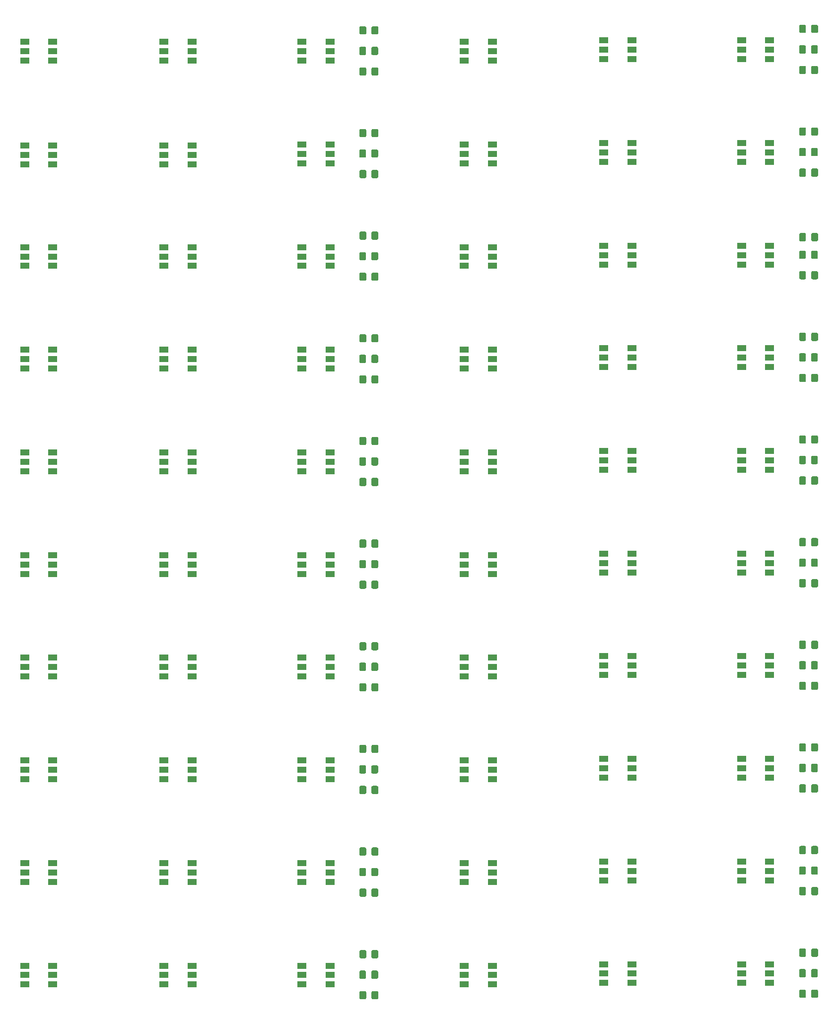
<source format=gbr>
G04 #@! TF.GenerationSoftware,KiCad,Pcbnew,(5.1.5)-3*
G04 #@! TF.CreationDate,2021-02-01T12:28:56+11:00*
G04 #@! TF.ProjectId,LED Array,4c454420-4172-4726-9179-2e6b69636164,rev?*
G04 #@! TF.SameCoordinates,Original*
G04 #@! TF.FileFunction,Paste,Top*
G04 #@! TF.FilePolarity,Positive*
%FSLAX46Y46*%
G04 Gerber Fmt 4.6, Leading zero omitted, Abs format (unit mm)*
G04 Created by KiCad (PCBNEW (5.1.5)-3) date 2021-02-01 12:28:56*
%MOMM*%
%LPD*%
G04 APERTURE LIST*
%ADD10C,0.100000*%
%ADD11R,1.600000X1.000000*%
G04 APERTURE END LIST*
D10*
G36*
X277824505Y-223801204D02*
G01*
X277848773Y-223804804D01*
X277872572Y-223810765D01*
X277895671Y-223819030D01*
X277917850Y-223829520D01*
X277938893Y-223842132D01*
X277958599Y-223856747D01*
X277976777Y-223873223D01*
X277993253Y-223891401D01*
X278007868Y-223911107D01*
X278020480Y-223932150D01*
X278030970Y-223954329D01*
X278039235Y-223977428D01*
X278045196Y-224001227D01*
X278048796Y-224025495D01*
X278050000Y-224049999D01*
X278050000Y-224950001D01*
X278048796Y-224974505D01*
X278045196Y-224998773D01*
X278039235Y-225022572D01*
X278030970Y-225045671D01*
X278020480Y-225067850D01*
X278007868Y-225088893D01*
X277993253Y-225108599D01*
X277976777Y-225126777D01*
X277958599Y-225143253D01*
X277938893Y-225157868D01*
X277917850Y-225170480D01*
X277895671Y-225180970D01*
X277872572Y-225189235D01*
X277848773Y-225195196D01*
X277824505Y-225198796D01*
X277800001Y-225200000D01*
X277149999Y-225200000D01*
X277125495Y-225198796D01*
X277101227Y-225195196D01*
X277077428Y-225189235D01*
X277054329Y-225180970D01*
X277032150Y-225170480D01*
X277011107Y-225157868D01*
X276991401Y-225143253D01*
X276973223Y-225126777D01*
X276956747Y-225108599D01*
X276942132Y-225088893D01*
X276929520Y-225067850D01*
X276919030Y-225045671D01*
X276910765Y-225022572D01*
X276904804Y-224998773D01*
X276901204Y-224974505D01*
X276900000Y-224950001D01*
X276900000Y-224049999D01*
X276901204Y-224025495D01*
X276904804Y-224001227D01*
X276910765Y-223977428D01*
X276919030Y-223954329D01*
X276929520Y-223932150D01*
X276942132Y-223911107D01*
X276956747Y-223891401D01*
X276973223Y-223873223D01*
X276991401Y-223856747D01*
X277011107Y-223842132D01*
X277032150Y-223829520D01*
X277054329Y-223819030D01*
X277077428Y-223810765D01*
X277101227Y-223804804D01*
X277125495Y-223801204D01*
X277149999Y-223800000D01*
X277800001Y-223800000D01*
X277824505Y-223801204D01*
G37*
G36*
X279874505Y-223801204D02*
G01*
X279898773Y-223804804D01*
X279922572Y-223810765D01*
X279945671Y-223819030D01*
X279967850Y-223829520D01*
X279988893Y-223842132D01*
X280008599Y-223856747D01*
X280026777Y-223873223D01*
X280043253Y-223891401D01*
X280057868Y-223911107D01*
X280070480Y-223932150D01*
X280080970Y-223954329D01*
X280089235Y-223977428D01*
X280095196Y-224001227D01*
X280098796Y-224025495D01*
X280100000Y-224049999D01*
X280100000Y-224950001D01*
X280098796Y-224974505D01*
X280095196Y-224998773D01*
X280089235Y-225022572D01*
X280080970Y-225045671D01*
X280070480Y-225067850D01*
X280057868Y-225088893D01*
X280043253Y-225108599D01*
X280026777Y-225126777D01*
X280008599Y-225143253D01*
X279988893Y-225157868D01*
X279967850Y-225170480D01*
X279945671Y-225180970D01*
X279922572Y-225189235D01*
X279898773Y-225195196D01*
X279874505Y-225198796D01*
X279850001Y-225200000D01*
X279199999Y-225200000D01*
X279175495Y-225198796D01*
X279151227Y-225195196D01*
X279127428Y-225189235D01*
X279104329Y-225180970D01*
X279082150Y-225170480D01*
X279061107Y-225157868D01*
X279041401Y-225143253D01*
X279023223Y-225126777D01*
X279006747Y-225108599D01*
X278992132Y-225088893D01*
X278979520Y-225067850D01*
X278969030Y-225045671D01*
X278960765Y-225022572D01*
X278954804Y-224998773D01*
X278951204Y-224974505D01*
X278950000Y-224950001D01*
X278950000Y-224049999D01*
X278951204Y-224025495D01*
X278954804Y-224001227D01*
X278960765Y-223977428D01*
X278969030Y-223954329D01*
X278979520Y-223932150D01*
X278992132Y-223911107D01*
X279006747Y-223891401D01*
X279023223Y-223873223D01*
X279041401Y-223856747D01*
X279061107Y-223842132D01*
X279082150Y-223829520D01*
X279104329Y-223819030D01*
X279127428Y-223810765D01*
X279151227Y-223804804D01*
X279175495Y-223801204D01*
X279199999Y-223800000D01*
X279850001Y-223800000D01*
X279874505Y-223801204D01*
G37*
G36*
X202824505Y-224051204D02*
G01*
X202848773Y-224054804D01*
X202872572Y-224060765D01*
X202895671Y-224069030D01*
X202917850Y-224079520D01*
X202938893Y-224092132D01*
X202958599Y-224106747D01*
X202976777Y-224123223D01*
X202993253Y-224141401D01*
X203007868Y-224161107D01*
X203020480Y-224182150D01*
X203030970Y-224204329D01*
X203039235Y-224227428D01*
X203045196Y-224251227D01*
X203048796Y-224275495D01*
X203050000Y-224299999D01*
X203050000Y-225200001D01*
X203048796Y-225224505D01*
X203045196Y-225248773D01*
X203039235Y-225272572D01*
X203030970Y-225295671D01*
X203020480Y-225317850D01*
X203007868Y-225338893D01*
X202993253Y-225358599D01*
X202976777Y-225376777D01*
X202958599Y-225393253D01*
X202938893Y-225407868D01*
X202917850Y-225420480D01*
X202895671Y-225430970D01*
X202872572Y-225439235D01*
X202848773Y-225445196D01*
X202824505Y-225448796D01*
X202800001Y-225450000D01*
X202149999Y-225450000D01*
X202125495Y-225448796D01*
X202101227Y-225445196D01*
X202077428Y-225439235D01*
X202054329Y-225430970D01*
X202032150Y-225420480D01*
X202011107Y-225407868D01*
X201991401Y-225393253D01*
X201973223Y-225376777D01*
X201956747Y-225358599D01*
X201942132Y-225338893D01*
X201929520Y-225317850D01*
X201919030Y-225295671D01*
X201910765Y-225272572D01*
X201904804Y-225248773D01*
X201901204Y-225224505D01*
X201900000Y-225200001D01*
X201900000Y-224299999D01*
X201901204Y-224275495D01*
X201904804Y-224251227D01*
X201910765Y-224227428D01*
X201919030Y-224204329D01*
X201929520Y-224182150D01*
X201942132Y-224161107D01*
X201956747Y-224141401D01*
X201973223Y-224123223D01*
X201991401Y-224106747D01*
X202011107Y-224092132D01*
X202032150Y-224079520D01*
X202054329Y-224069030D01*
X202077428Y-224060765D01*
X202101227Y-224054804D01*
X202125495Y-224051204D01*
X202149999Y-224050000D01*
X202800001Y-224050000D01*
X202824505Y-224051204D01*
G37*
G36*
X204874505Y-224051204D02*
G01*
X204898773Y-224054804D01*
X204922572Y-224060765D01*
X204945671Y-224069030D01*
X204967850Y-224079520D01*
X204988893Y-224092132D01*
X205008599Y-224106747D01*
X205026777Y-224123223D01*
X205043253Y-224141401D01*
X205057868Y-224161107D01*
X205070480Y-224182150D01*
X205080970Y-224204329D01*
X205089235Y-224227428D01*
X205095196Y-224251227D01*
X205098796Y-224275495D01*
X205100000Y-224299999D01*
X205100000Y-225200001D01*
X205098796Y-225224505D01*
X205095196Y-225248773D01*
X205089235Y-225272572D01*
X205080970Y-225295671D01*
X205070480Y-225317850D01*
X205057868Y-225338893D01*
X205043253Y-225358599D01*
X205026777Y-225376777D01*
X205008599Y-225393253D01*
X204988893Y-225407868D01*
X204967850Y-225420480D01*
X204945671Y-225430970D01*
X204922572Y-225439235D01*
X204898773Y-225445196D01*
X204874505Y-225448796D01*
X204850001Y-225450000D01*
X204199999Y-225450000D01*
X204175495Y-225448796D01*
X204151227Y-225445196D01*
X204127428Y-225439235D01*
X204104329Y-225430970D01*
X204082150Y-225420480D01*
X204061107Y-225407868D01*
X204041401Y-225393253D01*
X204023223Y-225376777D01*
X204006747Y-225358599D01*
X203992132Y-225338893D01*
X203979520Y-225317850D01*
X203969030Y-225295671D01*
X203960765Y-225272572D01*
X203954804Y-225248773D01*
X203951204Y-225224505D01*
X203950000Y-225200001D01*
X203950000Y-224299999D01*
X203951204Y-224275495D01*
X203954804Y-224251227D01*
X203960765Y-224227428D01*
X203969030Y-224204329D01*
X203979520Y-224182150D01*
X203992132Y-224161107D01*
X204006747Y-224141401D01*
X204023223Y-224123223D01*
X204041401Y-224106747D01*
X204061107Y-224092132D01*
X204082150Y-224079520D01*
X204104329Y-224069030D01*
X204127428Y-224060765D01*
X204151227Y-224054804D01*
X204175495Y-224051204D01*
X204199999Y-224050000D01*
X204850001Y-224050000D01*
X204874505Y-224051204D01*
G37*
G36*
X277824505Y-206301204D02*
G01*
X277848773Y-206304804D01*
X277872572Y-206310765D01*
X277895671Y-206319030D01*
X277917850Y-206329520D01*
X277938893Y-206342132D01*
X277958599Y-206356747D01*
X277976777Y-206373223D01*
X277993253Y-206391401D01*
X278007868Y-206411107D01*
X278020480Y-206432150D01*
X278030970Y-206454329D01*
X278039235Y-206477428D01*
X278045196Y-206501227D01*
X278048796Y-206525495D01*
X278050000Y-206549999D01*
X278050000Y-207450001D01*
X278048796Y-207474505D01*
X278045196Y-207498773D01*
X278039235Y-207522572D01*
X278030970Y-207545671D01*
X278020480Y-207567850D01*
X278007868Y-207588893D01*
X277993253Y-207608599D01*
X277976777Y-207626777D01*
X277958599Y-207643253D01*
X277938893Y-207657868D01*
X277917850Y-207670480D01*
X277895671Y-207680970D01*
X277872572Y-207689235D01*
X277848773Y-207695196D01*
X277824505Y-207698796D01*
X277800001Y-207700000D01*
X277149999Y-207700000D01*
X277125495Y-207698796D01*
X277101227Y-207695196D01*
X277077428Y-207689235D01*
X277054329Y-207680970D01*
X277032150Y-207670480D01*
X277011107Y-207657868D01*
X276991401Y-207643253D01*
X276973223Y-207626777D01*
X276956747Y-207608599D01*
X276942132Y-207588893D01*
X276929520Y-207567850D01*
X276919030Y-207545671D01*
X276910765Y-207522572D01*
X276904804Y-207498773D01*
X276901204Y-207474505D01*
X276900000Y-207450001D01*
X276900000Y-206549999D01*
X276901204Y-206525495D01*
X276904804Y-206501227D01*
X276910765Y-206477428D01*
X276919030Y-206454329D01*
X276929520Y-206432150D01*
X276942132Y-206411107D01*
X276956747Y-206391401D01*
X276973223Y-206373223D01*
X276991401Y-206356747D01*
X277011107Y-206342132D01*
X277032150Y-206329520D01*
X277054329Y-206319030D01*
X277077428Y-206310765D01*
X277101227Y-206304804D01*
X277125495Y-206301204D01*
X277149999Y-206300000D01*
X277800001Y-206300000D01*
X277824505Y-206301204D01*
G37*
G36*
X279874505Y-206301204D02*
G01*
X279898773Y-206304804D01*
X279922572Y-206310765D01*
X279945671Y-206319030D01*
X279967850Y-206329520D01*
X279988893Y-206342132D01*
X280008599Y-206356747D01*
X280026777Y-206373223D01*
X280043253Y-206391401D01*
X280057868Y-206411107D01*
X280070480Y-206432150D01*
X280080970Y-206454329D01*
X280089235Y-206477428D01*
X280095196Y-206501227D01*
X280098796Y-206525495D01*
X280100000Y-206549999D01*
X280100000Y-207450001D01*
X280098796Y-207474505D01*
X280095196Y-207498773D01*
X280089235Y-207522572D01*
X280080970Y-207545671D01*
X280070480Y-207567850D01*
X280057868Y-207588893D01*
X280043253Y-207608599D01*
X280026777Y-207626777D01*
X280008599Y-207643253D01*
X279988893Y-207657868D01*
X279967850Y-207670480D01*
X279945671Y-207680970D01*
X279922572Y-207689235D01*
X279898773Y-207695196D01*
X279874505Y-207698796D01*
X279850001Y-207700000D01*
X279199999Y-207700000D01*
X279175495Y-207698796D01*
X279151227Y-207695196D01*
X279127428Y-207689235D01*
X279104329Y-207680970D01*
X279082150Y-207670480D01*
X279061107Y-207657868D01*
X279041401Y-207643253D01*
X279023223Y-207626777D01*
X279006747Y-207608599D01*
X278992132Y-207588893D01*
X278979520Y-207567850D01*
X278969030Y-207545671D01*
X278960765Y-207522572D01*
X278954804Y-207498773D01*
X278951204Y-207474505D01*
X278950000Y-207450001D01*
X278950000Y-206549999D01*
X278951204Y-206525495D01*
X278954804Y-206501227D01*
X278960765Y-206477428D01*
X278969030Y-206454329D01*
X278979520Y-206432150D01*
X278992132Y-206411107D01*
X279006747Y-206391401D01*
X279023223Y-206373223D01*
X279041401Y-206356747D01*
X279061107Y-206342132D01*
X279082150Y-206329520D01*
X279104329Y-206319030D01*
X279127428Y-206310765D01*
X279151227Y-206304804D01*
X279175495Y-206301204D01*
X279199999Y-206300000D01*
X279850001Y-206300000D01*
X279874505Y-206301204D01*
G37*
G36*
X202824505Y-206551204D02*
G01*
X202848773Y-206554804D01*
X202872572Y-206560765D01*
X202895671Y-206569030D01*
X202917850Y-206579520D01*
X202938893Y-206592132D01*
X202958599Y-206606747D01*
X202976777Y-206623223D01*
X202993253Y-206641401D01*
X203007868Y-206661107D01*
X203020480Y-206682150D01*
X203030970Y-206704329D01*
X203039235Y-206727428D01*
X203045196Y-206751227D01*
X203048796Y-206775495D01*
X203050000Y-206799999D01*
X203050000Y-207700001D01*
X203048796Y-207724505D01*
X203045196Y-207748773D01*
X203039235Y-207772572D01*
X203030970Y-207795671D01*
X203020480Y-207817850D01*
X203007868Y-207838893D01*
X202993253Y-207858599D01*
X202976777Y-207876777D01*
X202958599Y-207893253D01*
X202938893Y-207907868D01*
X202917850Y-207920480D01*
X202895671Y-207930970D01*
X202872572Y-207939235D01*
X202848773Y-207945196D01*
X202824505Y-207948796D01*
X202800001Y-207950000D01*
X202149999Y-207950000D01*
X202125495Y-207948796D01*
X202101227Y-207945196D01*
X202077428Y-207939235D01*
X202054329Y-207930970D01*
X202032150Y-207920480D01*
X202011107Y-207907868D01*
X201991401Y-207893253D01*
X201973223Y-207876777D01*
X201956747Y-207858599D01*
X201942132Y-207838893D01*
X201929520Y-207817850D01*
X201919030Y-207795671D01*
X201910765Y-207772572D01*
X201904804Y-207748773D01*
X201901204Y-207724505D01*
X201900000Y-207700001D01*
X201900000Y-206799999D01*
X201901204Y-206775495D01*
X201904804Y-206751227D01*
X201910765Y-206727428D01*
X201919030Y-206704329D01*
X201929520Y-206682150D01*
X201942132Y-206661107D01*
X201956747Y-206641401D01*
X201973223Y-206623223D01*
X201991401Y-206606747D01*
X202011107Y-206592132D01*
X202032150Y-206579520D01*
X202054329Y-206569030D01*
X202077428Y-206560765D01*
X202101227Y-206554804D01*
X202125495Y-206551204D01*
X202149999Y-206550000D01*
X202800001Y-206550000D01*
X202824505Y-206551204D01*
G37*
G36*
X204874505Y-206551204D02*
G01*
X204898773Y-206554804D01*
X204922572Y-206560765D01*
X204945671Y-206569030D01*
X204967850Y-206579520D01*
X204988893Y-206592132D01*
X205008599Y-206606747D01*
X205026777Y-206623223D01*
X205043253Y-206641401D01*
X205057868Y-206661107D01*
X205070480Y-206682150D01*
X205080970Y-206704329D01*
X205089235Y-206727428D01*
X205095196Y-206751227D01*
X205098796Y-206775495D01*
X205100000Y-206799999D01*
X205100000Y-207700001D01*
X205098796Y-207724505D01*
X205095196Y-207748773D01*
X205089235Y-207772572D01*
X205080970Y-207795671D01*
X205070480Y-207817850D01*
X205057868Y-207838893D01*
X205043253Y-207858599D01*
X205026777Y-207876777D01*
X205008599Y-207893253D01*
X204988893Y-207907868D01*
X204967850Y-207920480D01*
X204945671Y-207930970D01*
X204922572Y-207939235D01*
X204898773Y-207945196D01*
X204874505Y-207948796D01*
X204850001Y-207950000D01*
X204199999Y-207950000D01*
X204175495Y-207948796D01*
X204151227Y-207945196D01*
X204127428Y-207939235D01*
X204104329Y-207930970D01*
X204082150Y-207920480D01*
X204061107Y-207907868D01*
X204041401Y-207893253D01*
X204023223Y-207876777D01*
X204006747Y-207858599D01*
X203992132Y-207838893D01*
X203979520Y-207817850D01*
X203969030Y-207795671D01*
X203960765Y-207772572D01*
X203954804Y-207748773D01*
X203951204Y-207724505D01*
X203950000Y-207700001D01*
X203950000Y-206799999D01*
X203951204Y-206775495D01*
X203954804Y-206751227D01*
X203960765Y-206727428D01*
X203969030Y-206704329D01*
X203979520Y-206682150D01*
X203992132Y-206661107D01*
X204006747Y-206641401D01*
X204023223Y-206623223D01*
X204041401Y-206606747D01*
X204061107Y-206592132D01*
X204082150Y-206579520D01*
X204104329Y-206569030D01*
X204127428Y-206560765D01*
X204151227Y-206554804D01*
X204175495Y-206551204D01*
X204199999Y-206550000D01*
X204850001Y-206550000D01*
X204874505Y-206551204D01*
G37*
G36*
X277824505Y-188801204D02*
G01*
X277848773Y-188804804D01*
X277872572Y-188810765D01*
X277895671Y-188819030D01*
X277917850Y-188829520D01*
X277938893Y-188842132D01*
X277958599Y-188856747D01*
X277976777Y-188873223D01*
X277993253Y-188891401D01*
X278007868Y-188911107D01*
X278020480Y-188932150D01*
X278030970Y-188954329D01*
X278039235Y-188977428D01*
X278045196Y-189001227D01*
X278048796Y-189025495D01*
X278050000Y-189049999D01*
X278050000Y-189950001D01*
X278048796Y-189974505D01*
X278045196Y-189998773D01*
X278039235Y-190022572D01*
X278030970Y-190045671D01*
X278020480Y-190067850D01*
X278007868Y-190088893D01*
X277993253Y-190108599D01*
X277976777Y-190126777D01*
X277958599Y-190143253D01*
X277938893Y-190157868D01*
X277917850Y-190170480D01*
X277895671Y-190180970D01*
X277872572Y-190189235D01*
X277848773Y-190195196D01*
X277824505Y-190198796D01*
X277800001Y-190200000D01*
X277149999Y-190200000D01*
X277125495Y-190198796D01*
X277101227Y-190195196D01*
X277077428Y-190189235D01*
X277054329Y-190180970D01*
X277032150Y-190170480D01*
X277011107Y-190157868D01*
X276991401Y-190143253D01*
X276973223Y-190126777D01*
X276956747Y-190108599D01*
X276942132Y-190088893D01*
X276929520Y-190067850D01*
X276919030Y-190045671D01*
X276910765Y-190022572D01*
X276904804Y-189998773D01*
X276901204Y-189974505D01*
X276900000Y-189950001D01*
X276900000Y-189049999D01*
X276901204Y-189025495D01*
X276904804Y-189001227D01*
X276910765Y-188977428D01*
X276919030Y-188954329D01*
X276929520Y-188932150D01*
X276942132Y-188911107D01*
X276956747Y-188891401D01*
X276973223Y-188873223D01*
X276991401Y-188856747D01*
X277011107Y-188842132D01*
X277032150Y-188829520D01*
X277054329Y-188819030D01*
X277077428Y-188810765D01*
X277101227Y-188804804D01*
X277125495Y-188801204D01*
X277149999Y-188800000D01*
X277800001Y-188800000D01*
X277824505Y-188801204D01*
G37*
G36*
X279874505Y-188801204D02*
G01*
X279898773Y-188804804D01*
X279922572Y-188810765D01*
X279945671Y-188819030D01*
X279967850Y-188829520D01*
X279988893Y-188842132D01*
X280008599Y-188856747D01*
X280026777Y-188873223D01*
X280043253Y-188891401D01*
X280057868Y-188911107D01*
X280070480Y-188932150D01*
X280080970Y-188954329D01*
X280089235Y-188977428D01*
X280095196Y-189001227D01*
X280098796Y-189025495D01*
X280100000Y-189049999D01*
X280100000Y-189950001D01*
X280098796Y-189974505D01*
X280095196Y-189998773D01*
X280089235Y-190022572D01*
X280080970Y-190045671D01*
X280070480Y-190067850D01*
X280057868Y-190088893D01*
X280043253Y-190108599D01*
X280026777Y-190126777D01*
X280008599Y-190143253D01*
X279988893Y-190157868D01*
X279967850Y-190170480D01*
X279945671Y-190180970D01*
X279922572Y-190189235D01*
X279898773Y-190195196D01*
X279874505Y-190198796D01*
X279850001Y-190200000D01*
X279199999Y-190200000D01*
X279175495Y-190198796D01*
X279151227Y-190195196D01*
X279127428Y-190189235D01*
X279104329Y-190180970D01*
X279082150Y-190170480D01*
X279061107Y-190157868D01*
X279041401Y-190143253D01*
X279023223Y-190126777D01*
X279006747Y-190108599D01*
X278992132Y-190088893D01*
X278979520Y-190067850D01*
X278969030Y-190045671D01*
X278960765Y-190022572D01*
X278954804Y-189998773D01*
X278951204Y-189974505D01*
X278950000Y-189950001D01*
X278950000Y-189049999D01*
X278951204Y-189025495D01*
X278954804Y-189001227D01*
X278960765Y-188977428D01*
X278969030Y-188954329D01*
X278979520Y-188932150D01*
X278992132Y-188911107D01*
X279006747Y-188891401D01*
X279023223Y-188873223D01*
X279041401Y-188856747D01*
X279061107Y-188842132D01*
X279082150Y-188829520D01*
X279104329Y-188819030D01*
X279127428Y-188810765D01*
X279151227Y-188804804D01*
X279175495Y-188801204D01*
X279199999Y-188800000D01*
X279850001Y-188800000D01*
X279874505Y-188801204D01*
G37*
G36*
X202824505Y-189051204D02*
G01*
X202848773Y-189054804D01*
X202872572Y-189060765D01*
X202895671Y-189069030D01*
X202917850Y-189079520D01*
X202938893Y-189092132D01*
X202958599Y-189106747D01*
X202976777Y-189123223D01*
X202993253Y-189141401D01*
X203007868Y-189161107D01*
X203020480Y-189182150D01*
X203030970Y-189204329D01*
X203039235Y-189227428D01*
X203045196Y-189251227D01*
X203048796Y-189275495D01*
X203050000Y-189299999D01*
X203050000Y-190200001D01*
X203048796Y-190224505D01*
X203045196Y-190248773D01*
X203039235Y-190272572D01*
X203030970Y-190295671D01*
X203020480Y-190317850D01*
X203007868Y-190338893D01*
X202993253Y-190358599D01*
X202976777Y-190376777D01*
X202958599Y-190393253D01*
X202938893Y-190407868D01*
X202917850Y-190420480D01*
X202895671Y-190430970D01*
X202872572Y-190439235D01*
X202848773Y-190445196D01*
X202824505Y-190448796D01*
X202800001Y-190450000D01*
X202149999Y-190450000D01*
X202125495Y-190448796D01*
X202101227Y-190445196D01*
X202077428Y-190439235D01*
X202054329Y-190430970D01*
X202032150Y-190420480D01*
X202011107Y-190407868D01*
X201991401Y-190393253D01*
X201973223Y-190376777D01*
X201956747Y-190358599D01*
X201942132Y-190338893D01*
X201929520Y-190317850D01*
X201919030Y-190295671D01*
X201910765Y-190272572D01*
X201904804Y-190248773D01*
X201901204Y-190224505D01*
X201900000Y-190200001D01*
X201900000Y-189299999D01*
X201901204Y-189275495D01*
X201904804Y-189251227D01*
X201910765Y-189227428D01*
X201919030Y-189204329D01*
X201929520Y-189182150D01*
X201942132Y-189161107D01*
X201956747Y-189141401D01*
X201973223Y-189123223D01*
X201991401Y-189106747D01*
X202011107Y-189092132D01*
X202032150Y-189079520D01*
X202054329Y-189069030D01*
X202077428Y-189060765D01*
X202101227Y-189054804D01*
X202125495Y-189051204D01*
X202149999Y-189050000D01*
X202800001Y-189050000D01*
X202824505Y-189051204D01*
G37*
G36*
X204874505Y-189051204D02*
G01*
X204898773Y-189054804D01*
X204922572Y-189060765D01*
X204945671Y-189069030D01*
X204967850Y-189079520D01*
X204988893Y-189092132D01*
X205008599Y-189106747D01*
X205026777Y-189123223D01*
X205043253Y-189141401D01*
X205057868Y-189161107D01*
X205070480Y-189182150D01*
X205080970Y-189204329D01*
X205089235Y-189227428D01*
X205095196Y-189251227D01*
X205098796Y-189275495D01*
X205100000Y-189299999D01*
X205100000Y-190200001D01*
X205098796Y-190224505D01*
X205095196Y-190248773D01*
X205089235Y-190272572D01*
X205080970Y-190295671D01*
X205070480Y-190317850D01*
X205057868Y-190338893D01*
X205043253Y-190358599D01*
X205026777Y-190376777D01*
X205008599Y-190393253D01*
X204988893Y-190407868D01*
X204967850Y-190420480D01*
X204945671Y-190430970D01*
X204922572Y-190439235D01*
X204898773Y-190445196D01*
X204874505Y-190448796D01*
X204850001Y-190450000D01*
X204199999Y-190450000D01*
X204175495Y-190448796D01*
X204151227Y-190445196D01*
X204127428Y-190439235D01*
X204104329Y-190430970D01*
X204082150Y-190420480D01*
X204061107Y-190407868D01*
X204041401Y-190393253D01*
X204023223Y-190376777D01*
X204006747Y-190358599D01*
X203992132Y-190338893D01*
X203979520Y-190317850D01*
X203969030Y-190295671D01*
X203960765Y-190272572D01*
X203954804Y-190248773D01*
X203951204Y-190224505D01*
X203950000Y-190200001D01*
X203950000Y-189299999D01*
X203951204Y-189275495D01*
X203954804Y-189251227D01*
X203960765Y-189227428D01*
X203969030Y-189204329D01*
X203979520Y-189182150D01*
X203992132Y-189161107D01*
X204006747Y-189141401D01*
X204023223Y-189123223D01*
X204041401Y-189106747D01*
X204061107Y-189092132D01*
X204082150Y-189079520D01*
X204104329Y-189069030D01*
X204127428Y-189060765D01*
X204151227Y-189054804D01*
X204175495Y-189051204D01*
X204199999Y-189050000D01*
X204850001Y-189050000D01*
X204874505Y-189051204D01*
G37*
G36*
X277824505Y-171301204D02*
G01*
X277848773Y-171304804D01*
X277872572Y-171310765D01*
X277895671Y-171319030D01*
X277917850Y-171329520D01*
X277938893Y-171342132D01*
X277958599Y-171356747D01*
X277976777Y-171373223D01*
X277993253Y-171391401D01*
X278007868Y-171411107D01*
X278020480Y-171432150D01*
X278030970Y-171454329D01*
X278039235Y-171477428D01*
X278045196Y-171501227D01*
X278048796Y-171525495D01*
X278050000Y-171549999D01*
X278050000Y-172450001D01*
X278048796Y-172474505D01*
X278045196Y-172498773D01*
X278039235Y-172522572D01*
X278030970Y-172545671D01*
X278020480Y-172567850D01*
X278007868Y-172588893D01*
X277993253Y-172608599D01*
X277976777Y-172626777D01*
X277958599Y-172643253D01*
X277938893Y-172657868D01*
X277917850Y-172670480D01*
X277895671Y-172680970D01*
X277872572Y-172689235D01*
X277848773Y-172695196D01*
X277824505Y-172698796D01*
X277800001Y-172700000D01*
X277149999Y-172700000D01*
X277125495Y-172698796D01*
X277101227Y-172695196D01*
X277077428Y-172689235D01*
X277054329Y-172680970D01*
X277032150Y-172670480D01*
X277011107Y-172657868D01*
X276991401Y-172643253D01*
X276973223Y-172626777D01*
X276956747Y-172608599D01*
X276942132Y-172588893D01*
X276929520Y-172567850D01*
X276919030Y-172545671D01*
X276910765Y-172522572D01*
X276904804Y-172498773D01*
X276901204Y-172474505D01*
X276900000Y-172450001D01*
X276900000Y-171549999D01*
X276901204Y-171525495D01*
X276904804Y-171501227D01*
X276910765Y-171477428D01*
X276919030Y-171454329D01*
X276929520Y-171432150D01*
X276942132Y-171411107D01*
X276956747Y-171391401D01*
X276973223Y-171373223D01*
X276991401Y-171356747D01*
X277011107Y-171342132D01*
X277032150Y-171329520D01*
X277054329Y-171319030D01*
X277077428Y-171310765D01*
X277101227Y-171304804D01*
X277125495Y-171301204D01*
X277149999Y-171300000D01*
X277800001Y-171300000D01*
X277824505Y-171301204D01*
G37*
G36*
X279874505Y-171301204D02*
G01*
X279898773Y-171304804D01*
X279922572Y-171310765D01*
X279945671Y-171319030D01*
X279967850Y-171329520D01*
X279988893Y-171342132D01*
X280008599Y-171356747D01*
X280026777Y-171373223D01*
X280043253Y-171391401D01*
X280057868Y-171411107D01*
X280070480Y-171432150D01*
X280080970Y-171454329D01*
X280089235Y-171477428D01*
X280095196Y-171501227D01*
X280098796Y-171525495D01*
X280100000Y-171549999D01*
X280100000Y-172450001D01*
X280098796Y-172474505D01*
X280095196Y-172498773D01*
X280089235Y-172522572D01*
X280080970Y-172545671D01*
X280070480Y-172567850D01*
X280057868Y-172588893D01*
X280043253Y-172608599D01*
X280026777Y-172626777D01*
X280008599Y-172643253D01*
X279988893Y-172657868D01*
X279967850Y-172670480D01*
X279945671Y-172680970D01*
X279922572Y-172689235D01*
X279898773Y-172695196D01*
X279874505Y-172698796D01*
X279850001Y-172700000D01*
X279199999Y-172700000D01*
X279175495Y-172698796D01*
X279151227Y-172695196D01*
X279127428Y-172689235D01*
X279104329Y-172680970D01*
X279082150Y-172670480D01*
X279061107Y-172657868D01*
X279041401Y-172643253D01*
X279023223Y-172626777D01*
X279006747Y-172608599D01*
X278992132Y-172588893D01*
X278979520Y-172567850D01*
X278969030Y-172545671D01*
X278960765Y-172522572D01*
X278954804Y-172498773D01*
X278951204Y-172474505D01*
X278950000Y-172450001D01*
X278950000Y-171549999D01*
X278951204Y-171525495D01*
X278954804Y-171501227D01*
X278960765Y-171477428D01*
X278969030Y-171454329D01*
X278979520Y-171432150D01*
X278992132Y-171411107D01*
X279006747Y-171391401D01*
X279023223Y-171373223D01*
X279041401Y-171356747D01*
X279061107Y-171342132D01*
X279082150Y-171329520D01*
X279104329Y-171319030D01*
X279127428Y-171310765D01*
X279151227Y-171304804D01*
X279175495Y-171301204D01*
X279199999Y-171300000D01*
X279850001Y-171300000D01*
X279874505Y-171301204D01*
G37*
G36*
X202824505Y-171551204D02*
G01*
X202848773Y-171554804D01*
X202872572Y-171560765D01*
X202895671Y-171569030D01*
X202917850Y-171579520D01*
X202938893Y-171592132D01*
X202958599Y-171606747D01*
X202976777Y-171623223D01*
X202993253Y-171641401D01*
X203007868Y-171661107D01*
X203020480Y-171682150D01*
X203030970Y-171704329D01*
X203039235Y-171727428D01*
X203045196Y-171751227D01*
X203048796Y-171775495D01*
X203050000Y-171799999D01*
X203050000Y-172700001D01*
X203048796Y-172724505D01*
X203045196Y-172748773D01*
X203039235Y-172772572D01*
X203030970Y-172795671D01*
X203020480Y-172817850D01*
X203007868Y-172838893D01*
X202993253Y-172858599D01*
X202976777Y-172876777D01*
X202958599Y-172893253D01*
X202938893Y-172907868D01*
X202917850Y-172920480D01*
X202895671Y-172930970D01*
X202872572Y-172939235D01*
X202848773Y-172945196D01*
X202824505Y-172948796D01*
X202800001Y-172950000D01*
X202149999Y-172950000D01*
X202125495Y-172948796D01*
X202101227Y-172945196D01*
X202077428Y-172939235D01*
X202054329Y-172930970D01*
X202032150Y-172920480D01*
X202011107Y-172907868D01*
X201991401Y-172893253D01*
X201973223Y-172876777D01*
X201956747Y-172858599D01*
X201942132Y-172838893D01*
X201929520Y-172817850D01*
X201919030Y-172795671D01*
X201910765Y-172772572D01*
X201904804Y-172748773D01*
X201901204Y-172724505D01*
X201900000Y-172700001D01*
X201900000Y-171799999D01*
X201901204Y-171775495D01*
X201904804Y-171751227D01*
X201910765Y-171727428D01*
X201919030Y-171704329D01*
X201929520Y-171682150D01*
X201942132Y-171661107D01*
X201956747Y-171641401D01*
X201973223Y-171623223D01*
X201991401Y-171606747D01*
X202011107Y-171592132D01*
X202032150Y-171579520D01*
X202054329Y-171569030D01*
X202077428Y-171560765D01*
X202101227Y-171554804D01*
X202125495Y-171551204D01*
X202149999Y-171550000D01*
X202800001Y-171550000D01*
X202824505Y-171551204D01*
G37*
G36*
X204874505Y-171551204D02*
G01*
X204898773Y-171554804D01*
X204922572Y-171560765D01*
X204945671Y-171569030D01*
X204967850Y-171579520D01*
X204988893Y-171592132D01*
X205008599Y-171606747D01*
X205026777Y-171623223D01*
X205043253Y-171641401D01*
X205057868Y-171661107D01*
X205070480Y-171682150D01*
X205080970Y-171704329D01*
X205089235Y-171727428D01*
X205095196Y-171751227D01*
X205098796Y-171775495D01*
X205100000Y-171799999D01*
X205100000Y-172700001D01*
X205098796Y-172724505D01*
X205095196Y-172748773D01*
X205089235Y-172772572D01*
X205080970Y-172795671D01*
X205070480Y-172817850D01*
X205057868Y-172838893D01*
X205043253Y-172858599D01*
X205026777Y-172876777D01*
X205008599Y-172893253D01*
X204988893Y-172907868D01*
X204967850Y-172920480D01*
X204945671Y-172930970D01*
X204922572Y-172939235D01*
X204898773Y-172945196D01*
X204874505Y-172948796D01*
X204850001Y-172950000D01*
X204199999Y-172950000D01*
X204175495Y-172948796D01*
X204151227Y-172945196D01*
X204127428Y-172939235D01*
X204104329Y-172930970D01*
X204082150Y-172920480D01*
X204061107Y-172907868D01*
X204041401Y-172893253D01*
X204023223Y-172876777D01*
X204006747Y-172858599D01*
X203992132Y-172838893D01*
X203979520Y-172817850D01*
X203969030Y-172795671D01*
X203960765Y-172772572D01*
X203954804Y-172748773D01*
X203951204Y-172724505D01*
X203950000Y-172700001D01*
X203950000Y-171799999D01*
X203951204Y-171775495D01*
X203954804Y-171751227D01*
X203960765Y-171727428D01*
X203969030Y-171704329D01*
X203979520Y-171682150D01*
X203992132Y-171661107D01*
X204006747Y-171641401D01*
X204023223Y-171623223D01*
X204041401Y-171606747D01*
X204061107Y-171592132D01*
X204082150Y-171579520D01*
X204104329Y-171569030D01*
X204127428Y-171560765D01*
X204151227Y-171554804D01*
X204175495Y-171551204D01*
X204199999Y-171550000D01*
X204850001Y-171550000D01*
X204874505Y-171551204D01*
G37*
G36*
X277824505Y-153801204D02*
G01*
X277848773Y-153804804D01*
X277872572Y-153810765D01*
X277895671Y-153819030D01*
X277917850Y-153829520D01*
X277938893Y-153842132D01*
X277958599Y-153856747D01*
X277976777Y-153873223D01*
X277993253Y-153891401D01*
X278007868Y-153911107D01*
X278020480Y-153932150D01*
X278030970Y-153954329D01*
X278039235Y-153977428D01*
X278045196Y-154001227D01*
X278048796Y-154025495D01*
X278050000Y-154049999D01*
X278050000Y-154950001D01*
X278048796Y-154974505D01*
X278045196Y-154998773D01*
X278039235Y-155022572D01*
X278030970Y-155045671D01*
X278020480Y-155067850D01*
X278007868Y-155088893D01*
X277993253Y-155108599D01*
X277976777Y-155126777D01*
X277958599Y-155143253D01*
X277938893Y-155157868D01*
X277917850Y-155170480D01*
X277895671Y-155180970D01*
X277872572Y-155189235D01*
X277848773Y-155195196D01*
X277824505Y-155198796D01*
X277800001Y-155200000D01*
X277149999Y-155200000D01*
X277125495Y-155198796D01*
X277101227Y-155195196D01*
X277077428Y-155189235D01*
X277054329Y-155180970D01*
X277032150Y-155170480D01*
X277011107Y-155157868D01*
X276991401Y-155143253D01*
X276973223Y-155126777D01*
X276956747Y-155108599D01*
X276942132Y-155088893D01*
X276929520Y-155067850D01*
X276919030Y-155045671D01*
X276910765Y-155022572D01*
X276904804Y-154998773D01*
X276901204Y-154974505D01*
X276900000Y-154950001D01*
X276900000Y-154049999D01*
X276901204Y-154025495D01*
X276904804Y-154001227D01*
X276910765Y-153977428D01*
X276919030Y-153954329D01*
X276929520Y-153932150D01*
X276942132Y-153911107D01*
X276956747Y-153891401D01*
X276973223Y-153873223D01*
X276991401Y-153856747D01*
X277011107Y-153842132D01*
X277032150Y-153829520D01*
X277054329Y-153819030D01*
X277077428Y-153810765D01*
X277101227Y-153804804D01*
X277125495Y-153801204D01*
X277149999Y-153800000D01*
X277800001Y-153800000D01*
X277824505Y-153801204D01*
G37*
G36*
X279874505Y-153801204D02*
G01*
X279898773Y-153804804D01*
X279922572Y-153810765D01*
X279945671Y-153819030D01*
X279967850Y-153829520D01*
X279988893Y-153842132D01*
X280008599Y-153856747D01*
X280026777Y-153873223D01*
X280043253Y-153891401D01*
X280057868Y-153911107D01*
X280070480Y-153932150D01*
X280080970Y-153954329D01*
X280089235Y-153977428D01*
X280095196Y-154001227D01*
X280098796Y-154025495D01*
X280100000Y-154049999D01*
X280100000Y-154950001D01*
X280098796Y-154974505D01*
X280095196Y-154998773D01*
X280089235Y-155022572D01*
X280080970Y-155045671D01*
X280070480Y-155067850D01*
X280057868Y-155088893D01*
X280043253Y-155108599D01*
X280026777Y-155126777D01*
X280008599Y-155143253D01*
X279988893Y-155157868D01*
X279967850Y-155170480D01*
X279945671Y-155180970D01*
X279922572Y-155189235D01*
X279898773Y-155195196D01*
X279874505Y-155198796D01*
X279850001Y-155200000D01*
X279199999Y-155200000D01*
X279175495Y-155198796D01*
X279151227Y-155195196D01*
X279127428Y-155189235D01*
X279104329Y-155180970D01*
X279082150Y-155170480D01*
X279061107Y-155157868D01*
X279041401Y-155143253D01*
X279023223Y-155126777D01*
X279006747Y-155108599D01*
X278992132Y-155088893D01*
X278979520Y-155067850D01*
X278969030Y-155045671D01*
X278960765Y-155022572D01*
X278954804Y-154998773D01*
X278951204Y-154974505D01*
X278950000Y-154950001D01*
X278950000Y-154049999D01*
X278951204Y-154025495D01*
X278954804Y-154001227D01*
X278960765Y-153977428D01*
X278969030Y-153954329D01*
X278979520Y-153932150D01*
X278992132Y-153911107D01*
X279006747Y-153891401D01*
X279023223Y-153873223D01*
X279041401Y-153856747D01*
X279061107Y-153842132D01*
X279082150Y-153829520D01*
X279104329Y-153819030D01*
X279127428Y-153810765D01*
X279151227Y-153804804D01*
X279175495Y-153801204D01*
X279199999Y-153800000D01*
X279850001Y-153800000D01*
X279874505Y-153801204D01*
G37*
G36*
X202824505Y-154051204D02*
G01*
X202848773Y-154054804D01*
X202872572Y-154060765D01*
X202895671Y-154069030D01*
X202917850Y-154079520D01*
X202938893Y-154092132D01*
X202958599Y-154106747D01*
X202976777Y-154123223D01*
X202993253Y-154141401D01*
X203007868Y-154161107D01*
X203020480Y-154182150D01*
X203030970Y-154204329D01*
X203039235Y-154227428D01*
X203045196Y-154251227D01*
X203048796Y-154275495D01*
X203050000Y-154299999D01*
X203050000Y-155200001D01*
X203048796Y-155224505D01*
X203045196Y-155248773D01*
X203039235Y-155272572D01*
X203030970Y-155295671D01*
X203020480Y-155317850D01*
X203007868Y-155338893D01*
X202993253Y-155358599D01*
X202976777Y-155376777D01*
X202958599Y-155393253D01*
X202938893Y-155407868D01*
X202917850Y-155420480D01*
X202895671Y-155430970D01*
X202872572Y-155439235D01*
X202848773Y-155445196D01*
X202824505Y-155448796D01*
X202800001Y-155450000D01*
X202149999Y-155450000D01*
X202125495Y-155448796D01*
X202101227Y-155445196D01*
X202077428Y-155439235D01*
X202054329Y-155430970D01*
X202032150Y-155420480D01*
X202011107Y-155407868D01*
X201991401Y-155393253D01*
X201973223Y-155376777D01*
X201956747Y-155358599D01*
X201942132Y-155338893D01*
X201929520Y-155317850D01*
X201919030Y-155295671D01*
X201910765Y-155272572D01*
X201904804Y-155248773D01*
X201901204Y-155224505D01*
X201900000Y-155200001D01*
X201900000Y-154299999D01*
X201901204Y-154275495D01*
X201904804Y-154251227D01*
X201910765Y-154227428D01*
X201919030Y-154204329D01*
X201929520Y-154182150D01*
X201942132Y-154161107D01*
X201956747Y-154141401D01*
X201973223Y-154123223D01*
X201991401Y-154106747D01*
X202011107Y-154092132D01*
X202032150Y-154079520D01*
X202054329Y-154069030D01*
X202077428Y-154060765D01*
X202101227Y-154054804D01*
X202125495Y-154051204D01*
X202149999Y-154050000D01*
X202800001Y-154050000D01*
X202824505Y-154051204D01*
G37*
G36*
X204874505Y-154051204D02*
G01*
X204898773Y-154054804D01*
X204922572Y-154060765D01*
X204945671Y-154069030D01*
X204967850Y-154079520D01*
X204988893Y-154092132D01*
X205008599Y-154106747D01*
X205026777Y-154123223D01*
X205043253Y-154141401D01*
X205057868Y-154161107D01*
X205070480Y-154182150D01*
X205080970Y-154204329D01*
X205089235Y-154227428D01*
X205095196Y-154251227D01*
X205098796Y-154275495D01*
X205100000Y-154299999D01*
X205100000Y-155200001D01*
X205098796Y-155224505D01*
X205095196Y-155248773D01*
X205089235Y-155272572D01*
X205080970Y-155295671D01*
X205070480Y-155317850D01*
X205057868Y-155338893D01*
X205043253Y-155358599D01*
X205026777Y-155376777D01*
X205008599Y-155393253D01*
X204988893Y-155407868D01*
X204967850Y-155420480D01*
X204945671Y-155430970D01*
X204922572Y-155439235D01*
X204898773Y-155445196D01*
X204874505Y-155448796D01*
X204850001Y-155450000D01*
X204199999Y-155450000D01*
X204175495Y-155448796D01*
X204151227Y-155445196D01*
X204127428Y-155439235D01*
X204104329Y-155430970D01*
X204082150Y-155420480D01*
X204061107Y-155407868D01*
X204041401Y-155393253D01*
X204023223Y-155376777D01*
X204006747Y-155358599D01*
X203992132Y-155338893D01*
X203979520Y-155317850D01*
X203969030Y-155295671D01*
X203960765Y-155272572D01*
X203954804Y-155248773D01*
X203951204Y-155224505D01*
X203950000Y-155200001D01*
X203950000Y-154299999D01*
X203951204Y-154275495D01*
X203954804Y-154251227D01*
X203960765Y-154227428D01*
X203969030Y-154204329D01*
X203979520Y-154182150D01*
X203992132Y-154161107D01*
X204006747Y-154141401D01*
X204023223Y-154123223D01*
X204041401Y-154106747D01*
X204061107Y-154092132D01*
X204082150Y-154079520D01*
X204104329Y-154069030D01*
X204127428Y-154060765D01*
X204151227Y-154054804D01*
X204175495Y-154051204D01*
X204199999Y-154050000D01*
X204850001Y-154050000D01*
X204874505Y-154051204D01*
G37*
G36*
X277824505Y-136301204D02*
G01*
X277848773Y-136304804D01*
X277872572Y-136310765D01*
X277895671Y-136319030D01*
X277917850Y-136329520D01*
X277938893Y-136342132D01*
X277958599Y-136356747D01*
X277976777Y-136373223D01*
X277993253Y-136391401D01*
X278007868Y-136411107D01*
X278020480Y-136432150D01*
X278030970Y-136454329D01*
X278039235Y-136477428D01*
X278045196Y-136501227D01*
X278048796Y-136525495D01*
X278050000Y-136549999D01*
X278050000Y-137450001D01*
X278048796Y-137474505D01*
X278045196Y-137498773D01*
X278039235Y-137522572D01*
X278030970Y-137545671D01*
X278020480Y-137567850D01*
X278007868Y-137588893D01*
X277993253Y-137608599D01*
X277976777Y-137626777D01*
X277958599Y-137643253D01*
X277938893Y-137657868D01*
X277917850Y-137670480D01*
X277895671Y-137680970D01*
X277872572Y-137689235D01*
X277848773Y-137695196D01*
X277824505Y-137698796D01*
X277800001Y-137700000D01*
X277149999Y-137700000D01*
X277125495Y-137698796D01*
X277101227Y-137695196D01*
X277077428Y-137689235D01*
X277054329Y-137680970D01*
X277032150Y-137670480D01*
X277011107Y-137657868D01*
X276991401Y-137643253D01*
X276973223Y-137626777D01*
X276956747Y-137608599D01*
X276942132Y-137588893D01*
X276929520Y-137567850D01*
X276919030Y-137545671D01*
X276910765Y-137522572D01*
X276904804Y-137498773D01*
X276901204Y-137474505D01*
X276900000Y-137450001D01*
X276900000Y-136549999D01*
X276901204Y-136525495D01*
X276904804Y-136501227D01*
X276910765Y-136477428D01*
X276919030Y-136454329D01*
X276929520Y-136432150D01*
X276942132Y-136411107D01*
X276956747Y-136391401D01*
X276973223Y-136373223D01*
X276991401Y-136356747D01*
X277011107Y-136342132D01*
X277032150Y-136329520D01*
X277054329Y-136319030D01*
X277077428Y-136310765D01*
X277101227Y-136304804D01*
X277125495Y-136301204D01*
X277149999Y-136300000D01*
X277800001Y-136300000D01*
X277824505Y-136301204D01*
G37*
G36*
X279874505Y-136301204D02*
G01*
X279898773Y-136304804D01*
X279922572Y-136310765D01*
X279945671Y-136319030D01*
X279967850Y-136329520D01*
X279988893Y-136342132D01*
X280008599Y-136356747D01*
X280026777Y-136373223D01*
X280043253Y-136391401D01*
X280057868Y-136411107D01*
X280070480Y-136432150D01*
X280080970Y-136454329D01*
X280089235Y-136477428D01*
X280095196Y-136501227D01*
X280098796Y-136525495D01*
X280100000Y-136549999D01*
X280100000Y-137450001D01*
X280098796Y-137474505D01*
X280095196Y-137498773D01*
X280089235Y-137522572D01*
X280080970Y-137545671D01*
X280070480Y-137567850D01*
X280057868Y-137588893D01*
X280043253Y-137608599D01*
X280026777Y-137626777D01*
X280008599Y-137643253D01*
X279988893Y-137657868D01*
X279967850Y-137670480D01*
X279945671Y-137680970D01*
X279922572Y-137689235D01*
X279898773Y-137695196D01*
X279874505Y-137698796D01*
X279850001Y-137700000D01*
X279199999Y-137700000D01*
X279175495Y-137698796D01*
X279151227Y-137695196D01*
X279127428Y-137689235D01*
X279104329Y-137680970D01*
X279082150Y-137670480D01*
X279061107Y-137657868D01*
X279041401Y-137643253D01*
X279023223Y-137626777D01*
X279006747Y-137608599D01*
X278992132Y-137588893D01*
X278979520Y-137567850D01*
X278969030Y-137545671D01*
X278960765Y-137522572D01*
X278954804Y-137498773D01*
X278951204Y-137474505D01*
X278950000Y-137450001D01*
X278950000Y-136549999D01*
X278951204Y-136525495D01*
X278954804Y-136501227D01*
X278960765Y-136477428D01*
X278969030Y-136454329D01*
X278979520Y-136432150D01*
X278992132Y-136411107D01*
X279006747Y-136391401D01*
X279023223Y-136373223D01*
X279041401Y-136356747D01*
X279061107Y-136342132D01*
X279082150Y-136329520D01*
X279104329Y-136319030D01*
X279127428Y-136310765D01*
X279151227Y-136304804D01*
X279175495Y-136301204D01*
X279199999Y-136300000D01*
X279850001Y-136300000D01*
X279874505Y-136301204D01*
G37*
G36*
X202824505Y-136551204D02*
G01*
X202848773Y-136554804D01*
X202872572Y-136560765D01*
X202895671Y-136569030D01*
X202917850Y-136579520D01*
X202938893Y-136592132D01*
X202958599Y-136606747D01*
X202976777Y-136623223D01*
X202993253Y-136641401D01*
X203007868Y-136661107D01*
X203020480Y-136682150D01*
X203030970Y-136704329D01*
X203039235Y-136727428D01*
X203045196Y-136751227D01*
X203048796Y-136775495D01*
X203050000Y-136799999D01*
X203050000Y-137700001D01*
X203048796Y-137724505D01*
X203045196Y-137748773D01*
X203039235Y-137772572D01*
X203030970Y-137795671D01*
X203020480Y-137817850D01*
X203007868Y-137838893D01*
X202993253Y-137858599D01*
X202976777Y-137876777D01*
X202958599Y-137893253D01*
X202938893Y-137907868D01*
X202917850Y-137920480D01*
X202895671Y-137930970D01*
X202872572Y-137939235D01*
X202848773Y-137945196D01*
X202824505Y-137948796D01*
X202800001Y-137950000D01*
X202149999Y-137950000D01*
X202125495Y-137948796D01*
X202101227Y-137945196D01*
X202077428Y-137939235D01*
X202054329Y-137930970D01*
X202032150Y-137920480D01*
X202011107Y-137907868D01*
X201991401Y-137893253D01*
X201973223Y-137876777D01*
X201956747Y-137858599D01*
X201942132Y-137838893D01*
X201929520Y-137817850D01*
X201919030Y-137795671D01*
X201910765Y-137772572D01*
X201904804Y-137748773D01*
X201901204Y-137724505D01*
X201900000Y-137700001D01*
X201900000Y-136799999D01*
X201901204Y-136775495D01*
X201904804Y-136751227D01*
X201910765Y-136727428D01*
X201919030Y-136704329D01*
X201929520Y-136682150D01*
X201942132Y-136661107D01*
X201956747Y-136641401D01*
X201973223Y-136623223D01*
X201991401Y-136606747D01*
X202011107Y-136592132D01*
X202032150Y-136579520D01*
X202054329Y-136569030D01*
X202077428Y-136560765D01*
X202101227Y-136554804D01*
X202125495Y-136551204D01*
X202149999Y-136550000D01*
X202800001Y-136550000D01*
X202824505Y-136551204D01*
G37*
G36*
X204874505Y-136551204D02*
G01*
X204898773Y-136554804D01*
X204922572Y-136560765D01*
X204945671Y-136569030D01*
X204967850Y-136579520D01*
X204988893Y-136592132D01*
X205008599Y-136606747D01*
X205026777Y-136623223D01*
X205043253Y-136641401D01*
X205057868Y-136661107D01*
X205070480Y-136682150D01*
X205080970Y-136704329D01*
X205089235Y-136727428D01*
X205095196Y-136751227D01*
X205098796Y-136775495D01*
X205100000Y-136799999D01*
X205100000Y-137700001D01*
X205098796Y-137724505D01*
X205095196Y-137748773D01*
X205089235Y-137772572D01*
X205080970Y-137795671D01*
X205070480Y-137817850D01*
X205057868Y-137838893D01*
X205043253Y-137858599D01*
X205026777Y-137876777D01*
X205008599Y-137893253D01*
X204988893Y-137907868D01*
X204967850Y-137920480D01*
X204945671Y-137930970D01*
X204922572Y-137939235D01*
X204898773Y-137945196D01*
X204874505Y-137948796D01*
X204850001Y-137950000D01*
X204199999Y-137950000D01*
X204175495Y-137948796D01*
X204151227Y-137945196D01*
X204127428Y-137939235D01*
X204104329Y-137930970D01*
X204082150Y-137920480D01*
X204061107Y-137907868D01*
X204041401Y-137893253D01*
X204023223Y-137876777D01*
X204006747Y-137858599D01*
X203992132Y-137838893D01*
X203979520Y-137817850D01*
X203969030Y-137795671D01*
X203960765Y-137772572D01*
X203954804Y-137748773D01*
X203951204Y-137724505D01*
X203950000Y-137700001D01*
X203950000Y-136799999D01*
X203951204Y-136775495D01*
X203954804Y-136751227D01*
X203960765Y-136727428D01*
X203969030Y-136704329D01*
X203979520Y-136682150D01*
X203992132Y-136661107D01*
X204006747Y-136641401D01*
X204023223Y-136623223D01*
X204041401Y-136606747D01*
X204061107Y-136592132D01*
X204082150Y-136579520D01*
X204104329Y-136569030D01*
X204127428Y-136560765D01*
X204151227Y-136554804D01*
X204175495Y-136551204D01*
X204199999Y-136550000D01*
X204850001Y-136550000D01*
X204874505Y-136551204D01*
G37*
G36*
X277824505Y-118801204D02*
G01*
X277848773Y-118804804D01*
X277872572Y-118810765D01*
X277895671Y-118819030D01*
X277917850Y-118829520D01*
X277938893Y-118842132D01*
X277958599Y-118856747D01*
X277976777Y-118873223D01*
X277993253Y-118891401D01*
X278007868Y-118911107D01*
X278020480Y-118932150D01*
X278030970Y-118954329D01*
X278039235Y-118977428D01*
X278045196Y-119001227D01*
X278048796Y-119025495D01*
X278050000Y-119049999D01*
X278050000Y-119950001D01*
X278048796Y-119974505D01*
X278045196Y-119998773D01*
X278039235Y-120022572D01*
X278030970Y-120045671D01*
X278020480Y-120067850D01*
X278007868Y-120088893D01*
X277993253Y-120108599D01*
X277976777Y-120126777D01*
X277958599Y-120143253D01*
X277938893Y-120157868D01*
X277917850Y-120170480D01*
X277895671Y-120180970D01*
X277872572Y-120189235D01*
X277848773Y-120195196D01*
X277824505Y-120198796D01*
X277800001Y-120200000D01*
X277149999Y-120200000D01*
X277125495Y-120198796D01*
X277101227Y-120195196D01*
X277077428Y-120189235D01*
X277054329Y-120180970D01*
X277032150Y-120170480D01*
X277011107Y-120157868D01*
X276991401Y-120143253D01*
X276973223Y-120126777D01*
X276956747Y-120108599D01*
X276942132Y-120088893D01*
X276929520Y-120067850D01*
X276919030Y-120045671D01*
X276910765Y-120022572D01*
X276904804Y-119998773D01*
X276901204Y-119974505D01*
X276900000Y-119950001D01*
X276900000Y-119049999D01*
X276901204Y-119025495D01*
X276904804Y-119001227D01*
X276910765Y-118977428D01*
X276919030Y-118954329D01*
X276929520Y-118932150D01*
X276942132Y-118911107D01*
X276956747Y-118891401D01*
X276973223Y-118873223D01*
X276991401Y-118856747D01*
X277011107Y-118842132D01*
X277032150Y-118829520D01*
X277054329Y-118819030D01*
X277077428Y-118810765D01*
X277101227Y-118804804D01*
X277125495Y-118801204D01*
X277149999Y-118800000D01*
X277800001Y-118800000D01*
X277824505Y-118801204D01*
G37*
G36*
X279874505Y-118801204D02*
G01*
X279898773Y-118804804D01*
X279922572Y-118810765D01*
X279945671Y-118819030D01*
X279967850Y-118829520D01*
X279988893Y-118842132D01*
X280008599Y-118856747D01*
X280026777Y-118873223D01*
X280043253Y-118891401D01*
X280057868Y-118911107D01*
X280070480Y-118932150D01*
X280080970Y-118954329D01*
X280089235Y-118977428D01*
X280095196Y-119001227D01*
X280098796Y-119025495D01*
X280100000Y-119049999D01*
X280100000Y-119950001D01*
X280098796Y-119974505D01*
X280095196Y-119998773D01*
X280089235Y-120022572D01*
X280080970Y-120045671D01*
X280070480Y-120067850D01*
X280057868Y-120088893D01*
X280043253Y-120108599D01*
X280026777Y-120126777D01*
X280008599Y-120143253D01*
X279988893Y-120157868D01*
X279967850Y-120170480D01*
X279945671Y-120180970D01*
X279922572Y-120189235D01*
X279898773Y-120195196D01*
X279874505Y-120198796D01*
X279850001Y-120200000D01*
X279199999Y-120200000D01*
X279175495Y-120198796D01*
X279151227Y-120195196D01*
X279127428Y-120189235D01*
X279104329Y-120180970D01*
X279082150Y-120170480D01*
X279061107Y-120157868D01*
X279041401Y-120143253D01*
X279023223Y-120126777D01*
X279006747Y-120108599D01*
X278992132Y-120088893D01*
X278979520Y-120067850D01*
X278969030Y-120045671D01*
X278960765Y-120022572D01*
X278954804Y-119998773D01*
X278951204Y-119974505D01*
X278950000Y-119950001D01*
X278950000Y-119049999D01*
X278951204Y-119025495D01*
X278954804Y-119001227D01*
X278960765Y-118977428D01*
X278969030Y-118954329D01*
X278979520Y-118932150D01*
X278992132Y-118911107D01*
X279006747Y-118891401D01*
X279023223Y-118873223D01*
X279041401Y-118856747D01*
X279061107Y-118842132D01*
X279082150Y-118829520D01*
X279104329Y-118819030D01*
X279127428Y-118810765D01*
X279151227Y-118804804D01*
X279175495Y-118801204D01*
X279199999Y-118800000D01*
X279850001Y-118800000D01*
X279874505Y-118801204D01*
G37*
G36*
X202824505Y-119051204D02*
G01*
X202848773Y-119054804D01*
X202872572Y-119060765D01*
X202895671Y-119069030D01*
X202917850Y-119079520D01*
X202938893Y-119092132D01*
X202958599Y-119106747D01*
X202976777Y-119123223D01*
X202993253Y-119141401D01*
X203007868Y-119161107D01*
X203020480Y-119182150D01*
X203030970Y-119204329D01*
X203039235Y-119227428D01*
X203045196Y-119251227D01*
X203048796Y-119275495D01*
X203050000Y-119299999D01*
X203050000Y-120200001D01*
X203048796Y-120224505D01*
X203045196Y-120248773D01*
X203039235Y-120272572D01*
X203030970Y-120295671D01*
X203020480Y-120317850D01*
X203007868Y-120338893D01*
X202993253Y-120358599D01*
X202976777Y-120376777D01*
X202958599Y-120393253D01*
X202938893Y-120407868D01*
X202917850Y-120420480D01*
X202895671Y-120430970D01*
X202872572Y-120439235D01*
X202848773Y-120445196D01*
X202824505Y-120448796D01*
X202800001Y-120450000D01*
X202149999Y-120450000D01*
X202125495Y-120448796D01*
X202101227Y-120445196D01*
X202077428Y-120439235D01*
X202054329Y-120430970D01*
X202032150Y-120420480D01*
X202011107Y-120407868D01*
X201991401Y-120393253D01*
X201973223Y-120376777D01*
X201956747Y-120358599D01*
X201942132Y-120338893D01*
X201929520Y-120317850D01*
X201919030Y-120295671D01*
X201910765Y-120272572D01*
X201904804Y-120248773D01*
X201901204Y-120224505D01*
X201900000Y-120200001D01*
X201900000Y-119299999D01*
X201901204Y-119275495D01*
X201904804Y-119251227D01*
X201910765Y-119227428D01*
X201919030Y-119204329D01*
X201929520Y-119182150D01*
X201942132Y-119161107D01*
X201956747Y-119141401D01*
X201973223Y-119123223D01*
X201991401Y-119106747D01*
X202011107Y-119092132D01*
X202032150Y-119079520D01*
X202054329Y-119069030D01*
X202077428Y-119060765D01*
X202101227Y-119054804D01*
X202125495Y-119051204D01*
X202149999Y-119050000D01*
X202800001Y-119050000D01*
X202824505Y-119051204D01*
G37*
G36*
X204874505Y-119051204D02*
G01*
X204898773Y-119054804D01*
X204922572Y-119060765D01*
X204945671Y-119069030D01*
X204967850Y-119079520D01*
X204988893Y-119092132D01*
X205008599Y-119106747D01*
X205026777Y-119123223D01*
X205043253Y-119141401D01*
X205057868Y-119161107D01*
X205070480Y-119182150D01*
X205080970Y-119204329D01*
X205089235Y-119227428D01*
X205095196Y-119251227D01*
X205098796Y-119275495D01*
X205100000Y-119299999D01*
X205100000Y-120200001D01*
X205098796Y-120224505D01*
X205095196Y-120248773D01*
X205089235Y-120272572D01*
X205080970Y-120295671D01*
X205070480Y-120317850D01*
X205057868Y-120338893D01*
X205043253Y-120358599D01*
X205026777Y-120376777D01*
X205008599Y-120393253D01*
X204988893Y-120407868D01*
X204967850Y-120420480D01*
X204945671Y-120430970D01*
X204922572Y-120439235D01*
X204898773Y-120445196D01*
X204874505Y-120448796D01*
X204850001Y-120450000D01*
X204199999Y-120450000D01*
X204175495Y-120448796D01*
X204151227Y-120445196D01*
X204127428Y-120439235D01*
X204104329Y-120430970D01*
X204082150Y-120420480D01*
X204061107Y-120407868D01*
X204041401Y-120393253D01*
X204023223Y-120376777D01*
X204006747Y-120358599D01*
X203992132Y-120338893D01*
X203979520Y-120317850D01*
X203969030Y-120295671D01*
X203960765Y-120272572D01*
X203954804Y-120248773D01*
X203951204Y-120224505D01*
X203950000Y-120200001D01*
X203950000Y-119299999D01*
X203951204Y-119275495D01*
X203954804Y-119251227D01*
X203960765Y-119227428D01*
X203969030Y-119204329D01*
X203979520Y-119182150D01*
X203992132Y-119161107D01*
X204006747Y-119141401D01*
X204023223Y-119123223D01*
X204041401Y-119106747D01*
X204061107Y-119092132D01*
X204082150Y-119079520D01*
X204104329Y-119069030D01*
X204127428Y-119060765D01*
X204151227Y-119054804D01*
X204175495Y-119051204D01*
X204199999Y-119050000D01*
X204850001Y-119050000D01*
X204874505Y-119051204D01*
G37*
G36*
X277824505Y-101301204D02*
G01*
X277848773Y-101304804D01*
X277872572Y-101310765D01*
X277895671Y-101319030D01*
X277917850Y-101329520D01*
X277938893Y-101342132D01*
X277958599Y-101356747D01*
X277976777Y-101373223D01*
X277993253Y-101391401D01*
X278007868Y-101411107D01*
X278020480Y-101432150D01*
X278030970Y-101454329D01*
X278039235Y-101477428D01*
X278045196Y-101501227D01*
X278048796Y-101525495D01*
X278050000Y-101549999D01*
X278050000Y-102450001D01*
X278048796Y-102474505D01*
X278045196Y-102498773D01*
X278039235Y-102522572D01*
X278030970Y-102545671D01*
X278020480Y-102567850D01*
X278007868Y-102588893D01*
X277993253Y-102608599D01*
X277976777Y-102626777D01*
X277958599Y-102643253D01*
X277938893Y-102657868D01*
X277917850Y-102670480D01*
X277895671Y-102680970D01*
X277872572Y-102689235D01*
X277848773Y-102695196D01*
X277824505Y-102698796D01*
X277800001Y-102700000D01*
X277149999Y-102700000D01*
X277125495Y-102698796D01*
X277101227Y-102695196D01*
X277077428Y-102689235D01*
X277054329Y-102680970D01*
X277032150Y-102670480D01*
X277011107Y-102657868D01*
X276991401Y-102643253D01*
X276973223Y-102626777D01*
X276956747Y-102608599D01*
X276942132Y-102588893D01*
X276929520Y-102567850D01*
X276919030Y-102545671D01*
X276910765Y-102522572D01*
X276904804Y-102498773D01*
X276901204Y-102474505D01*
X276900000Y-102450001D01*
X276900000Y-101549999D01*
X276901204Y-101525495D01*
X276904804Y-101501227D01*
X276910765Y-101477428D01*
X276919030Y-101454329D01*
X276929520Y-101432150D01*
X276942132Y-101411107D01*
X276956747Y-101391401D01*
X276973223Y-101373223D01*
X276991401Y-101356747D01*
X277011107Y-101342132D01*
X277032150Y-101329520D01*
X277054329Y-101319030D01*
X277077428Y-101310765D01*
X277101227Y-101304804D01*
X277125495Y-101301204D01*
X277149999Y-101300000D01*
X277800001Y-101300000D01*
X277824505Y-101301204D01*
G37*
G36*
X279874505Y-101301204D02*
G01*
X279898773Y-101304804D01*
X279922572Y-101310765D01*
X279945671Y-101319030D01*
X279967850Y-101329520D01*
X279988893Y-101342132D01*
X280008599Y-101356747D01*
X280026777Y-101373223D01*
X280043253Y-101391401D01*
X280057868Y-101411107D01*
X280070480Y-101432150D01*
X280080970Y-101454329D01*
X280089235Y-101477428D01*
X280095196Y-101501227D01*
X280098796Y-101525495D01*
X280100000Y-101549999D01*
X280100000Y-102450001D01*
X280098796Y-102474505D01*
X280095196Y-102498773D01*
X280089235Y-102522572D01*
X280080970Y-102545671D01*
X280070480Y-102567850D01*
X280057868Y-102588893D01*
X280043253Y-102608599D01*
X280026777Y-102626777D01*
X280008599Y-102643253D01*
X279988893Y-102657868D01*
X279967850Y-102670480D01*
X279945671Y-102680970D01*
X279922572Y-102689235D01*
X279898773Y-102695196D01*
X279874505Y-102698796D01*
X279850001Y-102700000D01*
X279199999Y-102700000D01*
X279175495Y-102698796D01*
X279151227Y-102695196D01*
X279127428Y-102689235D01*
X279104329Y-102680970D01*
X279082150Y-102670480D01*
X279061107Y-102657868D01*
X279041401Y-102643253D01*
X279023223Y-102626777D01*
X279006747Y-102608599D01*
X278992132Y-102588893D01*
X278979520Y-102567850D01*
X278969030Y-102545671D01*
X278960765Y-102522572D01*
X278954804Y-102498773D01*
X278951204Y-102474505D01*
X278950000Y-102450001D01*
X278950000Y-101549999D01*
X278951204Y-101525495D01*
X278954804Y-101501227D01*
X278960765Y-101477428D01*
X278969030Y-101454329D01*
X278979520Y-101432150D01*
X278992132Y-101411107D01*
X279006747Y-101391401D01*
X279023223Y-101373223D01*
X279041401Y-101356747D01*
X279061107Y-101342132D01*
X279082150Y-101329520D01*
X279104329Y-101319030D01*
X279127428Y-101310765D01*
X279151227Y-101304804D01*
X279175495Y-101301204D01*
X279199999Y-101300000D01*
X279850001Y-101300000D01*
X279874505Y-101301204D01*
G37*
G36*
X202824505Y-101551204D02*
G01*
X202848773Y-101554804D01*
X202872572Y-101560765D01*
X202895671Y-101569030D01*
X202917850Y-101579520D01*
X202938893Y-101592132D01*
X202958599Y-101606747D01*
X202976777Y-101623223D01*
X202993253Y-101641401D01*
X203007868Y-101661107D01*
X203020480Y-101682150D01*
X203030970Y-101704329D01*
X203039235Y-101727428D01*
X203045196Y-101751227D01*
X203048796Y-101775495D01*
X203050000Y-101799999D01*
X203050000Y-102700001D01*
X203048796Y-102724505D01*
X203045196Y-102748773D01*
X203039235Y-102772572D01*
X203030970Y-102795671D01*
X203020480Y-102817850D01*
X203007868Y-102838893D01*
X202993253Y-102858599D01*
X202976777Y-102876777D01*
X202958599Y-102893253D01*
X202938893Y-102907868D01*
X202917850Y-102920480D01*
X202895671Y-102930970D01*
X202872572Y-102939235D01*
X202848773Y-102945196D01*
X202824505Y-102948796D01*
X202800001Y-102950000D01*
X202149999Y-102950000D01*
X202125495Y-102948796D01*
X202101227Y-102945196D01*
X202077428Y-102939235D01*
X202054329Y-102930970D01*
X202032150Y-102920480D01*
X202011107Y-102907868D01*
X201991401Y-102893253D01*
X201973223Y-102876777D01*
X201956747Y-102858599D01*
X201942132Y-102838893D01*
X201929520Y-102817850D01*
X201919030Y-102795671D01*
X201910765Y-102772572D01*
X201904804Y-102748773D01*
X201901204Y-102724505D01*
X201900000Y-102700001D01*
X201900000Y-101799999D01*
X201901204Y-101775495D01*
X201904804Y-101751227D01*
X201910765Y-101727428D01*
X201919030Y-101704329D01*
X201929520Y-101682150D01*
X201942132Y-101661107D01*
X201956747Y-101641401D01*
X201973223Y-101623223D01*
X201991401Y-101606747D01*
X202011107Y-101592132D01*
X202032150Y-101579520D01*
X202054329Y-101569030D01*
X202077428Y-101560765D01*
X202101227Y-101554804D01*
X202125495Y-101551204D01*
X202149999Y-101550000D01*
X202800001Y-101550000D01*
X202824505Y-101551204D01*
G37*
G36*
X204874505Y-101551204D02*
G01*
X204898773Y-101554804D01*
X204922572Y-101560765D01*
X204945671Y-101569030D01*
X204967850Y-101579520D01*
X204988893Y-101592132D01*
X205008599Y-101606747D01*
X205026777Y-101623223D01*
X205043253Y-101641401D01*
X205057868Y-101661107D01*
X205070480Y-101682150D01*
X205080970Y-101704329D01*
X205089235Y-101727428D01*
X205095196Y-101751227D01*
X205098796Y-101775495D01*
X205100000Y-101799999D01*
X205100000Y-102700001D01*
X205098796Y-102724505D01*
X205095196Y-102748773D01*
X205089235Y-102772572D01*
X205080970Y-102795671D01*
X205070480Y-102817850D01*
X205057868Y-102838893D01*
X205043253Y-102858599D01*
X205026777Y-102876777D01*
X205008599Y-102893253D01*
X204988893Y-102907868D01*
X204967850Y-102920480D01*
X204945671Y-102930970D01*
X204922572Y-102939235D01*
X204898773Y-102945196D01*
X204874505Y-102948796D01*
X204850001Y-102950000D01*
X204199999Y-102950000D01*
X204175495Y-102948796D01*
X204151227Y-102945196D01*
X204127428Y-102939235D01*
X204104329Y-102930970D01*
X204082150Y-102920480D01*
X204061107Y-102907868D01*
X204041401Y-102893253D01*
X204023223Y-102876777D01*
X204006747Y-102858599D01*
X203992132Y-102838893D01*
X203979520Y-102817850D01*
X203969030Y-102795671D01*
X203960765Y-102772572D01*
X203954804Y-102748773D01*
X203951204Y-102724505D01*
X203950000Y-102700001D01*
X203950000Y-101799999D01*
X203951204Y-101775495D01*
X203954804Y-101751227D01*
X203960765Y-101727428D01*
X203969030Y-101704329D01*
X203979520Y-101682150D01*
X203992132Y-101661107D01*
X204006747Y-101641401D01*
X204023223Y-101623223D01*
X204041401Y-101606747D01*
X204061107Y-101592132D01*
X204082150Y-101579520D01*
X204104329Y-101569030D01*
X204127428Y-101560765D01*
X204151227Y-101554804D01*
X204175495Y-101551204D01*
X204199999Y-101550000D01*
X204850001Y-101550000D01*
X204874505Y-101551204D01*
G37*
G36*
X277824505Y-83801204D02*
G01*
X277848773Y-83804804D01*
X277872572Y-83810765D01*
X277895671Y-83819030D01*
X277917850Y-83829520D01*
X277938893Y-83842132D01*
X277958599Y-83856747D01*
X277976777Y-83873223D01*
X277993253Y-83891401D01*
X278007868Y-83911107D01*
X278020480Y-83932150D01*
X278030970Y-83954329D01*
X278039235Y-83977428D01*
X278045196Y-84001227D01*
X278048796Y-84025495D01*
X278050000Y-84049999D01*
X278050000Y-84950001D01*
X278048796Y-84974505D01*
X278045196Y-84998773D01*
X278039235Y-85022572D01*
X278030970Y-85045671D01*
X278020480Y-85067850D01*
X278007868Y-85088893D01*
X277993253Y-85108599D01*
X277976777Y-85126777D01*
X277958599Y-85143253D01*
X277938893Y-85157868D01*
X277917850Y-85170480D01*
X277895671Y-85180970D01*
X277872572Y-85189235D01*
X277848773Y-85195196D01*
X277824505Y-85198796D01*
X277800001Y-85200000D01*
X277149999Y-85200000D01*
X277125495Y-85198796D01*
X277101227Y-85195196D01*
X277077428Y-85189235D01*
X277054329Y-85180970D01*
X277032150Y-85170480D01*
X277011107Y-85157868D01*
X276991401Y-85143253D01*
X276973223Y-85126777D01*
X276956747Y-85108599D01*
X276942132Y-85088893D01*
X276929520Y-85067850D01*
X276919030Y-85045671D01*
X276910765Y-85022572D01*
X276904804Y-84998773D01*
X276901204Y-84974505D01*
X276900000Y-84950001D01*
X276900000Y-84049999D01*
X276901204Y-84025495D01*
X276904804Y-84001227D01*
X276910765Y-83977428D01*
X276919030Y-83954329D01*
X276929520Y-83932150D01*
X276942132Y-83911107D01*
X276956747Y-83891401D01*
X276973223Y-83873223D01*
X276991401Y-83856747D01*
X277011107Y-83842132D01*
X277032150Y-83829520D01*
X277054329Y-83819030D01*
X277077428Y-83810765D01*
X277101227Y-83804804D01*
X277125495Y-83801204D01*
X277149999Y-83800000D01*
X277800001Y-83800000D01*
X277824505Y-83801204D01*
G37*
G36*
X279874505Y-83801204D02*
G01*
X279898773Y-83804804D01*
X279922572Y-83810765D01*
X279945671Y-83819030D01*
X279967850Y-83829520D01*
X279988893Y-83842132D01*
X280008599Y-83856747D01*
X280026777Y-83873223D01*
X280043253Y-83891401D01*
X280057868Y-83911107D01*
X280070480Y-83932150D01*
X280080970Y-83954329D01*
X280089235Y-83977428D01*
X280095196Y-84001227D01*
X280098796Y-84025495D01*
X280100000Y-84049999D01*
X280100000Y-84950001D01*
X280098796Y-84974505D01*
X280095196Y-84998773D01*
X280089235Y-85022572D01*
X280080970Y-85045671D01*
X280070480Y-85067850D01*
X280057868Y-85088893D01*
X280043253Y-85108599D01*
X280026777Y-85126777D01*
X280008599Y-85143253D01*
X279988893Y-85157868D01*
X279967850Y-85170480D01*
X279945671Y-85180970D01*
X279922572Y-85189235D01*
X279898773Y-85195196D01*
X279874505Y-85198796D01*
X279850001Y-85200000D01*
X279199999Y-85200000D01*
X279175495Y-85198796D01*
X279151227Y-85195196D01*
X279127428Y-85189235D01*
X279104329Y-85180970D01*
X279082150Y-85170480D01*
X279061107Y-85157868D01*
X279041401Y-85143253D01*
X279023223Y-85126777D01*
X279006747Y-85108599D01*
X278992132Y-85088893D01*
X278979520Y-85067850D01*
X278969030Y-85045671D01*
X278960765Y-85022572D01*
X278954804Y-84998773D01*
X278951204Y-84974505D01*
X278950000Y-84950001D01*
X278950000Y-84049999D01*
X278951204Y-84025495D01*
X278954804Y-84001227D01*
X278960765Y-83977428D01*
X278969030Y-83954329D01*
X278979520Y-83932150D01*
X278992132Y-83911107D01*
X279006747Y-83891401D01*
X279023223Y-83873223D01*
X279041401Y-83856747D01*
X279061107Y-83842132D01*
X279082150Y-83829520D01*
X279104329Y-83819030D01*
X279127428Y-83810765D01*
X279151227Y-83804804D01*
X279175495Y-83801204D01*
X279199999Y-83800000D01*
X279850001Y-83800000D01*
X279874505Y-83801204D01*
G37*
G36*
X202824505Y-84051204D02*
G01*
X202848773Y-84054804D01*
X202872572Y-84060765D01*
X202895671Y-84069030D01*
X202917850Y-84079520D01*
X202938893Y-84092132D01*
X202958599Y-84106747D01*
X202976777Y-84123223D01*
X202993253Y-84141401D01*
X203007868Y-84161107D01*
X203020480Y-84182150D01*
X203030970Y-84204329D01*
X203039235Y-84227428D01*
X203045196Y-84251227D01*
X203048796Y-84275495D01*
X203050000Y-84299999D01*
X203050000Y-85200001D01*
X203048796Y-85224505D01*
X203045196Y-85248773D01*
X203039235Y-85272572D01*
X203030970Y-85295671D01*
X203020480Y-85317850D01*
X203007868Y-85338893D01*
X202993253Y-85358599D01*
X202976777Y-85376777D01*
X202958599Y-85393253D01*
X202938893Y-85407868D01*
X202917850Y-85420480D01*
X202895671Y-85430970D01*
X202872572Y-85439235D01*
X202848773Y-85445196D01*
X202824505Y-85448796D01*
X202800001Y-85450000D01*
X202149999Y-85450000D01*
X202125495Y-85448796D01*
X202101227Y-85445196D01*
X202077428Y-85439235D01*
X202054329Y-85430970D01*
X202032150Y-85420480D01*
X202011107Y-85407868D01*
X201991401Y-85393253D01*
X201973223Y-85376777D01*
X201956747Y-85358599D01*
X201942132Y-85338893D01*
X201929520Y-85317850D01*
X201919030Y-85295671D01*
X201910765Y-85272572D01*
X201904804Y-85248773D01*
X201901204Y-85224505D01*
X201900000Y-85200001D01*
X201900000Y-84299999D01*
X201901204Y-84275495D01*
X201904804Y-84251227D01*
X201910765Y-84227428D01*
X201919030Y-84204329D01*
X201929520Y-84182150D01*
X201942132Y-84161107D01*
X201956747Y-84141401D01*
X201973223Y-84123223D01*
X201991401Y-84106747D01*
X202011107Y-84092132D01*
X202032150Y-84079520D01*
X202054329Y-84069030D01*
X202077428Y-84060765D01*
X202101227Y-84054804D01*
X202125495Y-84051204D01*
X202149999Y-84050000D01*
X202800001Y-84050000D01*
X202824505Y-84051204D01*
G37*
G36*
X204874505Y-84051204D02*
G01*
X204898773Y-84054804D01*
X204922572Y-84060765D01*
X204945671Y-84069030D01*
X204967850Y-84079520D01*
X204988893Y-84092132D01*
X205008599Y-84106747D01*
X205026777Y-84123223D01*
X205043253Y-84141401D01*
X205057868Y-84161107D01*
X205070480Y-84182150D01*
X205080970Y-84204329D01*
X205089235Y-84227428D01*
X205095196Y-84251227D01*
X205098796Y-84275495D01*
X205100000Y-84299999D01*
X205100000Y-85200001D01*
X205098796Y-85224505D01*
X205095196Y-85248773D01*
X205089235Y-85272572D01*
X205080970Y-85295671D01*
X205070480Y-85317850D01*
X205057868Y-85338893D01*
X205043253Y-85358599D01*
X205026777Y-85376777D01*
X205008599Y-85393253D01*
X204988893Y-85407868D01*
X204967850Y-85420480D01*
X204945671Y-85430970D01*
X204922572Y-85439235D01*
X204898773Y-85445196D01*
X204874505Y-85448796D01*
X204850001Y-85450000D01*
X204199999Y-85450000D01*
X204175495Y-85448796D01*
X204151227Y-85445196D01*
X204127428Y-85439235D01*
X204104329Y-85430970D01*
X204082150Y-85420480D01*
X204061107Y-85407868D01*
X204041401Y-85393253D01*
X204023223Y-85376777D01*
X204006747Y-85358599D01*
X203992132Y-85338893D01*
X203979520Y-85317850D01*
X203969030Y-85295671D01*
X203960765Y-85272572D01*
X203954804Y-85248773D01*
X203951204Y-85224505D01*
X203950000Y-85200001D01*
X203950000Y-84299999D01*
X203951204Y-84275495D01*
X203954804Y-84251227D01*
X203960765Y-84227428D01*
X203969030Y-84204329D01*
X203979520Y-84182150D01*
X203992132Y-84161107D01*
X204006747Y-84141401D01*
X204023223Y-84123223D01*
X204041401Y-84106747D01*
X204061107Y-84092132D01*
X204082150Y-84079520D01*
X204104329Y-84069030D01*
X204127428Y-84060765D01*
X204151227Y-84054804D01*
X204175495Y-84051204D01*
X204199999Y-84050000D01*
X204850001Y-84050000D01*
X204874505Y-84051204D01*
G37*
G36*
X277824505Y-66301204D02*
G01*
X277848773Y-66304804D01*
X277872572Y-66310765D01*
X277895671Y-66319030D01*
X277917850Y-66329520D01*
X277938893Y-66342132D01*
X277958599Y-66356747D01*
X277976777Y-66373223D01*
X277993253Y-66391401D01*
X278007868Y-66411107D01*
X278020480Y-66432150D01*
X278030970Y-66454329D01*
X278039235Y-66477428D01*
X278045196Y-66501227D01*
X278048796Y-66525495D01*
X278050000Y-66549999D01*
X278050000Y-67450001D01*
X278048796Y-67474505D01*
X278045196Y-67498773D01*
X278039235Y-67522572D01*
X278030970Y-67545671D01*
X278020480Y-67567850D01*
X278007868Y-67588893D01*
X277993253Y-67608599D01*
X277976777Y-67626777D01*
X277958599Y-67643253D01*
X277938893Y-67657868D01*
X277917850Y-67670480D01*
X277895671Y-67680970D01*
X277872572Y-67689235D01*
X277848773Y-67695196D01*
X277824505Y-67698796D01*
X277800001Y-67700000D01*
X277149999Y-67700000D01*
X277125495Y-67698796D01*
X277101227Y-67695196D01*
X277077428Y-67689235D01*
X277054329Y-67680970D01*
X277032150Y-67670480D01*
X277011107Y-67657868D01*
X276991401Y-67643253D01*
X276973223Y-67626777D01*
X276956747Y-67608599D01*
X276942132Y-67588893D01*
X276929520Y-67567850D01*
X276919030Y-67545671D01*
X276910765Y-67522572D01*
X276904804Y-67498773D01*
X276901204Y-67474505D01*
X276900000Y-67450001D01*
X276900000Y-66549999D01*
X276901204Y-66525495D01*
X276904804Y-66501227D01*
X276910765Y-66477428D01*
X276919030Y-66454329D01*
X276929520Y-66432150D01*
X276942132Y-66411107D01*
X276956747Y-66391401D01*
X276973223Y-66373223D01*
X276991401Y-66356747D01*
X277011107Y-66342132D01*
X277032150Y-66329520D01*
X277054329Y-66319030D01*
X277077428Y-66310765D01*
X277101227Y-66304804D01*
X277125495Y-66301204D01*
X277149999Y-66300000D01*
X277800001Y-66300000D01*
X277824505Y-66301204D01*
G37*
G36*
X279874505Y-66301204D02*
G01*
X279898773Y-66304804D01*
X279922572Y-66310765D01*
X279945671Y-66319030D01*
X279967850Y-66329520D01*
X279988893Y-66342132D01*
X280008599Y-66356747D01*
X280026777Y-66373223D01*
X280043253Y-66391401D01*
X280057868Y-66411107D01*
X280070480Y-66432150D01*
X280080970Y-66454329D01*
X280089235Y-66477428D01*
X280095196Y-66501227D01*
X280098796Y-66525495D01*
X280100000Y-66549999D01*
X280100000Y-67450001D01*
X280098796Y-67474505D01*
X280095196Y-67498773D01*
X280089235Y-67522572D01*
X280080970Y-67545671D01*
X280070480Y-67567850D01*
X280057868Y-67588893D01*
X280043253Y-67608599D01*
X280026777Y-67626777D01*
X280008599Y-67643253D01*
X279988893Y-67657868D01*
X279967850Y-67670480D01*
X279945671Y-67680970D01*
X279922572Y-67689235D01*
X279898773Y-67695196D01*
X279874505Y-67698796D01*
X279850001Y-67700000D01*
X279199999Y-67700000D01*
X279175495Y-67698796D01*
X279151227Y-67695196D01*
X279127428Y-67689235D01*
X279104329Y-67680970D01*
X279082150Y-67670480D01*
X279061107Y-67657868D01*
X279041401Y-67643253D01*
X279023223Y-67626777D01*
X279006747Y-67608599D01*
X278992132Y-67588893D01*
X278979520Y-67567850D01*
X278969030Y-67545671D01*
X278960765Y-67522572D01*
X278954804Y-67498773D01*
X278951204Y-67474505D01*
X278950000Y-67450001D01*
X278950000Y-66549999D01*
X278951204Y-66525495D01*
X278954804Y-66501227D01*
X278960765Y-66477428D01*
X278969030Y-66454329D01*
X278979520Y-66432150D01*
X278992132Y-66411107D01*
X279006747Y-66391401D01*
X279023223Y-66373223D01*
X279041401Y-66356747D01*
X279061107Y-66342132D01*
X279082150Y-66329520D01*
X279104329Y-66319030D01*
X279127428Y-66310765D01*
X279151227Y-66304804D01*
X279175495Y-66301204D01*
X279199999Y-66300000D01*
X279850001Y-66300000D01*
X279874505Y-66301204D01*
G37*
G36*
X279849505Y-220301204D02*
G01*
X279873773Y-220304804D01*
X279897572Y-220310765D01*
X279920671Y-220319030D01*
X279942850Y-220329520D01*
X279963893Y-220342132D01*
X279983599Y-220356747D01*
X280001777Y-220373223D01*
X280018253Y-220391401D01*
X280032868Y-220411107D01*
X280045480Y-220432150D01*
X280055970Y-220454329D01*
X280064235Y-220477428D01*
X280070196Y-220501227D01*
X280073796Y-220525495D01*
X280075000Y-220549999D01*
X280075000Y-221450001D01*
X280073796Y-221474505D01*
X280070196Y-221498773D01*
X280064235Y-221522572D01*
X280055970Y-221545671D01*
X280045480Y-221567850D01*
X280032868Y-221588893D01*
X280018253Y-221608599D01*
X280001777Y-221626777D01*
X279983599Y-221643253D01*
X279963893Y-221657868D01*
X279942850Y-221670480D01*
X279920671Y-221680970D01*
X279897572Y-221689235D01*
X279873773Y-221695196D01*
X279849505Y-221698796D01*
X279825001Y-221700000D01*
X279174999Y-221700000D01*
X279150495Y-221698796D01*
X279126227Y-221695196D01*
X279102428Y-221689235D01*
X279079329Y-221680970D01*
X279057150Y-221670480D01*
X279036107Y-221657868D01*
X279016401Y-221643253D01*
X278998223Y-221626777D01*
X278981747Y-221608599D01*
X278967132Y-221588893D01*
X278954520Y-221567850D01*
X278944030Y-221545671D01*
X278935765Y-221522572D01*
X278929804Y-221498773D01*
X278926204Y-221474505D01*
X278925000Y-221450001D01*
X278925000Y-220549999D01*
X278926204Y-220525495D01*
X278929804Y-220501227D01*
X278935765Y-220477428D01*
X278944030Y-220454329D01*
X278954520Y-220432150D01*
X278967132Y-220411107D01*
X278981747Y-220391401D01*
X278998223Y-220373223D01*
X279016401Y-220356747D01*
X279036107Y-220342132D01*
X279057150Y-220329520D01*
X279079329Y-220319030D01*
X279102428Y-220310765D01*
X279126227Y-220304804D01*
X279150495Y-220301204D01*
X279174999Y-220300000D01*
X279825001Y-220300000D01*
X279849505Y-220301204D01*
G37*
G36*
X277799505Y-220301204D02*
G01*
X277823773Y-220304804D01*
X277847572Y-220310765D01*
X277870671Y-220319030D01*
X277892850Y-220329520D01*
X277913893Y-220342132D01*
X277933599Y-220356747D01*
X277951777Y-220373223D01*
X277968253Y-220391401D01*
X277982868Y-220411107D01*
X277995480Y-220432150D01*
X278005970Y-220454329D01*
X278014235Y-220477428D01*
X278020196Y-220501227D01*
X278023796Y-220525495D01*
X278025000Y-220549999D01*
X278025000Y-221450001D01*
X278023796Y-221474505D01*
X278020196Y-221498773D01*
X278014235Y-221522572D01*
X278005970Y-221545671D01*
X277995480Y-221567850D01*
X277982868Y-221588893D01*
X277968253Y-221608599D01*
X277951777Y-221626777D01*
X277933599Y-221643253D01*
X277913893Y-221657868D01*
X277892850Y-221670480D01*
X277870671Y-221680970D01*
X277847572Y-221689235D01*
X277823773Y-221695196D01*
X277799505Y-221698796D01*
X277775001Y-221700000D01*
X277124999Y-221700000D01*
X277100495Y-221698796D01*
X277076227Y-221695196D01*
X277052428Y-221689235D01*
X277029329Y-221680970D01*
X277007150Y-221670480D01*
X276986107Y-221657868D01*
X276966401Y-221643253D01*
X276948223Y-221626777D01*
X276931747Y-221608599D01*
X276917132Y-221588893D01*
X276904520Y-221567850D01*
X276894030Y-221545671D01*
X276885765Y-221522572D01*
X276879804Y-221498773D01*
X276876204Y-221474505D01*
X276875000Y-221450001D01*
X276875000Y-220549999D01*
X276876204Y-220525495D01*
X276879804Y-220501227D01*
X276885765Y-220477428D01*
X276894030Y-220454329D01*
X276904520Y-220432150D01*
X276917132Y-220411107D01*
X276931747Y-220391401D01*
X276948223Y-220373223D01*
X276966401Y-220356747D01*
X276986107Y-220342132D01*
X277007150Y-220329520D01*
X277029329Y-220319030D01*
X277052428Y-220310765D01*
X277076227Y-220304804D01*
X277100495Y-220301204D01*
X277124999Y-220300000D01*
X277775001Y-220300000D01*
X277799505Y-220301204D01*
G37*
G36*
X204849505Y-220551204D02*
G01*
X204873773Y-220554804D01*
X204897572Y-220560765D01*
X204920671Y-220569030D01*
X204942850Y-220579520D01*
X204963893Y-220592132D01*
X204983599Y-220606747D01*
X205001777Y-220623223D01*
X205018253Y-220641401D01*
X205032868Y-220661107D01*
X205045480Y-220682150D01*
X205055970Y-220704329D01*
X205064235Y-220727428D01*
X205070196Y-220751227D01*
X205073796Y-220775495D01*
X205075000Y-220799999D01*
X205075000Y-221700001D01*
X205073796Y-221724505D01*
X205070196Y-221748773D01*
X205064235Y-221772572D01*
X205055970Y-221795671D01*
X205045480Y-221817850D01*
X205032868Y-221838893D01*
X205018253Y-221858599D01*
X205001777Y-221876777D01*
X204983599Y-221893253D01*
X204963893Y-221907868D01*
X204942850Y-221920480D01*
X204920671Y-221930970D01*
X204897572Y-221939235D01*
X204873773Y-221945196D01*
X204849505Y-221948796D01*
X204825001Y-221950000D01*
X204174999Y-221950000D01*
X204150495Y-221948796D01*
X204126227Y-221945196D01*
X204102428Y-221939235D01*
X204079329Y-221930970D01*
X204057150Y-221920480D01*
X204036107Y-221907868D01*
X204016401Y-221893253D01*
X203998223Y-221876777D01*
X203981747Y-221858599D01*
X203967132Y-221838893D01*
X203954520Y-221817850D01*
X203944030Y-221795671D01*
X203935765Y-221772572D01*
X203929804Y-221748773D01*
X203926204Y-221724505D01*
X203925000Y-221700001D01*
X203925000Y-220799999D01*
X203926204Y-220775495D01*
X203929804Y-220751227D01*
X203935765Y-220727428D01*
X203944030Y-220704329D01*
X203954520Y-220682150D01*
X203967132Y-220661107D01*
X203981747Y-220641401D01*
X203998223Y-220623223D01*
X204016401Y-220606747D01*
X204036107Y-220592132D01*
X204057150Y-220579520D01*
X204079329Y-220569030D01*
X204102428Y-220560765D01*
X204126227Y-220554804D01*
X204150495Y-220551204D01*
X204174999Y-220550000D01*
X204825001Y-220550000D01*
X204849505Y-220551204D01*
G37*
G36*
X202799505Y-220551204D02*
G01*
X202823773Y-220554804D01*
X202847572Y-220560765D01*
X202870671Y-220569030D01*
X202892850Y-220579520D01*
X202913893Y-220592132D01*
X202933599Y-220606747D01*
X202951777Y-220623223D01*
X202968253Y-220641401D01*
X202982868Y-220661107D01*
X202995480Y-220682150D01*
X203005970Y-220704329D01*
X203014235Y-220727428D01*
X203020196Y-220751227D01*
X203023796Y-220775495D01*
X203025000Y-220799999D01*
X203025000Y-221700001D01*
X203023796Y-221724505D01*
X203020196Y-221748773D01*
X203014235Y-221772572D01*
X203005970Y-221795671D01*
X202995480Y-221817850D01*
X202982868Y-221838893D01*
X202968253Y-221858599D01*
X202951777Y-221876777D01*
X202933599Y-221893253D01*
X202913893Y-221907868D01*
X202892850Y-221920480D01*
X202870671Y-221930970D01*
X202847572Y-221939235D01*
X202823773Y-221945196D01*
X202799505Y-221948796D01*
X202775001Y-221950000D01*
X202124999Y-221950000D01*
X202100495Y-221948796D01*
X202076227Y-221945196D01*
X202052428Y-221939235D01*
X202029329Y-221930970D01*
X202007150Y-221920480D01*
X201986107Y-221907868D01*
X201966401Y-221893253D01*
X201948223Y-221876777D01*
X201931747Y-221858599D01*
X201917132Y-221838893D01*
X201904520Y-221817850D01*
X201894030Y-221795671D01*
X201885765Y-221772572D01*
X201879804Y-221748773D01*
X201876204Y-221724505D01*
X201875000Y-221700001D01*
X201875000Y-220799999D01*
X201876204Y-220775495D01*
X201879804Y-220751227D01*
X201885765Y-220727428D01*
X201894030Y-220704329D01*
X201904520Y-220682150D01*
X201917132Y-220661107D01*
X201931747Y-220641401D01*
X201948223Y-220623223D01*
X201966401Y-220606747D01*
X201986107Y-220592132D01*
X202007150Y-220579520D01*
X202029329Y-220569030D01*
X202052428Y-220560765D01*
X202076227Y-220554804D01*
X202100495Y-220551204D01*
X202124999Y-220550000D01*
X202775001Y-220550000D01*
X202799505Y-220551204D01*
G37*
G36*
X279849505Y-202801204D02*
G01*
X279873773Y-202804804D01*
X279897572Y-202810765D01*
X279920671Y-202819030D01*
X279942850Y-202829520D01*
X279963893Y-202842132D01*
X279983599Y-202856747D01*
X280001777Y-202873223D01*
X280018253Y-202891401D01*
X280032868Y-202911107D01*
X280045480Y-202932150D01*
X280055970Y-202954329D01*
X280064235Y-202977428D01*
X280070196Y-203001227D01*
X280073796Y-203025495D01*
X280075000Y-203049999D01*
X280075000Y-203950001D01*
X280073796Y-203974505D01*
X280070196Y-203998773D01*
X280064235Y-204022572D01*
X280055970Y-204045671D01*
X280045480Y-204067850D01*
X280032868Y-204088893D01*
X280018253Y-204108599D01*
X280001777Y-204126777D01*
X279983599Y-204143253D01*
X279963893Y-204157868D01*
X279942850Y-204170480D01*
X279920671Y-204180970D01*
X279897572Y-204189235D01*
X279873773Y-204195196D01*
X279849505Y-204198796D01*
X279825001Y-204200000D01*
X279174999Y-204200000D01*
X279150495Y-204198796D01*
X279126227Y-204195196D01*
X279102428Y-204189235D01*
X279079329Y-204180970D01*
X279057150Y-204170480D01*
X279036107Y-204157868D01*
X279016401Y-204143253D01*
X278998223Y-204126777D01*
X278981747Y-204108599D01*
X278967132Y-204088893D01*
X278954520Y-204067850D01*
X278944030Y-204045671D01*
X278935765Y-204022572D01*
X278929804Y-203998773D01*
X278926204Y-203974505D01*
X278925000Y-203950001D01*
X278925000Y-203049999D01*
X278926204Y-203025495D01*
X278929804Y-203001227D01*
X278935765Y-202977428D01*
X278944030Y-202954329D01*
X278954520Y-202932150D01*
X278967132Y-202911107D01*
X278981747Y-202891401D01*
X278998223Y-202873223D01*
X279016401Y-202856747D01*
X279036107Y-202842132D01*
X279057150Y-202829520D01*
X279079329Y-202819030D01*
X279102428Y-202810765D01*
X279126227Y-202804804D01*
X279150495Y-202801204D01*
X279174999Y-202800000D01*
X279825001Y-202800000D01*
X279849505Y-202801204D01*
G37*
G36*
X277799505Y-202801204D02*
G01*
X277823773Y-202804804D01*
X277847572Y-202810765D01*
X277870671Y-202819030D01*
X277892850Y-202829520D01*
X277913893Y-202842132D01*
X277933599Y-202856747D01*
X277951777Y-202873223D01*
X277968253Y-202891401D01*
X277982868Y-202911107D01*
X277995480Y-202932150D01*
X278005970Y-202954329D01*
X278014235Y-202977428D01*
X278020196Y-203001227D01*
X278023796Y-203025495D01*
X278025000Y-203049999D01*
X278025000Y-203950001D01*
X278023796Y-203974505D01*
X278020196Y-203998773D01*
X278014235Y-204022572D01*
X278005970Y-204045671D01*
X277995480Y-204067850D01*
X277982868Y-204088893D01*
X277968253Y-204108599D01*
X277951777Y-204126777D01*
X277933599Y-204143253D01*
X277913893Y-204157868D01*
X277892850Y-204170480D01*
X277870671Y-204180970D01*
X277847572Y-204189235D01*
X277823773Y-204195196D01*
X277799505Y-204198796D01*
X277775001Y-204200000D01*
X277124999Y-204200000D01*
X277100495Y-204198796D01*
X277076227Y-204195196D01*
X277052428Y-204189235D01*
X277029329Y-204180970D01*
X277007150Y-204170480D01*
X276986107Y-204157868D01*
X276966401Y-204143253D01*
X276948223Y-204126777D01*
X276931747Y-204108599D01*
X276917132Y-204088893D01*
X276904520Y-204067850D01*
X276894030Y-204045671D01*
X276885765Y-204022572D01*
X276879804Y-203998773D01*
X276876204Y-203974505D01*
X276875000Y-203950001D01*
X276875000Y-203049999D01*
X276876204Y-203025495D01*
X276879804Y-203001227D01*
X276885765Y-202977428D01*
X276894030Y-202954329D01*
X276904520Y-202932150D01*
X276917132Y-202911107D01*
X276931747Y-202891401D01*
X276948223Y-202873223D01*
X276966401Y-202856747D01*
X276986107Y-202842132D01*
X277007150Y-202829520D01*
X277029329Y-202819030D01*
X277052428Y-202810765D01*
X277076227Y-202804804D01*
X277100495Y-202801204D01*
X277124999Y-202800000D01*
X277775001Y-202800000D01*
X277799505Y-202801204D01*
G37*
G36*
X204849505Y-203051204D02*
G01*
X204873773Y-203054804D01*
X204897572Y-203060765D01*
X204920671Y-203069030D01*
X204942850Y-203079520D01*
X204963893Y-203092132D01*
X204983599Y-203106747D01*
X205001777Y-203123223D01*
X205018253Y-203141401D01*
X205032868Y-203161107D01*
X205045480Y-203182150D01*
X205055970Y-203204329D01*
X205064235Y-203227428D01*
X205070196Y-203251227D01*
X205073796Y-203275495D01*
X205075000Y-203299999D01*
X205075000Y-204200001D01*
X205073796Y-204224505D01*
X205070196Y-204248773D01*
X205064235Y-204272572D01*
X205055970Y-204295671D01*
X205045480Y-204317850D01*
X205032868Y-204338893D01*
X205018253Y-204358599D01*
X205001777Y-204376777D01*
X204983599Y-204393253D01*
X204963893Y-204407868D01*
X204942850Y-204420480D01*
X204920671Y-204430970D01*
X204897572Y-204439235D01*
X204873773Y-204445196D01*
X204849505Y-204448796D01*
X204825001Y-204450000D01*
X204174999Y-204450000D01*
X204150495Y-204448796D01*
X204126227Y-204445196D01*
X204102428Y-204439235D01*
X204079329Y-204430970D01*
X204057150Y-204420480D01*
X204036107Y-204407868D01*
X204016401Y-204393253D01*
X203998223Y-204376777D01*
X203981747Y-204358599D01*
X203967132Y-204338893D01*
X203954520Y-204317850D01*
X203944030Y-204295671D01*
X203935765Y-204272572D01*
X203929804Y-204248773D01*
X203926204Y-204224505D01*
X203925000Y-204200001D01*
X203925000Y-203299999D01*
X203926204Y-203275495D01*
X203929804Y-203251227D01*
X203935765Y-203227428D01*
X203944030Y-203204329D01*
X203954520Y-203182150D01*
X203967132Y-203161107D01*
X203981747Y-203141401D01*
X203998223Y-203123223D01*
X204016401Y-203106747D01*
X204036107Y-203092132D01*
X204057150Y-203079520D01*
X204079329Y-203069030D01*
X204102428Y-203060765D01*
X204126227Y-203054804D01*
X204150495Y-203051204D01*
X204174999Y-203050000D01*
X204825001Y-203050000D01*
X204849505Y-203051204D01*
G37*
G36*
X202799505Y-203051204D02*
G01*
X202823773Y-203054804D01*
X202847572Y-203060765D01*
X202870671Y-203069030D01*
X202892850Y-203079520D01*
X202913893Y-203092132D01*
X202933599Y-203106747D01*
X202951777Y-203123223D01*
X202968253Y-203141401D01*
X202982868Y-203161107D01*
X202995480Y-203182150D01*
X203005970Y-203204329D01*
X203014235Y-203227428D01*
X203020196Y-203251227D01*
X203023796Y-203275495D01*
X203025000Y-203299999D01*
X203025000Y-204200001D01*
X203023796Y-204224505D01*
X203020196Y-204248773D01*
X203014235Y-204272572D01*
X203005970Y-204295671D01*
X202995480Y-204317850D01*
X202982868Y-204338893D01*
X202968253Y-204358599D01*
X202951777Y-204376777D01*
X202933599Y-204393253D01*
X202913893Y-204407868D01*
X202892850Y-204420480D01*
X202870671Y-204430970D01*
X202847572Y-204439235D01*
X202823773Y-204445196D01*
X202799505Y-204448796D01*
X202775001Y-204450000D01*
X202124999Y-204450000D01*
X202100495Y-204448796D01*
X202076227Y-204445196D01*
X202052428Y-204439235D01*
X202029329Y-204430970D01*
X202007150Y-204420480D01*
X201986107Y-204407868D01*
X201966401Y-204393253D01*
X201948223Y-204376777D01*
X201931747Y-204358599D01*
X201917132Y-204338893D01*
X201904520Y-204317850D01*
X201894030Y-204295671D01*
X201885765Y-204272572D01*
X201879804Y-204248773D01*
X201876204Y-204224505D01*
X201875000Y-204200001D01*
X201875000Y-203299999D01*
X201876204Y-203275495D01*
X201879804Y-203251227D01*
X201885765Y-203227428D01*
X201894030Y-203204329D01*
X201904520Y-203182150D01*
X201917132Y-203161107D01*
X201931747Y-203141401D01*
X201948223Y-203123223D01*
X201966401Y-203106747D01*
X201986107Y-203092132D01*
X202007150Y-203079520D01*
X202029329Y-203069030D01*
X202052428Y-203060765D01*
X202076227Y-203054804D01*
X202100495Y-203051204D01*
X202124999Y-203050000D01*
X202775001Y-203050000D01*
X202799505Y-203051204D01*
G37*
G36*
X279849505Y-185301204D02*
G01*
X279873773Y-185304804D01*
X279897572Y-185310765D01*
X279920671Y-185319030D01*
X279942850Y-185329520D01*
X279963893Y-185342132D01*
X279983599Y-185356747D01*
X280001777Y-185373223D01*
X280018253Y-185391401D01*
X280032868Y-185411107D01*
X280045480Y-185432150D01*
X280055970Y-185454329D01*
X280064235Y-185477428D01*
X280070196Y-185501227D01*
X280073796Y-185525495D01*
X280075000Y-185549999D01*
X280075000Y-186450001D01*
X280073796Y-186474505D01*
X280070196Y-186498773D01*
X280064235Y-186522572D01*
X280055970Y-186545671D01*
X280045480Y-186567850D01*
X280032868Y-186588893D01*
X280018253Y-186608599D01*
X280001777Y-186626777D01*
X279983599Y-186643253D01*
X279963893Y-186657868D01*
X279942850Y-186670480D01*
X279920671Y-186680970D01*
X279897572Y-186689235D01*
X279873773Y-186695196D01*
X279849505Y-186698796D01*
X279825001Y-186700000D01*
X279174999Y-186700000D01*
X279150495Y-186698796D01*
X279126227Y-186695196D01*
X279102428Y-186689235D01*
X279079329Y-186680970D01*
X279057150Y-186670480D01*
X279036107Y-186657868D01*
X279016401Y-186643253D01*
X278998223Y-186626777D01*
X278981747Y-186608599D01*
X278967132Y-186588893D01*
X278954520Y-186567850D01*
X278944030Y-186545671D01*
X278935765Y-186522572D01*
X278929804Y-186498773D01*
X278926204Y-186474505D01*
X278925000Y-186450001D01*
X278925000Y-185549999D01*
X278926204Y-185525495D01*
X278929804Y-185501227D01*
X278935765Y-185477428D01*
X278944030Y-185454329D01*
X278954520Y-185432150D01*
X278967132Y-185411107D01*
X278981747Y-185391401D01*
X278998223Y-185373223D01*
X279016401Y-185356747D01*
X279036107Y-185342132D01*
X279057150Y-185329520D01*
X279079329Y-185319030D01*
X279102428Y-185310765D01*
X279126227Y-185304804D01*
X279150495Y-185301204D01*
X279174999Y-185300000D01*
X279825001Y-185300000D01*
X279849505Y-185301204D01*
G37*
G36*
X277799505Y-185301204D02*
G01*
X277823773Y-185304804D01*
X277847572Y-185310765D01*
X277870671Y-185319030D01*
X277892850Y-185329520D01*
X277913893Y-185342132D01*
X277933599Y-185356747D01*
X277951777Y-185373223D01*
X277968253Y-185391401D01*
X277982868Y-185411107D01*
X277995480Y-185432150D01*
X278005970Y-185454329D01*
X278014235Y-185477428D01*
X278020196Y-185501227D01*
X278023796Y-185525495D01*
X278025000Y-185549999D01*
X278025000Y-186450001D01*
X278023796Y-186474505D01*
X278020196Y-186498773D01*
X278014235Y-186522572D01*
X278005970Y-186545671D01*
X277995480Y-186567850D01*
X277982868Y-186588893D01*
X277968253Y-186608599D01*
X277951777Y-186626777D01*
X277933599Y-186643253D01*
X277913893Y-186657868D01*
X277892850Y-186670480D01*
X277870671Y-186680970D01*
X277847572Y-186689235D01*
X277823773Y-186695196D01*
X277799505Y-186698796D01*
X277775001Y-186700000D01*
X277124999Y-186700000D01*
X277100495Y-186698796D01*
X277076227Y-186695196D01*
X277052428Y-186689235D01*
X277029329Y-186680970D01*
X277007150Y-186670480D01*
X276986107Y-186657868D01*
X276966401Y-186643253D01*
X276948223Y-186626777D01*
X276931747Y-186608599D01*
X276917132Y-186588893D01*
X276904520Y-186567850D01*
X276894030Y-186545671D01*
X276885765Y-186522572D01*
X276879804Y-186498773D01*
X276876204Y-186474505D01*
X276875000Y-186450001D01*
X276875000Y-185549999D01*
X276876204Y-185525495D01*
X276879804Y-185501227D01*
X276885765Y-185477428D01*
X276894030Y-185454329D01*
X276904520Y-185432150D01*
X276917132Y-185411107D01*
X276931747Y-185391401D01*
X276948223Y-185373223D01*
X276966401Y-185356747D01*
X276986107Y-185342132D01*
X277007150Y-185329520D01*
X277029329Y-185319030D01*
X277052428Y-185310765D01*
X277076227Y-185304804D01*
X277100495Y-185301204D01*
X277124999Y-185300000D01*
X277775001Y-185300000D01*
X277799505Y-185301204D01*
G37*
G36*
X204849505Y-185551204D02*
G01*
X204873773Y-185554804D01*
X204897572Y-185560765D01*
X204920671Y-185569030D01*
X204942850Y-185579520D01*
X204963893Y-185592132D01*
X204983599Y-185606747D01*
X205001777Y-185623223D01*
X205018253Y-185641401D01*
X205032868Y-185661107D01*
X205045480Y-185682150D01*
X205055970Y-185704329D01*
X205064235Y-185727428D01*
X205070196Y-185751227D01*
X205073796Y-185775495D01*
X205075000Y-185799999D01*
X205075000Y-186700001D01*
X205073796Y-186724505D01*
X205070196Y-186748773D01*
X205064235Y-186772572D01*
X205055970Y-186795671D01*
X205045480Y-186817850D01*
X205032868Y-186838893D01*
X205018253Y-186858599D01*
X205001777Y-186876777D01*
X204983599Y-186893253D01*
X204963893Y-186907868D01*
X204942850Y-186920480D01*
X204920671Y-186930970D01*
X204897572Y-186939235D01*
X204873773Y-186945196D01*
X204849505Y-186948796D01*
X204825001Y-186950000D01*
X204174999Y-186950000D01*
X204150495Y-186948796D01*
X204126227Y-186945196D01*
X204102428Y-186939235D01*
X204079329Y-186930970D01*
X204057150Y-186920480D01*
X204036107Y-186907868D01*
X204016401Y-186893253D01*
X203998223Y-186876777D01*
X203981747Y-186858599D01*
X203967132Y-186838893D01*
X203954520Y-186817850D01*
X203944030Y-186795671D01*
X203935765Y-186772572D01*
X203929804Y-186748773D01*
X203926204Y-186724505D01*
X203925000Y-186700001D01*
X203925000Y-185799999D01*
X203926204Y-185775495D01*
X203929804Y-185751227D01*
X203935765Y-185727428D01*
X203944030Y-185704329D01*
X203954520Y-185682150D01*
X203967132Y-185661107D01*
X203981747Y-185641401D01*
X203998223Y-185623223D01*
X204016401Y-185606747D01*
X204036107Y-185592132D01*
X204057150Y-185579520D01*
X204079329Y-185569030D01*
X204102428Y-185560765D01*
X204126227Y-185554804D01*
X204150495Y-185551204D01*
X204174999Y-185550000D01*
X204825001Y-185550000D01*
X204849505Y-185551204D01*
G37*
G36*
X202799505Y-185551204D02*
G01*
X202823773Y-185554804D01*
X202847572Y-185560765D01*
X202870671Y-185569030D01*
X202892850Y-185579520D01*
X202913893Y-185592132D01*
X202933599Y-185606747D01*
X202951777Y-185623223D01*
X202968253Y-185641401D01*
X202982868Y-185661107D01*
X202995480Y-185682150D01*
X203005970Y-185704329D01*
X203014235Y-185727428D01*
X203020196Y-185751227D01*
X203023796Y-185775495D01*
X203025000Y-185799999D01*
X203025000Y-186700001D01*
X203023796Y-186724505D01*
X203020196Y-186748773D01*
X203014235Y-186772572D01*
X203005970Y-186795671D01*
X202995480Y-186817850D01*
X202982868Y-186838893D01*
X202968253Y-186858599D01*
X202951777Y-186876777D01*
X202933599Y-186893253D01*
X202913893Y-186907868D01*
X202892850Y-186920480D01*
X202870671Y-186930970D01*
X202847572Y-186939235D01*
X202823773Y-186945196D01*
X202799505Y-186948796D01*
X202775001Y-186950000D01*
X202124999Y-186950000D01*
X202100495Y-186948796D01*
X202076227Y-186945196D01*
X202052428Y-186939235D01*
X202029329Y-186930970D01*
X202007150Y-186920480D01*
X201986107Y-186907868D01*
X201966401Y-186893253D01*
X201948223Y-186876777D01*
X201931747Y-186858599D01*
X201917132Y-186838893D01*
X201904520Y-186817850D01*
X201894030Y-186795671D01*
X201885765Y-186772572D01*
X201879804Y-186748773D01*
X201876204Y-186724505D01*
X201875000Y-186700001D01*
X201875000Y-185799999D01*
X201876204Y-185775495D01*
X201879804Y-185751227D01*
X201885765Y-185727428D01*
X201894030Y-185704329D01*
X201904520Y-185682150D01*
X201917132Y-185661107D01*
X201931747Y-185641401D01*
X201948223Y-185623223D01*
X201966401Y-185606747D01*
X201986107Y-185592132D01*
X202007150Y-185579520D01*
X202029329Y-185569030D01*
X202052428Y-185560765D01*
X202076227Y-185554804D01*
X202100495Y-185551204D01*
X202124999Y-185550000D01*
X202775001Y-185550000D01*
X202799505Y-185551204D01*
G37*
G36*
X279849505Y-167801204D02*
G01*
X279873773Y-167804804D01*
X279897572Y-167810765D01*
X279920671Y-167819030D01*
X279942850Y-167829520D01*
X279963893Y-167842132D01*
X279983599Y-167856747D01*
X280001777Y-167873223D01*
X280018253Y-167891401D01*
X280032868Y-167911107D01*
X280045480Y-167932150D01*
X280055970Y-167954329D01*
X280064235Y-167977428D01*
X280070196Y-168001227D01*
X280073796Y-168025495D01*
X280075000Y-168049999D01*
X280075000Y-168950001D01*
X280073796Y-168974505D01*
X280070196Y-168998773D01*
X280064235Y-169022572D01*
X280055970Y-169045671D01*
X280045480Y-169067850D01*
X280032868Y-169088893D01*
X280018253Y-169108599D01*
X280001777Y-169126777D01*
X279983599Y-169143253D01*
X279963893Y-169157868D01*
X279942850Y-169170480D01*
X279920671Y-169180970D01*
X279897572Y-169189235D01*
X279873773Y-169195196D01*
X279849505Y-169198796D01*
X279825001Y-169200000D01*
X279174999Y-169200000D01*
X279150495Y-169198796D01*
X279126227Y-169195196D01*
X279102428Y-169189235D01*
X279079329Y-169180970D01*
X279057150Y-169170480D01*
X279036107Y-169157868D01*
X279016401Y-169143253D01*
X278998223Y-169126777D01*
X278981747Y-169108599D01*
X278967132Y-169088893D01*
X278954520Y-169067850D01*
X278944030Y-169045671D01*
X278935765Y-169022572D01*
X278929804Y-168998773D01*
X278926204Y-168974505D01*
X278925000Y-168950001D01*
X278925000Y-168049999D01*
X278926204Y-168025495D01*
X278929804Y-168001227D01*
X278935765Y-167977428D01*
X278944030Y-167954329D01*
X278954520Y-167932150D01*
X278967132Y-167911107D01*
X278981747Y-167891401D01*
X278998223Y-167873223D01*
X279016401Y-167856747D01*
X279036107Y-167842132D01*
X279057150Y-167829520D01*
X279079329Y-167819030D01*
X279102428Y-167810765D01*
X279126227Y-167804804D01*
X279150495Y-167801204D01*
X279174999Y-167800000D01*
X279825001Y-167800000D01*
X279849505Y-167801204D01*
G37*
G36*
X277799505Y-167801204D02*
G01*
X277823773Y-167804804D01*
X277847572Y-167810765D01*
X277870671Y-167819030D01*
X277892850Y-167829520D01*
X277913893Y-167842132D01*
X277933599Y-167856747D01*
X277951777Y-167873223D01*
X277968253Y-167891401D01*
X277982868Y-167911107D01*
X277995480Y-167932150D01*
X278005970Y-167954329D01*
X278014235Y-167977428D01*
X278020196Y-168001227D01*
X278023796Y-168025495D01*
X278025000Y-168049999D01*
X278025000Y-168950001D01*
X278023796Y-168974505D01*
X278020196Y-168998773D01*
X278014235Y-169022572D01*
X278005970Y-169045671D01*
X277995480Y-169067850D01*
X277982868Y-169088893D01*
X277968253Y-169108599D01*
X277951777Y-169126777D01*
X277933599Y-169143253D01*
X277913893Y-169157868D01*
X277892850Y-169170480D01*
X277870671Y-169180970D01*
X277847572Y-169189235D01*
X277823773Y-169195196D01*
X277799505Y-169198796D01*
X277775001Y-169200000D01*
X277124999Y-169200000D01*
X277100495Y-169198796D01*
X277076227Y-169195196D01*
X277052428Y-169189235D01*
X277029329Y-169180970D01*
X277007150Y-169170480D01*
X276986107Y-169157868D01*
X276966401Y-169143253D01*
X276948223Y-169126777D01*
X276931747Y-169108599D01*
X276917132Y-169088893D01*
X276904520Y-169067850D01*
X276894030Y-169045671D01*
X276885765Y-169022572D01*
X276879804Y-168998773D01*
X276876204Y-168974505D01*
X276875000Y-168950001D01*
X276875000Y-168049999D01*
X276876204Y-168025495D01*
X276879804Y-168001227D01*
X276885765Y-167977428D01*
X276894030Y-167954329D01*
X276904520Y-167932150D01*
X276917132Y-167911107D01*
X276931747Y-167891401D01*
X276948223Y-167873223D01*
X276966401Y-167856747D01*
X276986107Y-167842132D01*
X277007150Y-167829520D01*
X277029329Y-167819030D01*
X277052428Y-167810765D01*
X277076227Y-167804804D01*
X277100495Y-167801204D01*
X277124999Y-167800000D01*
X277775001Y-167800000D01*
X277799505Y-167801204D01*
G37*
G36*
X204849505Y-168051204D02*
G01*
X204873773Y-168054804D01*
X204897572Y-168060765D01*
X204920671Y-168069030D01*
X204942850Y-168079520D01*
X204963893Y-168092132D01*
X204983599Y-168106747D01*
X205001777Y-168123223D01*
X205018253Y-168141401D01*
X205032868Y-168161107D01*
X205045480Y-168182150D01*
X205055970Y-168204329D01*
X205064235Y-168227428D01*
X205070196Y-168251227D01*
X205073796Y-168275495D01*
X205075000Y-168299999D01*
X205075000Y-169200001D01*
X205073796Y-169224505D01*
X205070196Y-169248773D01*
X205064235Y-169272572D01*
X205055970Y-169295671D01*
X205045480Y-169317850D01*
X205032868Y-169338893D01*
X205018253Y-169358599D01*
X205001777Y-169376777D01*
X204983599Y-169393253D01*
X204963893Y-169407868D01*
X204942850Y-169420480D01*
X204920671Y-169430970D01*
X204897572Y-169439235D01*
X204873773Y-169445196D01*
X204849505Y-169448796D01*
X204825001Y-169450000D01*
X204174999Y-169450000D01*
X204150495Y-169448796D01*
X204126227Y-169445196D01*
X204102428Y-169439235D01*
X204079329Y-169430970D01*
X204057150Y-169420480D01*
X204036107Y-169407868D01*
X204016401Y-169393253D01*
X203998223Y-169376777D01*
X203981747Y-169358599D01*
X203967132Y-169338893D01*
X203954520Y-169317850D01*
X203944030Y-169295671D01*
X203935765Y-169272572D01*
X203929804Y-169248773D01*
X203926204Y-169224505D01*
X203925000Y-169200001D01*
X203925000Y-168299999D01*
X203926204Y-168275495D01*
X203929804Y-168251227D01*
X203935765Y-168227428D01*
X203944030Y-168204329D01*
X203954520Y-168182150D01*
X203967132Y-168161107D01*
X203981747Y-168141401D01*
X203998223Y-168123223D01*
X204016401Y-168106747D01*
X204036107Y-168092132D01*
X204057150Y-168079520D01*
X204079329Y-168069030D01*
X204102428Y-168060765D01*
X204126227Y-168054804D01*
X204150495Y-168051204D01*
X204174999Y-168050000D01*
X204825001Y-168050000D01*
X204849505Y-168051204D01*
G37*
G36*
X202799505Y-168051204D02*
G01*
X202823773Y-168054804D01*
X202847572Y-168060765D01*
X202870671Y-168069030D01*
X202892850Y-168079520D01*
X202913893Y-168092132D01*
X202933599Y-168106747D01*
X202951777Y-168123223D01*
X202968253Y-168141401D01*
X202982868Y-168161107D01*
X202995480Y-168182150D01*
X203005970Y-168204329D01*
X203014235Y-168227428D01*
X203020196Y-168251227D01*
X203023796Y-168275495D01*
X203025000Y-168299999D01*
X203025000Y-169200001D01*
X203023796Y-169224505D01*
X203020196Y-169248773D01*
X203014235Y-169272572D01*
X203005970Y-169295671D01*
X202995480Y-169317850D01*
X202982868Y-169338893D01*
X202968253Y-169358599D01*
X202951777Y-169376777D01*
X202933599Y-169393253D01*
X202913893Y-169407868D01*
X202892850Y-169420480D01*
X202870671Y-169430970D01*
X202847572Y-169439235D01*
X202823773Y-169445196D01*
X202799505Y-169448796D01*
X202775001Y-169450000D01*
X202124999Y-169450000D01*
X202100495Y-169448796D01*
X202076227Y-169445196D01*
X202052428Y-169439235D01*
X202029329Y-169430970D01*
X202007150Y-169420480D01*
X201986107Y-169407868D01*
X201966401Y-169393253D01*
X201948223Y-169376777D01*
X201931747Y-169358599D01*
X201917132Y-169338893D01*
X201904520Y-169317850D01*
X201894030Y-169295671D01*
X201885765Y-169272572D01*
X201879804Y-169248773D01*
X201876204Y-169224505D01*
X201875000Y-169200001D01*
X201875000Y-168299999D01*
X201876204Y-168275495D01*
X201879804Y-168251227D01*
X201885765Y-168227428D01*
X201894030Y-168204329D01*
X201904520Y-168182150D01*
X201917132Y-168161107D01*
X201931747Y-168141401D01*
X201948223Y-168123223D01*
X201966401Y-168106747D01*
X201986107Y-168092132D01*
X202007150Y-168079520D01*
X202029329Y-168069030D01*
X202052428Y-168060765D01*
X202076227Y-168054804D01*
X202100495Y-168051204D01*
X202124999Y-168050000D01*
X202775001Y-168050000D01*
X202799505Y-168051204D01*
G37*
G36*
X279849505Y-150301204D02*
G01*
X279873773Y-150304804D01*
X279897572Y-150310765D01*
X279920671Y-150319030D01*
X279942850Y-150329520D01*
X279963893Y-150342132D01*
X279983599Y-150356747D01*
X280001777Y-150373223D01*
X280018253Y-150391401D01*
X280032868Y-150411107D01*
X280045480Y-150432150D01*
X280055970Y-150454329D01*
X280064235Y-150477428D01*
X280070196Y-150501227D01*
X280073796Y-150525495D01*
X280075000Y-150549999D01*
X280075000Y-151450001D01*
X280073796Y-151474505D01*
X280070196Y-151498773D01*
X280064235Y-151522572D01*
X280055970Y-151545671D01*
X280045480Y-151567850D01*
X280032868Y-151588893D01*
X280018253Y-151608599D01*
X280001777Y-151626777D01*
X279983599Y-151643253D01*
X279963893Y-151657868D01*
X279942850Y-151670480D01*
X279920671Y-151680970D01*
X279897572Y-151689235D01*
X279873773Y-151695196D01*
X279849505Y-151698796D01*
X279825001Y-151700000D01*
X279174999Y-151700000D01*
X279150495Y-151698796D01*
X279126227Y-151695196D01*
X279102428Y-151689235D01*
X279079329Y-151680970D01*
X279057150Y-151670480D01*
X279036107Y-151657868D01*
X279016401Y-151643253D01*
X278998223Y-151626777D01*
X278981747Y-151608599D01*
X278967132Y-151588893D01*
X278954520Y-151567850D01*
X278944030Y-151545671D01*
X278935765Y-151522572D01*
X278929804Y-151498773D01*
X278926204Y-151474505D01*
X278925000Y-151450001D01*
X278925000Y-150549999D01*
X278926204Y-150525495D01*
X278929804Y-150501227D01*
X278935765Y-150477428D01*
X278944030Y-150454329D01*
X278954520Y-150432150D01*
X278967132Y-150411107D01*
X278981747Y-150391401D01*
X278998223Y-150373223D01*
X279016401Y-150356747D01*
X279036107Y-150342132D01*
X279057150Y-150329520D01*
X279079329Y-150319030D01*
X279102428Y-150310765D01*
X279126227Y-150304804D01*
X279150495Y-150301204D01*
X279174999Y-150300000D01*
X279825001Y-150300000D01*
X279849505Y-150301204D01*
G37*
G36*
X277799505Y-150301204D02*
G01*
X277823773Y-150304804D01*
X277847572Y-150310765D01*
X277870671Y-150319030D01*
X277892850Y-150329520D01*
X277913893Y-150342132D01*
X277933599Y-150356747D01*
X277951777Y-150373223D01*
X277968253Y-150391401D01*
X277982868Y-150411107D01*
X277995480Y-150432150D01*
X278005970Y-150454329D01*
X278014235Y-150477428D01*
X278020196Y-150501227D01*
X278023796Y-150525495D01*
X278025000Y-150549999D01*
X278025000Y-151450001D01*
X278023796Y-151474505D01*
X278020196Y-151498773D01*
X278014235Y-151522572D01*
X278005970Y-151545671D01*
X277995480Y-151567850D01*
X277982868Y-151588893D01*
X277968253Y-151608599D01*
X277951777Y-151626777D01*
X277933599Y-151643253D01*
X277913893Y-151657868D01*
X277892850Y-151670480D01*
X277870671Y-151680970D01*
X277847572Y-151689235D01*
X277823773Y-151695196D01*
X277799505Y-151698796D01*
X277775001Y-151700000D01*
X277124999Y-151700000D01*
X277100495Y-151698796D01*
X277076227Y-151695196D01*
X277052428Y-151689235D01*
X277029329Y-151680970D01*
X277007150Y-151670480D01*
X276986107Y-151657868D01*
X276966401Y-151643253D01*
X276948223Y-151626777D01*
X276931747Y-151608599D01*
X276917132Y-151588893D01*
X276904520Y-151567850D01*
X276894030Y-151545671D01*
X276885765Y-151522572D01*
X276879804Y-151498773D01*
X276876204Y-151474505D01*
X276875000Y-151450001D01*
X276875000Y-150549999D01*
X276876204Y-150525495D01*
X276879804Y-150501227D01*
X276885765Y-150477428D01*
X276894030Y-150454329D01*
X276904520Y-150432150D01*
X276917132Y-150411107D01*
X276931747Y-150391401D01*
X276948223Y-150373223D01*
X276966401Y-150356747D01*
X276986107Y-150342132D01*
X277007150Y-150329520D01*
X277029329Y-150319030D01*
X277052428Y-150310765D01*
X277076227Y-150304804D01*
X277100495Y-150301204D01*
X277124999Y-150300000D01*
X277775001Y-150300000D01*
X277799505Y-150301204D01*
G37*
G36*
X204849505Y-150551204D02*
G01*
X204873773Y-150554804D01*
X204897572Y-150560765D01*
X204920671Y-150569030D01*
X204942850Y-150579520D01*
X204963893Y-150592132D01*
X204983599Y-150606747D01*
X205001777Y-150623223D01*
X205018253Y-150641401D01*
X205032868Y-150661107D01*
X205045480Y-150682150D01*
X205055970Y-150704329D01*
X205064235Y-150727428D01*
X205070196Y-150751227D01*
X205073796Y-150775495D01*
X205075000Y-150799999D01*
X205075000Y-151700001D01*
X205073796Y-151724505D01*
X205070196Y-151748773D01*
X205064235Y-151772572D01*
X205055970Y-151795671D01*
X205045480Y-151817850D01*
X205032868Y-151838893D01*
X205018253Y-151858599D01*
X205001777Y-151876777D01*
X204983599Y-151893253D01*
X204963893Y-151907868D01*
X204942850Y-151920480D01*
X204920671Y-151930970D01*
X204897572Y-151939235D01*
X204873773Y-151945196D01*
X204849505Y-151948796D01*
X204825001Y-151950000D01*
X204174999Y-151950000D01*
X204150495Y-151948796D01*
X204126227Y-151945196D01*
X204102428Y-151939235D01*
X204079329Y-151930970D01*
X204057150Y-151920480D01*
X204036107Y-151907868D01*
X204016401Y-151893253D01*
X203998223Y-151876777D01*
X203981747Y-151858599D01*
X203967132Y-151838893D01*
X203954520Y-151817850D01*
X203944030Y-151795671D01*
X203935765Y-151772572D01*
X203929804Y-151748773D01*
X203926204Y-151724505D01*
X203925000Y-151700001D01*
X203925000Y-150799999D01*
X203926204Y-150775495D01*
X203929804Y-150751227D01*
X203935765Y-150727428D01*
X203944030Y-150704329D01*
X203954520Y-150682150D01*
X203967132Y-150661107D01*
X203981747Y-150641401D01*
X203998223Y-150623223D01*
X204016401Y-150606747D01*
X204036107Y-150592132D01*
X204057150Y-150579520D01*
X204079329Y-150569030D01*
X204102428Y-150560765D01*
X204126227Y-150554804D01*
X204150495Y-150551204D01*
X204174999Y-150550000D01*
X204825001Y-150550000D01*
X204849505Y-150551204D01*
G37*
G36*
X202799505Y-150551204D02*
G01*
X202823773Y-150554804D01*
X202847572Y-150560765D01*
X202870671Y-150569030D01*
X202892850Y-150579520D01*
X202913893Y-150592132D01*
X202933599Y-150606747D01*
X202951777Y-150623223D01*
X202968253Y-150641401D01*
X202982868Y-150661107D01*
X202995480Y-150682150D01*
X203005970Y-150704329D01*
X203014235Y-150727428D01*
X203020196Y-150751227D01*
X203023796Y-150775495D01*
X203025000Y-150799999D01*
X203025000Y-151700001D01*
X203023796Y-151724505D01*
X203020196Y-151748773D01*
X203014235Y-151772572D01*
X203005970Y-151795671D01*
X202995480Y-151817850D01*
X202982868Y-151838893D01*
X202968253Y-151858599D01*
X202951777Y-151876777D01*
X202933599Y-151893253D01*
X202913893Y-151907868D01*
X202892850Y-151920480D01*
X202870671Y-151930970D01*
X202847572Y-151939235D01*
X202823773Y-151945196D01*
X202799505Y-151948796D01*
X202775001Y-151950000D01*
X202124999Y-151950000D01*
X202100495Y-151948796D01*
X202076227Y-151945196D01*
X202052428Y-151939235D01*
X202029329Y-151930970D01*
X202007150Y-151920480D01*
X201986107Y-151907868D01*
X201966401Y-151893253D01*
X201948223Y-151876777D01*
X201931747Y-151858599D01*
X201917132Y-151838893D01*
X201904520Y-151817850D01*
X201894030Y-151795671D01*
X201885765Y-151772572D01*
X201879804Y-151748773D01*
X201876204Y-151724505D01*
X201875000Y-151700001D01*
X201875000Y-150799999D01*
X201876204Y-150775495D01*
X201879804Y-150751227D01*
X201885765Y-150727428D01*
X201894030Y-150704329D01*
X201904520Y-150682150D01*
X201917132Y-150661107D01*
X201931747Y-150641401D01*
X201948223Y-150623223D01*
X201966401Y-150606747D01*
X201986107Y-150592132D01*
X202007150Y-150579520D01*
X202029329Y-150569030D01*
X202052428Y-150560765D01*
X202076227Y-150554804D01*
X202100495Y-150551204D01*
X202124999Y-150550000D01*
X202775001Y-150550000D01*
X202799505Y-150551204D01*
G37*
G36*
X279849505Y-132801204D02*
G01*
X279873773Y-132804804D01*
X279897572Y-132810765D01*
X279920671Y-132819030D01*
X279942850Y-132829520D01*
X279963893Y-132842132D01*
X279983599Y-132856747D01*
X280001777Y-132873223D01*
X280018253Y-132891401D01*
X280032868Y-132911107D01*
X280045480Y-132932150D01*
X280055970Y-132954329D01*
X280064235Y-132977428D01*
X280070196Y-133001227D01*
X280073796Y-133025495D01*
X280075000Y-133049999D01*
X280075000Y-133950001D01*
X280073796Y-133974505D01*
X280070196Y-133998773D01*
X280064235Y-134022572D01*
X280055970Y-134045671D01*
X280045480Y-134067850D01*
X280032868Y-134088893D01*
X280018253Y-134108599D01*
X280001777Y-134126777D01*
X279983599Y-134143253D01*
X279963893Y-134157868D01*
X279942850Y-134170480D01*
X279920671Y-134180970D01*
X279897572Y-134189235D01*
X279873773Y-134195196D01*
X279849505Y-134198796D01*
X279825001Y-134200000D01*
X279174999Y-134200000D01*
X279150495Y-134198796D01*
X279126227Y-134195196D01*
X279102428Y-134189235D01*
X279079329Y-134180970D01*
X279057150Y-134170480D01*
X279036107Y-134157868D01*
X279016401Y-134143253D01*
X278998223Y-134126777D01*
X278981747Y-134108599D01*
X278967132Y-134088893D01*
X278954520Y-134067850D01*
X278944030Y-134045671D01*
X278935765Y-134022572D01*
X278929804Y-133998773D01*
X278926204Y-133974505D01*
X278925000Y-133950001D01*
X278925000Y-133049999D01*
X278926204Y-133025495D01*
X278929804Y-133001227D01*
X278935765Y-132977428D01*
X278944030Y-132954329D01*
X278954520Y-132932150D01*
X278967132Y-132911107D01*
X278981747Y-132891401D01*
X278998223Y-132873223D01*
X279016401Y-132856747D01*
X279036107Y-132842132D01*
X279057150Y-132829520D01*
X279079329Y-132819030D01*
X279102428Y-132810765D01*
X279126227Y-132804804D01*
X279150495Y-132801204D01*
X279174999Y-132800000D01*
X279825001Y-132800000D01*
X279849505Y-132801204D01*
G37*
G36*
X277799505Y-132801204D02*
G01*
X277823773Y-132804804D01*
X277847572Y-132810765D01*
X277870671Y-132819030D01*
X277892850Y-132829520D01*
X277913893Y-132842132D01*
X277933599Y-132856747D01*
X277951777Y-132873223D01*
X277968253Y-132891401D01*
X277982868Y-132911107D01*
X277995480Y-132932150D01*
X278005970Y-132954329D01*
X278014235Y-132977428D01*
X278020196Y-133001227D01*
X278023796Y-133025495D01*
X278025000Y-133049999D01*
X278025000Y-133950001D01*
X278023796Y-133974505D01*
X278020196Y-133998773D01*
X278014235Y-134022572D01*
X278005970Y-134045671D01*
X277995480Y-134067850D01*
X277982868Y-134088893D01*
X277968253Y-134108599D01*
X277951777Y-134126777D01*
X277933599Y-134143253D01*
X277913893Y-134157868D01*
X277892850Y-134170480D01*
X277870671Y-134180970D01*
X277847572Y-134189235D01*
X277823773Y-134195196D01*
X277799505Y-134198796D01*
X277775001Y-134200000D01*
X277124999Y-134200000D01*
X277100495Y-134198796D01*
X277076227Y-134195196D01*
X277052428Y-134189235D01*
X277029329Y-134180970D01*
X277007150Y-134170480D01*
X276986107Y-134157868D01*
X276966401Y-134143253D01*
X276948223Y-134126777D01*
X276931747Y-134108599D01*
X276917132Y-134088893D01*
X276904520Y-134067850D01*
X276894030Y-134045671D01*
X276885765Y-134022572D01*
X276879804Y-133998773D01*
X276876204Y-133974505D01*
X276875000Y-133950001D01*
X276875000Y-133049999D01*
X276876204Y-133025495D01*
X276879804Y-133001227D01*
X276885765Y-132977428D01*
X276894030Y-132954329D01*
X276904520Y-132932150D01*
X276917132Y-132911107D01*
X276931747Y-132891401D01*
X276948223Y-132873223D01*
X276966401Y-132856747D01*
X276986107Y-132842132D01*
X277007150Y-132829520D01*
X277029329Y-132819030D01*
X277052428Y-132810765D01*
X277076227Y-132804804D01*
X277100495Y-132801204D01*
X277124999Y-132800000D01*
X277775001Y-132800000D01*
X277799505Y-132801204D01*
G37*
G36*
X204849505Y-133051204D02*
G01*
X204873773Y-133054804D01*
X204897572Y-133060765D01*
X204920671Y-133069030D01*
X204942850Y-133079520D01*
X204963893Y-133092132D01*
X204983599Y-133106747D01*
X205001777Y-133123223D01*
X205018253Y-133141401D01*
X205032868Y-133161107D01*
X205045480Y-133182150D01*
X205055970Y-133204329D01*
X205064235Y-133227428D01*
X205070196Y-133251227D01*
X205073796Y-133275495D01*
X205075000Y-133299999D01*
X205075000Y-134200001D01*
X205073796Y-134224505D01*
X205070196Y-134248773D01*
X205064235Y-134272572D01*
X205055970Y-134295671D01*
X205045480Y-134317850D01*
X205032868Y-134338893D01*
X205018253Y-134358599D01*
X205001777Y-134376777D01*
X204983599Y-134393253D01*
X204963893Y-134407868D01*
X204942850Y-134420480D01*
X204920671Y-134430970D01*
X204897572Y-134439235D01*
X204873773Y-134445196D01*
X204849505Y-134448796D01*
X204825001Y-134450000D01*
X204174999Y-134450000D01*
X204150495Y-134448796D01*
X204126227Y-134445196D01*
X204102428Y-134439235D01*
X204079329Y-134430970D01*
X204057150Y-134420480D01*
X204036107Y-134407868D01*
X204016401Y-134393253D01*
X203998223Y-134376777D01*
X203981747Y-134358599D01*
X203967132Y-134338893D01*
X203954520Y-134317850D01*
X203944030Y-134295671D01*
X203935765Y-134272572D01*
X203929804Y-134248773D01*
X203926204Y-134224505D01*
X203925000Y-134200001D01*
X203925000Y-133299999D01*
X203926204Y-133275495D01*
X203929804Y-133251227D01*
X203935765Y-133227428D01*
X203944030Y-133204329D01*
X203954520Y-133182150D01*
X203967132Y-133161107D01*
X203981747Y-133141401D01*
X203998223Y-133123223D01*
X204016401Y-133106747D01*
X204036107Y-133092132D01*
X204057150Y-133079520D01*
X204079329Y-133069030D01*
X204102428Y-133060765D01*
X204126227Y-133054804D01*
X204150495Y-133051204D01*
X204174999Y-133050000D01*
X204825001Y-133050000D01*
X204849505Y-133051204D01*
G37*
G36*
X202799505Y-133051204D02*
G01*
X202823773Y-133054804D01*
X202847572Y-133060765D01*
X202870671Y-133069030D01*
X202892850Y-133079520D01*
X202913893Y-133092132D01*
X202933599Y-133106747D01*
X202951777Y-133123223D01*
X202968253Y-133141401D01*
X202982868Y-133161107D01*
X202995480Y-133182150D01*
X203005970Y-133204329D01*
X203014235Y-133227428D01*
X203020196Y-133251227D01*
X203023796Y-133275495D01*
X203025000Y-133299999D01*
X203025000Y-134200001D01*
X203023796Y-134224505D01*
X203020196Y-134248773D01*
X203014235Y-134272572D01*
X203005970Y-134295671D01*
X202995480Y-134317850D01*
X202982868Y-134338893D01*
X202968253Y-134358599D01*
X202951777Y-134376777D01*
X202933599Y-134393253D01*
X202913893Y-134407868D01*
X202892850Y-134420480D01*
X202870671Y-134430970D01*
X202847572Y-134439235D01*
X202823773Y-134445196D01*
X202799505Y-134448796D01*
X202775001Y-134450000D01*
X202124999Y-134450000D01*
X202100495Y-134448796D01*
X202076227Y-134445196D01*
X202052428Y-134439235D01*
X202029329Y-134430970D01*
X202007150Y-134420480D01*
X201986107Y-134407868D01*
X201966401Y-134393253D01*
X201948223Y-134376777D01*
X201931747Y-134358599D01*
X201917132Y-134338893D01*
X201904520Y-134317850D01*
X201894030Y-134295671D01*
X201885765Y-134272572D01*
X201879804Y-134248773D01*
X201876204Y-134224505D01*
X201875000Y-134200001D01*
X201875000Y-133299999D01*
X201876204Y-133275495D01*
X201879804Y-133251227D01*
X201885765Y-133227428D01*
X201894030Y-133204329D01*
X201904520Y-133182150D01*
X201917132Y-133161107D01*
X201931747Y-133141401D01*
X201948223Y-133123223D01*
X201966401Y-133106747D01*
X201986107Y-133092132D01*
X202007150Y-133079520D01*
X202029329Y-133069030D01*
X202052428Y-133060765D01*
X202076227Y-133054804D01*
X202100495Y-133051204D01*
X202124999Y-133050000D01*
X202775001Y-133050000D01*
X202799505Y-133051204D01*
G37*
G36*
X279849505Y-115301204D02*
G01*
X279873773Y-115304804D01*
X279897572Y-115310765D01*
X279920671Y-115319030D01*
X279942850Y-115329520D01*
X279963893Y-115342132D01*
X279983599Y-115356747D01*
X280001777Y-115373223D01*
X280018253Y-115391401D01*
X280032868Y-115411107D01*
X280045480Y-115432150D01*
X280055970Y-115454329D01*
X280064235Y-115477428D01*
X280070196Y-115501227D01*
X280073796Y-115525495D01*
X280075000Y-115549999D01*
X280075000Y-116450001D01*
X280073796Y-116474505D01*
X280070196Y-116498773D01*
X280064235Y-116522572D01*
X280055970Y-116545671D01*
X280045480Y-116567850D01*
X280032868Y-116588893D01*
X280018253Y-116608599D01*
X280001777Y-116626777D01*
X279983599Y-116643253D01*
X279963893Y-116657868D01*
X279942850Y-116670480D01*
X279920671Y-116680970D01*
X279897572Y-116689235D01*
X279873773Y-116695196D01*
X279849505Y-116698796D01*
X279825001Y-116700000D01*
X279174999Y-116700000D01*
X279150495Y-116698796D01*
X279126227Y-116695196D01*
X279102428Y-116689235D01*
X279079329Y-116680970D01*
X279057150Y-116670480D01*
X279036107Y-116657868D01*
X279016401Y-116643253D01*
X278998223Y-116626777D01*
X278981747Y-116608599D01*
X278967132Y-116588893D01*
X278954520Y-116567850D01*
X278944030Y-116545671D01*
X278935765Y-116522572D01*
X278929804Y-116498773D01*
X278926204Y-116474505D01*
X278925000Y-116450001D01*
X278925000Y-115549999D01*
X278926204Y-115525495D01*
X278929804Y-115501227D01*
X278935765Y-115477428D01*
X278944030Y-115454329D01*
X278954520Y-115432150D01*
X278967132Y-115411107D01*
X278981747Y-115391401D01*
X278998223Y-115373223D01*
X279016401Y-115356747D01*
X279036107Y-115342132D01*
X279057150Y-115329520D01*
X279079329Y-115319030D01*
X279102428Y-115310765D01*
X279126227Y-115304804D01*
X279150495Y-115301204D01*
X279174999Y-115300000D01*
X279825001Y-115300000D01*
X279849505Y-115301204D01*
G37*
G36*
X277799505Y-115301204D02*
G01*
X277823773Y-115304804D01*
X277847572Y-115310765D01*
X277870671Y-115319030D01*
X277892850Y-115329520D01*
X277913893Y-115342132D01*
X277933599Y-115356747D01*
X277951777Y-115373223D01*
X277968253Y-115391401D01*
X277982868Y-115411107D01*
X277995480Y-115432150D01*
X278005970Y-115454329D01*
X278014235Y-115477428D01*
X278020196Y-115501227D01*
X278023796Y-115525495D01*
X278025000Y-115549999D01*
X278025000Y-116450001D01*
X278023796Y-116474505D01*
X278020196Y-116498773D01*
X278014235Y-116522572D01*
X278005970Y-116545671D01*
X277995480Y-116567850D01*
X277982868Y-116588893D01*
X277968253Y-116608599D01*
X277951777Y-116626777D01*
X277933599Y-116643253D01*
X277913893Y-116657868D01*
X277892850Y-116670480D01*
X277870671Y-116680970D01*
X277847572Y-116689235D01*
X277823773Y-116695196D01*
X277799505Y-116698796D01*
X277775001Y-116700000D01*
X277124999Y-116700000D01*
X277100495Y-116698796D01*
X277076227Y-116695196D01*
X277052428Y-116689235D01*
X277029329Y-116680970D01*
X277007150Y-116670480D01*
X276986107Y-116657868D01*
X276966401Y-116643253D01*
X276948223Y-116626777D01*
X276931747Y-116608599D01*
X276917132Y-116588893D01*
X276904520Y-116567850D01*
X276894030Y-116545671D01*
X276885765Y-116522572D01*
X276879804Y-116498773D01*
X276876204Y-116474505D01*
X276875000Y-116450001D01*
X276875000Y-115549999D01*
X276876204Y-115525495D01*
X276879804Y-115501227D01*
X276885765Y-115477428D01*
X276894030Y-115454329D01*
X276904520Y-115432150D01*
X276917132Y-115411107D01*
X276931747Y-115391401D01*
X276948223Y-115373223D01*
X276966401Y-115356747D01*
X276986107Y-115342132D01*
X277007150Y-115329520D01*
X277029329Y-115319030D01*
X277052428Y-115310765D01*
X277076227Y-115304804D01*
X277100495Y-115301204D01*
X277124999Y-115300000D01*
X277775001Y-115300000D01*
X277799505Y-115301204D01*
G37*
G36*
X204849505Y-115551204D02*
G01*
X204873773Y-115554804D01*
X204897572Y-115560765D01*
X204920671Y-115569030D01*
X204942850Y-115579520D01*
X204963893Y-115592132D01*
X204983599Y-115606747D01*
X205001777Y-115623223D01*
X205018253Y-115641401D01*
X205032868Y-115661107D01*
X205045480Y-115682150D01*
X205055970Y-115704329D01*
X205064235Y-115727428D01*
X205070196Y-115751227D01*
X205073796Y-115775495D01*
X205075000Y-115799999D01*
X205075000Y-116700001D01*
X205073796Y-116724505D01*
X205070196Y-116748773D01*
X205064235Y-116772572D01*
X205055970Y-116795671D01*
X205045480Y-116817850D01*
X205032868Y-116838893D01*
X205018253Y-116858599D01*
X205001777Y-116876777D01*
X204983599Y-116893253D01*
X204963893Y-116907868D01*
X204942850Y-116920480D01*
X204920671Y-116930970D01*
X204897572Y-116939235D01*
X204873773Y-116945196D01*
X204849505Y-116948796D01*
X204825001Y-116950000D01*
X204174999Y-116950000D01*
X204150495Y-116948796D01*
X204126227Y-116945196D01*
X204102428Y-116939235D01*
X204079329Y-116930970D01*
X204057150Y-116920480D01*
X204036107Y-116907868D01*
X204016401Y-116893253D01*
X203998223Y-116876777D01*
X203981747Y-116858599D01*
X203967132Y-116838893D01*
X203954520Y-116817850D01*
X203944030Y-116795671D01*
X203935765Y-116772572D01*
X203929804Y-116748773D01*
X203926204Y-116724505D01*
X203925000Y-116700001D01*
X203925000Y-115799999D01*
X203926204Y-115775495D01*
X203929804Y-115751227D01*
X203935765Y-115727428D01*
X203944030Y-115704329D01*
X203954520Y-115682150D01*
X203967132Y-115661107D01*
X203981747Y-115641401D01*
X203998223Y-115623223D01*
X204016401Y-115606747D01*
X204036107Y-115592132D01*
X204057150Y-115579520D01*
X204079329Y-115569030D01*
X204102428Y-115560765D01*
X204126227Y-115554804D01*
X204150495Y-115551204D01*
X204174999Y-115550000D01*
X204825001Y-115550000D01*
X204849505Y-115551204D01*
G37*
G36*
X202799505Y-115551204D02*
G01*
X202823773Y-115554804D01*
X202847572Y-115560765D01*
X202870671Y-115569030D01*
X202892850Y-115579520D01*
X202913893Y-115592132D01*
X202933599Y-115606747D01*
X202951777Y-115623223D01*
X202968253Y-115641401D01*
X202982868Y-115661107D01*
X202995480Y-115682150D01*
X203005970Y-115704329D01*
X203014235Y-115727428D01*
X203020196Y-115751227D01*
X203023796Y-115775495D01*
X203025000Y-115799999D01*
X203025000Y-116700001D01*
X203023796Y-116724505D01*
X203020196Y-116748773D01*
X203014235Y-116772572D01*
X203005970Y-116795671D01*
X202995480Y-116817850D01*
X202982868Y-116838893D01*
X202968253Y-116858599D01*
X202951777Y-116876777D01*
X202933599Y-116893253D01*
X202913893Y-116907868D01*
X202892850Y-116920480D01*
X202870671Y-116930970D01*
X202847572Y-116939235D01*
X202823773Y-116945196D01*
X202799505Y-116948796D01*
X202775001Y-116950000D01*
X202124999Y-116950000D01*
X202100495Y-116948796D01*
X202076227Y-116945196D01*
X202052428Y-116939235D01*
X202029329Y-116930970D01*
X202007150Y-116920480D01*
X201986107Y-116907868D01*
X201966401Y-116893253D01*
X201948223Y-116876777D01*
X201931747Y-116858599D01*
X201917132Y-116838893D01*
X201904520Y-116817850D01*
X201894030Y-116795671D01*
X201885765Y-116772572D01*
X201879804Y-116748773D01*
X201876204Y-116724505D01*
X201875000Y-116700001D01*
X201875000Y-115799999D01*
X201876204Y-115775495D01*
X201879804Y-115751227D01*
X201885765Y-115727428D01*
X201894030Y-115704329D01*
X201904520Y-115682150D01*
X201917132Y-115661107D01*
X201931747Y-115641401D01*
X201948223Y-115623223D01*
X201966401Y-115606747D01*
X201986107Y-115592132D01*
X202007150Y-115579520D01*
X202029329Y-115569030D01*
X202052428Y-115560765D01*
X202076227Y-115554804D01*
X202100495Y-115551204D01*
X202124999Y-115550000D01*
X202775001Y-115550000D01*
X202799505Y-115551204D01*
G37*
G36*
X279849505Y-97801204D02*
G01*
X279873773Y-97804804D01*
X279897572Y-97810765D01*
X279920671Y-97819030D01*
X279942850Y-97829520D01*
X279963893Y-97842132D01*
X279983599Y-97856747D01*
X280001777Y-97873223D01*
X280018253Y-97891401D01*
X280032868Y-97911107D01*
X280045480Y-97932150D01*
X280055970Y-97954329D01*
X280064235Y-97977428D01*
X280070196Y-98001227D01*
X280073796Y-98025495D01*
X280075000Y-98049999D01*
X280075000Y-98950001D01*
X280073796Y-98974505D01*
X280070196Y-98998773D01*
X280064235Y-99022572D01*
X280055970Y-99045671D01*
X280045480Y-99067850D01*
X280032868Y-99088893D01*
X280018253Y-99108599D01*
X280001777Y-99126777D01*
X279983599Y-99143253D01*
X279963893Y-99157868D01*
X279942850Y-99170480D01*
X279920671Y-99180970D01*
X279897572Y-99189235D01*
X279873773Y-99195196D01*
X279849505Y-99198796D01*
X279825001Y-99200000D01*
X279174999Y-99200000D01*
X279150495Y-99198796D01*
X279126227Y-99195196D01*
X279102428Y-99189235D01*
X279079329Y-99180970D01*
X279057150Y-99170480D01*
X279036107Y-99157868D01*
X279016401Y-99143253D01*
X278998223Y-99126777D01*
X278981747Y-99108599D01*
X278967132Y-99088893D01*
X278954520Y-99067850D01*
X278944030Y-99045671D01*
X278935765Y-99022572D01*
X278929804Y-98998773D01*
X278926204Y-98974505D01*
X278925000Y-98950001D01*
X278925000Y-98049999D01*
X278926204Y-98025495D01*
X278929804Y-98001227D01*
X278935765Y-97977428D01*
X278944030Y-97954329D01*
X278954520Y-97932150D01*
X278967132Y-97911107D01*
X278981747Y-97891401D01*
X278998223Y-97873223D01*
X279016401Y-97856747D01*
X279036107Y-97842132D01*
X279057150Y-97829520D01*
X279079329Y-97819030D01*
X279102428Y-97810765D01*
X279126227Y-97804804D01*
X279150495Y-97801204D01*
X279174999Y-97800000D01*
X279825001Y-97800000D01*
X279849505Y-97801204D01*
G37*
G36*
X277799505Y-97801204D02*
G01*
X277823773Y-97804804D01*
X277847572Y-97810765D01*
X277870671Y-97819030D01*
X277892850Y-97829520D01*
X277913893Y-97842132D01*
X277933599Y-97856747D01*
X277951777Y-97873223D01*
X277968253Y-97891401D01*
X277982868Y-97911107D01*
X277995480Y-97932150D01*
X278005970Y-97954329D01*
X278014235Y-97977428D01*
X278020196Y-98001227D01*
X278023796Y-98025495D01*
X278025000Y-98049999D01*
X278025000Y-98950001D01*
X278023796Y-98974505D01*
X278020196Y-98998773D01*
X278014235Y-99022572D01*
X278005970Y-99045671D01*
X277995480Y-99067850D01*
X277982868Y-99088893D01*
X277968253Y-99108599D01*
X277951777Y-99126777D01*
X277933599Y-99143253D01*
X277913893Y-99157868D01*
X277892850Y-99170480D01*
X277870671Y-99180970D01*
X277847572Y-99189235D01*
X277823773Y-99195196D01*
X277799505Y-99198796D01*
X277775001Y-99200000D01*
X277124999Y-99200000D01*
X277100495Y-99198796D01*
X277076227Y-99195196D01*
X277052428Y-99189235D01*
X277029329Y-99180970D01*
X277007150Y-99170480D01*
X276986107Y-99157868D01*
X276966401Y-99143253D01*
X276948223Y-99126777D01*
X276931747Y-99108599D01*
X276917132Y-99088893D01*
X276904520Y-99067850D01*
X276894030Y-99045671D01*
X276885765Y-99022572D01*
X276879804Y-98998773D01*
X276876204Y-98974505D01*
X276875000Y-98950001D01*
X276875000Y-98049999D01*
X276876204Y-98025495D01*
X276879804Y-98001227D01*
X276885765Y-97977428D01*
X276894030Y-97954329D01*
X276904520Y-97932150D01*
X276917132Y-97911107D01*
X276931747Y-97891401D01*
X276948223Y-97873223D01*
X276966401Y-97856747D01*
X276986107Y-97842132D01*
X277007150Y-97829520D01*
X277029329Y-97819030D01*
X277052428Y-97810765D01*
X277076227Y-97804804D01*
X277100495Y-97801204D01*
X277124999Y-97800000D01*
X277775001Y-97800000D01*
X277799505Y-97801204D01*
G37*
G36*
X204849505Y-98051204D02*
G01*
X204873773Y-98054804D01*
X204897572Y-98060765D01*
X204920671Y-98069030D01*
X204942850Y-98079520D01*
X204963893Y-98092132D01*
X204983599Y-98106747D01*
X205001777Y-98123223D01*
X205018253Y-98141401D01*
X205032868Y-98161107D01*
X205045480Y-98182150D01*
X205055970Y-98204329D01*
X205064235Y-98227428D01*
X205070196Y-98251227D01*
X205073796Y-98275495D01*
X205075000Y-98299999D01*
X205075000Y-99200001D01*
X205073796Y-99224505D01*
X205070196Y-99248773D01*
X205064235Y-99272572D01*
X205055970Y-99295671D01*
X205045480Y-99317850D01*
X205032868Y-99338893D01*
X205018253Y-99358599D01*
X205001777Y-99376777D01*
X204983599Y-99393253D01*
X204963893Y-99407868D01*
X204942850Y-99420480D01*
X204920671Y-99430970D01*
X204897572Y-99439235D01*
X204873773Y-99445196D01*
X204849505Y-99448796D01*
X204825001Y-99450000D01*
X204174999Y-99450000D01*
X204150495Y-99448796D01*
X204126227Y-99445196D01*
X204102428Y-99439235D01*
X204079329Y-99430970D01*
X204057150Y-99420480D01*
X204036107Y-99407868D01*
X204016401Y-99393253D01*
X203998223Y-99376777D01*
X203981747Y-99358599D01*
X203967132Y-99338893D01*
X203954520Y-99317850D01*
X203944030Y-99295671D01*
X203935765Y-99272572D01*
X203929804Y-99248773D01*
X203926204Y-99224505D01*
X203925000Y-99200001D01*
X203925000Y-98299999D01*
X203926204Y-98275495D01*
X203929804Y-98251227D01*
X203935765Y-98227428D01*
X203944030Y-98204329D01*
X203954520Y-98182150D01*
X203967132Y-98161107D01*
X203981747Y-98141401D01*
X203998223Y-98123223D01*
X204016401Y-98106747D01*
X204036107Y-98092132D01*
X204057150Y-98079520D01*
X204079329Y-98069030D01*
X204102428Y-98060765D01*
X204126227Y-98054804D01*
X204150495Y-98051204D01*
X204174999Y-98050000D01*
X204825001Y-98050000D01*
X204849505Y-98051204D01*
G37*
G36*
X202799505Y-98051204D02*
G01*
X202823773Y-98054804D01*
X202847572Y-98060765D01*
X202870671Y-98069030D01*
X202892850Y-98079520D01*
X202913893Y-98092132D01*
X202933599Y-98106747D01*
X202951777Y-98123223D01*
X202968253Y-98141401D01*
X202982868Y-98161107D01*
X202995480Y-98182150D01*
X203005970Y-98204329D01*
X203014235Y-98227428D01*
X203020196Y-98251227D01*
X203023796Y-98275495D01*
X203025000Y-98299999D01*
X203025000Y-99200001D01*
X203023796Y-99224505D01*
X203020196Y-99248773D01*
X203014235Y-99272572D01*
X203005970Y-99295671D01*
X202995480Y-99317850D01*
X202982868Y-99338893D01*
X202968253Y-99358599D01*
X202951777Y-99376777D01*
X202933599Y-99393253D01*
X202913893Y-99407868D01*
X202892850Y-99420480D01*
X202870671Y-99430970D01*
X202847572Y-99439235D01*
X202823773Y-99445196D01*
X202799505Y-99448796D01*
X202775001Y-99450000D01*
X202124999Y-99450000D01*
X202100495Y-99448796D01*
X202076227Y-99445196D01*
X202052428Y-99439235D01*
X202029329Y-99430970D01*
X202007150Y-99420480D01*
X201986107Y-99407868D01*
X201966401Y-99393253D01*
X201948223Y-99376777D01*
X201931747Y-99358599D01*
X201917132Y-99338893D01*
X201904520Y-99317850D01*
X201894030Y-99295671D01*
X201885765Y-99272572D01*
X201879804Y-99248773D01*
X201876204Y-99224505D01*
X201875000Y-99200001D01*
X201875000Y-98299999D01*
X201876204Y-98275495D01*
X201879804Y-98251227D01*
X201885765Y-98227428D01*
X201894030Y-98204329D01*
X201904520Y-98182150D01*
X201917132Y-98161107D01*
X201931747Y-98141401D01*
X201948223Y-98123223D01*
X201966401Y-98106747D01*
X201986107Y-98092132D01*
X202007150Y-98079520D01*
X202029329Y-98069030D01*
X202052428Y-98060765D01*
X202076227Y-98054804D01*
X202100495Y-98051204D01*
X202124999Y-98050000D01*
X202775001Y-98050000D01*
X202799505Y-98051204D01*
G37*
G36*
X279849505Y-80301204D02*
G01*
X279873773Y-80304804D01*
X279897572Y-80310765D01*
X279920671Y-80319030D01*
X279942850Y-80329520D01*
X279963893Y-80342132D01*
X279983599Y-80356747D01*
X280001777Y-80373223D01*
X280018253Y-80391401D01*
X280032868Y-80411107D01*
X280045480Y-80432150D01*
X280055970Y-80454329D01*
X280064235Y-80477428D01*
X280070196Y-80501227D01*
X280073796Y-80525495D01*
X280075000Y-80549999D01*
X280075000Y-81450001D01*
X280073796Y-81474505D01*
X280070196Y-81498773D01*
X280064235Y-81522572D01*
X280055970Y-81545671D01*
X280045480Y-81567850D01*
X280032868Y-81588893D01*
X280018253Y-81608599D01*
X280001777Y-81626777D01*
X279983599Y-81643253D01*
X279963893Y-81657868D01*
X279942850Y-81670480D01*
X279920671Y-81680970D01*
X279897572Y-81689235D01*
X279873773Y-81695196D01*
X279849505Y-81698796D01*
X279825001Y-81700000D01*
X279174999Y-81700000D01*
X279150495Y-81698796D01*
X279126227Y-81695196D01*
X279102428Y-81689235D01*
X279079329Y-81680970D01*
X279057150Y-81670480D01*
X279036107Y-81657868D01*
X279016401Y-81643253D01*
X278998223Y-81626777D01*
X278981747Y-81608599D01*
X278967132Y-81588893D01*
X278954520Y-81567850D01*
X278944030Y-81545671D01*
X278935765Y-81522572D01*
X278929804Y-81498773D01*
X278926204Y-81474505D01*
X278925000Y-81450001D01*
X278925000Y-80549999D01*
X278926204Y-80525495D01*
X278929804Y-80501227D01*
X278935765Y-80477428D01*
X278944030Y-80454329D01*
X278954520Y-80432150D01*
X278967132Y-80411107D01*
X278981747Y-80391401D01*
X278998223Y-80373223D01*
X279016401Y-80356747D01*
X279036107Y-80342132D01*
X279057150Y-80329520D01*
X279079329Y-80319030D01*
X279102428Y-80310765D01*
X279126227Y-80304804D01*
X279150495Y-80301204D01*
X279174999Y-80300000D01*
X279825001Y-80300000D01*
X279849505Y-80301204D01*
G37*
G36*
X277799505Y-80301204D02*
G01*
X277823773Y-80304804D01*
X277847572Y-80310765D01*
X277870671Y-80319030D01*
X277892850Y-80329520D01*
X277913893Y-80342132D01*
X277933599Y-80356747D01*
X277951777Y-80373223D01*
X277968253Y-80391401D01*
X277982868Y-80411107D01*
X277995480Y-80432150D01*
X278005970Y-80454329D01*
X278014235Y-80477428D01*
X278020196Y-80501227D01*
X278023796Y-80525495D01*
X278025000Y-80549999D01*
X278025000Y-81450001D01*
X278023796Y-81474505D01*
X278020196Y-81498773D01*
X278014235Y-81522572D01*
X278005970Y-81545671D01*
X277995480Y-81567850D01*
X277982868Y-81588893D01*
X277968253Y-81608599D01*
X277951777Y-81626777D01*
X277933599Y-81643253D01*
X277913893Y-81657868D01*
X277892850Y-81670480D01*
X277870671Y-81680970D01*
X277847572Y-81689235D01*
X277823773Y-81695196D01*
X277799505Y-81698796D01*
X277775001Y-81700000D01*
X277124999Y-81700000D01*
X277100495Y-81698796D01*
X277076227Y-81695196D01*
X277052428Y-81689235D01*
X277029329Y-81680970D01*
X277007150Y-81670480D01*
X276986107Y-81657868D01*
X276966401Y-81643253D01*
X276948223Y-81626777D01*
X276931747Y-81608599D01*
X276917132Y-81588893D01*
X276904520Y-81567850D01*
X276894030Y-81545671D01*
X276885765Y-81522572D01*
X276879804Y-81498773D01*
X276876204Y-81474505D01*
X276875000Y-81450001D01*
X276875000Y-80549999D01*
X276876204Y-80525495D01*
X276879804Y-80501227D01*
X276885765Y-80477428D01*
X276894030Y-80454329D01*
X276904520Y-80432150D01*
X276917132Y-80411107D01*
X276931747Y-80391401D01*
X276948223Y-80373223D01*
X276966401Y-80356747D01*
X276986107Y-80342132D01*
X277007150Y-80329520D01*
X277029329Y-80319030D01*
X277052428Y-80310765D01*
X277076227Y-80304804D01*
X277100495Y-80301204D01*
X277124999Y-80300000D01*
X277775001Y-80300000D01*
X277799505Y-80301204D01*
G37*
G36*
X204849505Y-80551204D02*
G01*
X204873773Y-80554804D01*
X204897572Y-80560765D01*
X204920671Y-80569030D01*
X204942850Y-80579520D01*
X204963893Y-80592132D01*
X204983599Y-80606747D01*
X205001777Y-80623223D01*
X205018253Y-80641401D01*
X205032868Y-80661107D01*
X205045480Y-80682150D01*
X205055970Y-80704329D01*
X205064235Y-80727428D01*
X205070196Y-80751227D01*
X205073796Y-80775495D01*
X205075000Y-80799999D01*
X205075000Y-81700001D01*
X205073796Y-81724505D01*
X205070196Y-81748773D01*
X205064235Y-81772572D01*
X205055970Y-81795671D01*
X205045480Y-81817850D01*
X205032868Y-81838893D01*
X205018253Y-81858599D01*
X205001777Y-81876777D01*
X204983599Y-81893253D01*
X204963893Y-81907868D01*
X204942850Y-81920480D01*
X204920671Y-81930970D01*
X204897572Y-81939235D01*
X204873773Y-81945196D01*
X204849505Y-81948796D01*
X204825001Y-81950000D01*
X204174999Y-81950000D01*
X204150495Y-81948796D01*
X204126227Y-81945196D01*
X204102428Y-81939235D01*
X204079329Y-81930970D01*
X204057150Y-81920480D01*
X204036107Y-81907868D01*
X204016401Y-81893253D01*
X203998223Y-81876777D01*
X203981747Y-81858599D01*
X203967132Y-81838893D01*
X203954520Y-81817850D01*
X203944030Y-81795671D01*
X203935765Y-81772572D01*
X203929804Y-81748773D01*
X203926204Y-81724505D01*
X203925000Y-81700001D01*
X203925000Y-80799999D01*
X203926204Y-80775495D01*
X203929804Y-80751227D01*
X203935765Y-80727428D01*
X203944030Y-80704329D01*
X203954520Y-80682150D01*
X203967132Y-80661107D01*
X203981747Y-80641401D01*
X203998223Y-80623223D01*
X204016401Y-80606747D01*
X204036107Y-80592132D01*
X204057150Y-80579520D01*
X204079329Y-80569030D01*
X204102428Y-80560765D01*
X204126227Y-80554804D01*
X204150495Y-80551204D01*
X204174999Y-80550000D01*
X204825001Y-80550000D01*
X204849505Y-80551204D01*
G37*
G36*
X202799505Y-80551204D02*
G01*
X202823773Y-80554804D01*
X202847572Y-80560765D01*
X202870671Y-80569030D01*
X202892850Y-80579520D01*
X202913893Y-80592132D01*
X202933599Y-80606747D01*
X202951777Y-80623223D01*
X202968253Y-80641401D01*
X202982868Y-80661107D01*
X202995480Y-80682150D01*
X203005970Y-80704329D01*
X203014235Y-80727428D01*
X203020196Y-80751227D01*
X203023796Y-80775495D01*
X203025000Y-80799999D01*
X203025000Y-81700001D01*
X203023796Y-81724505D01*
X203020196Y-81748773D01*
X203014235Y-81772572D01*
X203005970Y-81795671D01*
X202995480Y-81817850D01*
X202982868Y-81838893D01*
X202968253Y-81858599D01*
X202951777Y-81876777D01*
X202933599Y-81893253D01*
X202913893Y-81907868D01*
X202892850Y-81920480D01*
X202870671Y-81930970D01*
X202847572Y-81939235D01*
X202823773Y-81945196D01*
X202799505Y-81948796D01*
X202775001Y-81950000D01*
X202124999Y-81950000D01*
X202100495Y-81948796D01*
X202076227Y-81945196D01*
X202052428Y-81939235D01*
X202029329Y-81930970D01*
X202007150Y-81920480D01*
X201986107Y-81907868D01*
X201966401Y-81893253D01*
X201948223Y-81876777D01*
X201931747Y-81858599D01*
X201917132Y-81838893D01*
X201904520Y-81817850D01*
X201894030Y-81795671D01*
X201885765Y-81772572D01*
X201879804Y-81748773D01*
X201876204Y-81724505D01*
X201875000Y-81700001D01*
X201875000Y-80799999D01*
X201876204Y-80775495D01*
X201879804Y-80751227D01*
X201885765Y-80727428D01*
X201894030Y-80704329D01*
X201904520Y-80682150D01*
X201917132Y-80661107D01*
X201931747Y-80641401D01*
X201948223Y-80623223D01*
X201966401Y-80606747D01*
X201986107Y-80592132D01*
X202007150Y-80579520D01*
X202029329Y-80569030D01*
X202052428Y-80560765D01*
X202076227Y-80554804D01*
X202100495Y-80551204D01*
X202124999Y-80550000D01*
X202775001Y-80550000D01*
X202799505Y-80551204D01*
G37*
G36*
X279849505Y-62801204D02*
G01*
X279873773Y-62804804D01*
X279897572Y-62810765D01*
X279920671Y-62819030D01*
X279942850Y-62829520D01*
X279963893Y-62842132D01*
X279983599Y-62856747D01*
X280001777Y-62873223D01*
X280018253Y-62891401D01*
X280032868Y-62911107D01*
X280045480Y-62932150D01*
X280055970Y-62954329D01*
X280064235Y-62977428D01*
X280070196Y-63001227D01*
X280073796Y-63025495D01*
X280075000Y-63049999D01*
X280075000Y-63950001D01*
X280073796Y-63974505D01*
X280070196Y-63998773D01*
X280064235Y-64022572D01*
X280055970Y-64045671D01*
X280045480Y-64067850D01*
X280032868Y-64088893D01*
X280018253Y-64108599D01*
X280001777Y-64126777D01*
X279983599Y-64143253D01*
X279963893Y-64157868D01*
X279942850Y-64170480D01*
X279920671Y-64180970D01*
X279897572Y-64189235D01*
X279873773Y-64195196D01*
X279849505Y-64198796D01*
X279825001Y-64200000D01*
X279174999Y-64200000D01*
X279150495Y-64198796D01*
X279126227Y-64195196D01*
X279102428Y-64189235D01*
X279079329Y-64180970D01*
X279057150Y-64170480D01*
X279036107Y-64157868D01*
X279016401Y-64143253D01*
X278998223Y-64126777D01*
X278981747Y-64108599D01*
X278967132Y-64088893D01*
X278954520Y-64067850D01*
X278944030Y-64045671D01*
X278935765Y-64022572D01*
X278929804Y-63998773D01*
X278926204Y-63974505D01*
X278925000Y-63950001D01*
X278925000Y-63049999D01*
X278926204Y-63025495D01*
X278929804Y-63001227D01*
X278935765Y-62977428D01*
X278944030Y-62954329D01*
X278954520Y-62932150D01*
X278967132Y-62911107D01*
X278981747Y-62891401D01*
X278998223Y-62873223D01*
X279016401Y-62856747D01*
X279036107Y-62842132D01*
X279057150Y-62829520D01*
X279079329Y-62819030D01*
X279102428Y-62810765D01*
X279126227Y-62804804D01*
X279150495Y-62801204D01*
X279174999Y-62800000D01*
X279825001Y-62800000D01*
X279849505Y-62801204D01*
G37*
G36*
X277799505Y-62801204D02*
G01*
X277823773Y-62804804D01*
X277847572Y-62810765D01*
X277870671Y-62819030D01*
X277892850Y-62829520D01*
X277913893Y-62842132D01*
X277933599Y-62856747D01*
X277951777Y-62873223D01*
X277968253Y-62891401D01*
X277982868Y-62911107D01*
X277995480Y-62932150D01*
X278005970Y-62954329D01*
X278014235Y-62977428D01*
X278020196Y-63001227D01*
X278023796Y-63025495D01*
X278025000Y-63049999D01*
X278025000Y-63950001D01*
X278023796Y-63974505D01*
X278020196Y-63998773D01*
X278014235Y-64022572D01*
X278005970Y-64045671D01*
X277995480Y-64067850D01*
X277982868Y-64088893D01*
X277968253Y-64108599D01*
X277951777Y-64126777D01*
X277933599Y-64143253D01*
X277913893Y-64157868D01*
X277892850Y-64170480D01*
X277870671Y-64180970D01*
X277847572Y-64189235D01*
X277823773Y-64195196D01*
X277799505Y-64198796D01*
X277775001Y-64200000D01*
X277124999Y-64200000D01*
X277100495Y-64198796D01*
X277076227Y-64195196D01*
X277052428Y-64189235D01*
X277029329Y-64180970D01*
X277007150Y-64170480D01*
X276986107Y-64157868D01*
X276966401Y-64143253D01*
X276948223Y-64126777D01*
X276931747Y-64108599D01*
X276917132Y-64088893D01*
X276904520Y-64067850D01*
X276894030Y-64045671D01*
X276885765Y-64022572D01*
X276879804Y-63998773D01*
X276876204Y-63974505D01*
X276875000Y-63950001D01*
X276875000Y-63049999D01*
X276876204Y-63025495D01*
X276879804Y-63001227D01*
X276885765Y-62977428D01*
X276894030Y-62954329D01*
X276904520Y-62932150D01*
X276917132Y-62911107D01*
X276931747Y-62891401D01*
X276948223Y-62873223D01*
X276966401Y-62856747D01*
X276986107Y-62842132D01*
X277007150Y-62829520D01*
X277029329Y-62819030D01*
X277052428Y-62810765D01*
X277076227Y-62804804D01*
X277100495Y-62801204D01*
X277124999Y-62800000D01*
X277775001Y-62800000D01*
X277799505Y-62801204D01*
G37*
D11*
X267070000Y-222660000D03*
X267070000Y-221060000D03*
X267070000Y-219460000D03*
X271870000Y-222660000D03*
X271870000Y-221060000D03*
X271870000Y-219460000D03*
X192070000Y-222910000D03*
X192070000Y-221310000D03*
X192070000Y-219710000D03*
X196870000Y-222910000D03*
X196870000Y-221310000D03*
X196870000Y-219710000D03*
X267070000Y-205160000D03*
X267070000Y-203560000D03*
X267070000Y-201960000D03*
X271870000Y-205160000D03*
X271870000Y-203560000D03*
X271870000Y-201960000D03*
X192070000Y-205410000D03*
X192070000Y-203810000D03*
X192070000Y-202210000D03*
X196870000Y-205410000D03*
X196870000Y-203810000D03*
X196870000Y-202210000D03*
X267070000Y-187660000D03*
X267070000Y-186060000D03*
X267070000Y-184460000D03*
X271870000Y-187660000D03*
X271870000Y-186060000D03*
X271870000Y-184460000D03*
X192070000Y-187910000D03*
X192070000Y-186310000D03*
X192070000Y-184710000D03*
X196870000Y-187910000D03*
X196870000Y-186310000D03*
X196870000Y-184710000D03*
X267070000Y-170160000D03*
X267070000Y-168560000D03*
X267070000Y-166960000D03*
X271870000Y-170160000D03*
X271870000Y-168560000D03*
X271870000Y-166960000D03*
X192070000Y-170410000D03*
X192070000Y-168810000D03*
X192070000Y-167210000D03*
X196870000Y-170410000D03*
X196870000Y-168810000D03*
X196870000Y-167210000D03*
X267070000Y-152660000D03*
X267070000Y-151060000D03*
X267070000Y-149460000D03*
X271870000Y-152660000D03*
X271870000Y-151060000D03*
X271870000Y-149460000D03*
X192070000Y-152910000D03*
X192070000Y-151310000D03*
X192070000Y-149710000D03*
X196870000Y-152910000D03*
X196870000Y-151310000D03*
X196870000Y-149710000D03*
X267070000Y-135160000D03*
X267070000Y-133560000D03*
X267070000Y-131960000D03*
X271870000Y-135160000D03*
X271870000Y-133560000D03*
X271870000Y-131960000D03*
X192070000Y-135410000D03*
X192070000Y-133810000D03*
X192070000Y-132210000D03*
X196870000Y-135410000D03*
X196870000Y-133810000D03*
X196870000Y-132210000D03*
X267070000Y-117660000D03*
X267070000Y-116060000D03*
X267070000Y-114460000D03*
X271870000Y-117660000D03*
X271870000Y-116060000D03*
X271870000Y-114460000D03*
X192070000Y-117910000D03*
X192070000Y-116310000D03*
X192070000Y-114710000D03*
X196870000Y-117910000D03*
X196870000Y-116310000D03*
X196870000Y-114710000D03*
X267070000Y-100160000D03*
X267070000Y-98560000D03*
X267070000Y-96960000D03*
X271870000Y-100160000D03*
X271870000Y-98560000D03*
X271870000Y-96960000D03*
X192070000Y-100410000D03*
X192070000Y-98810000D03*
X192070000Y-97210000D03*
X196870000Y-100410000D03*
X196870000Y-98810000D03*
X196870000Y-97210000D03*
X267070000Y-82660000D03*
X267070000Y-81060000D03*
X267070000Y-79460000D03*
X271870000Y-82660000D03*
X271870000Y-81060000D03*
X271870000Y-79460000D03*
X192070000Y-82910000D03*
X192070000Y-81310000D03*
X192070000Y-79710000D03*
X196870000Y-82910000D03*
X196870000Y-81310000D03*
X196870000Y-79710000D03*
X267070000Y-65160000D03*
X267070000Y-63560000D03*
X267070000Y-61960000D03*
X271870000Y-65160000D03*
X271870000Y-63560000D03*
X271870000Y-61960000D03*
X243570000Y-222660000D03*
X243570000Y-221060000D03*
X243570000Y-219460000D03*
X248370000Y-222660000D03*
X248370000Y-221060000D03*
X248370000Y-219460000D03*
X168570000Y-222910000D03*
X168570000Y-221310000D03*
X168570000Y-219710000D03*
X173370000Y-222910000D03*
X173370000Y-221310000D03*
X173370000Y-219710000D03*
X243570000Y-205160000D03*
X243570000Y-203560000D03*
X243570000Y-201960000D03*
X248370000Y-205160000D03*
X248370000Y-203560000D03*
X248370000Y-201960000D03*
X168570000Y-205410000D03*
X168570000Y-203810000D03*
X168570000Y-202210000D03*
X173370000Y-205410000D03*
X173370000Y-203810000D03*
X173370000Y-202210000D03*
X243570000Y-187660000D03*
X243570000Y-186060000D03*
X243570000Y-184460000D03*
X248370000Y-187660000D03*
X248370000Y-186060000D03*
X248370000Y-184460000D03*
X168570000Y-187910000D03*
X168570000Y-186310000D03*
X168570000Y-184710000D03*
X173370000Y-187910000D03*
X173370000Y-186310000D03*
X173370000Y-184710000D03*
X243570000Y-170160000D03*
X243570000Y-168560000D03*
X243570000Y-166960000D03*
X248370000Y-170160000D03*
X248370000Y-168560000D03*
X248370000Y-166960000D03*
X168570000Y-170410000D03*
X168570000Y-168810000D03*
X168570000Y-167210000D03*
X173370000Y-170410000D03*
X173370000Y-168810000D03*
X173370000Y-167210000D03*
X243570000Y-152660000D03*
X243570000Y-151060000D03*
X243570000Y-149460000D03*
X248370000Y-152660000D03*
X248370000Y-151060000D03*
X248370000Y-149460000D03*
X168570000Y-152910000D03*
X168570000Y-151310000D03*
X168570000Y-149710000D03*
X173370000Y-152910000D03*
X173370000Y-151310000D03*
X173370000Y-149710000D03*
X243570000Y-135160000D03*
X243570000Y-133560000D03*
X243570000Y-131960000D03*
X248370000Y-135160000D03*
X248370000Y-133560000D03*
X248370000Y-131960000D03*
X168570000Y-135410000D03*
X168570000Y-133810000D03*
X168570000Y-132210000D03*
X173370000Y-135410000D03*
X173370000Y-133810000D03*
X173370000Y-132210000D03*
X243570000Y-117660000D03*
X243570000Y-116060000D03*
X243570000Y-114460000D03*
X248370000Y-117660000D03*
X248370000Y-116060000D03*
X248370000Y-114460000D03*
X168570000Y-117910000D03*
X168570000Y-116310000D03*
X168570000Y-114710000D03*
X173370000Y-117910000D03*
X173370000Y-116310000D03*
X173370000Y-114710000D03*
X243570000Y-100160000D03*
X243570000Y-98560000D03*
X243570000Y-96960000D03*
X248370000Y-100160000D03*
X248370000Y-98560000D03*
X248370000Y-96960000D03*
X168570000Y-100410000D03*
X168570000Y-98810000D03*
X168570000Y-97210000D03*
X173370000Y-100410000D03*
X173370000Y-98810000D03*
X173370000Y-97210000D03*
X243570000Y-82660000D03*
X243570000Y-81060000D03*
X243570000Y-79460000D03*
X248370000Y-82660000D03*
X248370000Y-81060000D03*
X248370000Y-79460000D03*
X168570000Y-83100000D03*
X168570000Y-81500000D03*
X168570000Y-79900000D03*
X173370000Y-83100000D03*
X173370000Y-81500000D03*
X173370000Y-79900000D03*
X243570000Y-65160000D03*
X243570000Y-63560000D03*
X243570000Y-61960000D03*
X248370000Y-65160000D03*
X248370000Y-63560000D03*
X248370000Y-61960000D03*
X224600000Y-219710000D03*
X224600000Y-221310000D03*
X224600000Y-222910000D03*
X219800000Y-219710000D03*
X219800000Y-221310000D03*
X219800000Y-222910000D03*
X149600000Y-219710000D03*
X149600000Y-221310000D03*
X149600000Y-222910000D03*
X144800000Y-219710000D03*
X144800000Y-221310000D03*
X144800000Y-222910000D03*
X224600000Y-202210000D03*
X224600000Y-203810000D03*
X224600000Y-205410000D03*
X219800000Y-202210000D03*
X219800000Y-203810000D03*
X219800000Y-205410000D03*
X149600000Y-202210000D03*
X149600000Y-203810000D03*
X149600000Y-205410000D03*
X144800000Y-202210000D03*
X144800000Y-203810000D03*
X144800000Y-205410000D03*
X224600000Y-184710000D03*
X224600000Y-186310000D03*
X224600000Y-187910000D03*
X219800000Y-184710000D03*
X219800000Y-186310000D03*
X219800000Y-187910000D03*
X149600000Y-184710000D03*
X149600000Y-186310000D03*
X149600000Y-187910000D03*
X144800000Y-184710000D03*
X144800000Y-186310000D03*
X144800000Y-187910000D03*
X224600000Y-167210000D03*
X224600000Y-168810000D03*
X224600000Y-170410000D03*
X219800000Y-167210000D03*
X219800000Y-168810000D03*
X219800000Y-170410000D03*
X149600000Y-167210000D03*
X149600000Y-168810000D03*
X149600000Y-170410000D03*
X144800000Y-167210000D03*
X144800000Y-168810000D03*
X144800000Y-170410000D03*
X224600000Y-149710000D03*
X224600000Y-151310000D03*
X224600000Y-152910000D03*
X219800000Y-149710000D03*
X219800000Y-151310000D03*
X219800000Y-152910000D03*
X149600000Y-149710000D03*
X149600000Y-151310000D03*
X149600000Y-152910000D03*
X144800000Y-149710000D03*
X144800000Y-151310000D03*
X144800000Y-152910000D03*
X224600000Y-132210000D03*
X224600000Y-133810000D03*
X224600000Y-135410000D03*
X219800000Y-132210000D03*
X219800000Y-133810000D03*
X219800000Y-135410000D03*
X149600000Y-132210000D03*
X149600000Y-133810000D03*
X149600000Y-135410000D03*
X144800000Y-132210000D03*
X144800000Y-133810000D03*
X144800000Y-135410000D03*
X224600000Y-114710000D03*
X224600000Y-116310000D03*
X224600000Y-117910000D03*
X219800000Y-114710000D03*
X219800000Y-116310000D03*
X219800000Y-117910000D03*
X149600000Y-114710000D03*
X149600000Y-116310000D03*
X149600000Y-117910000D03*
X144800000Y-114710000D03*
X144800000Y-116310000D03*
X144800000Y-117910000D03*
X224600000Y-97210000D03*
X224600000Y-98810000D03*
X224600000Y-100410000D03*
X219800000Y-97210000D03*
X219800000Y-98810000D03*
X219800000Y-100410000D03*
X149600000Y-97210000D03*
X149600000Y-98810000D03*
X149600000Y-100410000D03*
X144800000Y-97210000D03*
X144800000Y-98810000D03*
X144800000Y-100410000D03*
X224600000Y-79710000D03*
X224600000Y-81310000D03*
X224600000Y-82910000D03*
X219800000Y-79710000D03*
X219800000Y-81310000D03*
X219800000Y-82910000D03*
X149600000Y-79900000D03*
X149600000Y-81500000D03*
X149600000Y-83100000D03*
X144800000Y-79900000D03*
X144800000Y-81500000D03*
X144800000Y-83100000D03*
X224600000Y-62210000D03*
X224600000Y-63810000D03*
X224600000Y-65410000D03*
X219800000Y-62210000D03*
X219800000Y-63810000D03*
X219800000Y-65410000D03*
D10*
G36*
X277824505Y-216801204D02*
G01*
X277848773Y-216804804D01*
X277872572Y-216810765D01*
X277895671Y-216819030D01*
X277917850Y-216829520D01*
X277938893Y-216842132D01*
X277958599Y-216856747D01*
X277976777Y-216873223D01*
X277993253Y-216891401D01*
X278007868Y-216911107D01*
X278020480Y-216932150D01*
X278030970Y-216954329D01*
X278039235Y-216977428D01*
X278045196Y-217001227D01*
X278048796Y-217025495D01*
X278050000Y-217049999D01*
X278050000Y-217950001D01*
X278048796Y-217974505D01*
X278045196Y-217998773D01*
X278039235Y-218022572D01*
X278030970Y-218045671D01*
X278020480Y-218067850D01*
X278007868Y-218088893D01*
X277993253Y-218108599D01*
X277976777Y-218126777D01*
X277958599Y-218143253D01*
X277938893Y-218157868D01*
X277917850Y-218170480D01*
X277895671Y-218180970D01*
X277872572Y-218189235D01*
X277848773Y-218195196D01*
X277824505Y-218198796D01*
X277800001Y-218200000D01*
X277149999Y-218200000D01*
X277125495Y-218198796D01*
X277101227Y-218195196D01*
X277077428Y-218189235D01*
X277054329Y-218180970D01*
X277032150Y-218170480D01*
X277011107Y-218157868D01*
X276991401Y-218143253D01*
X276973223Y-218126777D01*
X276956747Y-218108599D01*
X276942132Y-218088893D01*
X276929520Y-218067850D01*
X276919030Y-218045671D01*
X276910765Y-218022572D01*
X276904804Y-217998773D01*
X276901204Y-217974505D01*
X276900000Y-217950001D01*
X276900000Y-217049999D01*
X276901204Y-217025495D01*
X276904804Y-217001227D01*
X276910765Y-216977428D01*
X276919030Y-216954329D01*
X276929520Y-216932150D01*
X276942132Y-216911107D01*
X276956747Y-216891401D01*
X276973223Y-216873223D01*
X276991401Y-216856747D01*
X277011107Y-216842132D01*
X277032150Y-216829520D01*
X277054329Y-216819030D01*
X277077428Y-216810765D01*
X277101227Y-216804804D01*
X277125495Y-216801204D01*
X277149999Y-216800000D01*
X277800001Y-216800000D01*
X277824505Y-216801204D01*
G37*
G36*
X279874505Y-216801204D02*
G01*
X279898773Y-216804804D01*
X279922572Y-216810765D01*
X279945671Y-216819030D01*
X279967850Y-216829520D01*
X279988893Y-216842132D01*
X280008599Y-216856747D01*
X280026777Y-216873223D01*
X280043253Y-216891401D01*
X280057868Y-216911107D01*
X280070480Y-216932150D01*
X280080970Y-216954329D01*
X280089235Y-216977428D01*
X280095196Y-217001227D01*
X280098796Y-217025495D01*
X280100000Y-217049999D01*
X280100000Y-217950001D01*
X280098796Y-217974505D01*
X280095196Y-217998773D01*
X280089235Y-218022572D01*
X280080970Y-218045671D01*
X280070480Y-218067850D01*
X280057868Y-218088893D01*
X280043253Y-218108599D01*
X280026777Y-218126777D01*
X280008599Y-218143253D01*
X279988893Y-218157868D01*
X279967850Y-218170480D01*
X279945671Y-218180970D01*
X279922572Y-218189235D01*
X279898773Y-218195196D01*
X279874505Y-218198796D01*
X279850001Y-218200000D01*
X279199999Y-218200000D01*
X279175495Y-218198796D01*
X279151227Y-218195196D01*
X279127428Y-218189235D01*
X279104329Y-218180970D01*
X279082150Y-218170480D01*
X279061107Y-218157868D01*
X279041401Y-218143253D01*
X279023223Y-218126777D01*
X279006747Y-218108599D01*
X278992132Y-218088893D01*
X278979520Y-218067850D01*
X278969030Y-218045671D01*
X278960765Y-218022572D01*
X278954804Y-217998773D01*
X278951204Y-217974505D01*
X278950000Y-217950001D01*
X278950000Y-217049999D01*
X278951204Y-217025495D01*
X278954804Y-217001227D01*
X278960765Y-216977428D01*
X278969030Y-216954329D01*
X278979520Y-216932150D01*
X278992132Y-216911107D01*
X279006747Y-216891401D01*
X279023223Y-216873223D01*
X279041401Y-216856747D01*
X279061107Y-216842132D01*
X279082150Y-216829520D01*
X279104329Y-216819030D01*
X279127428Y-216810765D01*
X279151227Y-216804804D01*
X279175495Y-216801204D01*
X279199999Y-216800000D01*
X279850001Y-216800000D01*
X279874505Y-216801204D01*
G37*
G36*
X202824505Y-217051204D02*
G01*
X202848773Y-217054804D01*
X202872572Y-217060765D01*
X202895671Y-217069030D01*
X202917850Y-217079520D01*
X202938893Y-217092132D01*
X202958599Y-217106747D01*
X202976777Y-217123223D01*
X202993253Y-217141401D01*
X203007868Y-217161107D01*
X203020480Y-217182150D01*
X203030970Y-217204329D01*
X203039235Y-217227428D01*
X203045196Y-217251227D01*
X203048796Y-217275495D01*
X203050000Y-217299999D01*
X203050000Y-218200001D01*
X203048796Y-218224505D01*
X203045196Y-218248773D01*
X203039235Y-218272572D01*
X203030970Y-218295671D01*
X203020480Y-218317850D01*
X203007868Y-218338893D01*
X202993253Y-218358599D01*
X202976777Y-218376777D01*
X202958599Y-218393253D01*
X202938893Y-218407868D01*
X202917850Y-218420480D01*
X202895671Y-218430970D01*
X202872572Y-218439235D01*
X202848773Y-218445196D01*
X202824505Y-218448796D01*
X202800001Y-218450000D01*
X202149999Y-218450000D01*
X202125495Y-218448796D01*
X202101227Y-218445196D01*
X202077428Y-218439235D01*
X202054329Y-218430970D01*
X202032150Y-218420480D01*
X202011107Y-218407868D01*
X201991401Y-218393253D01*
X201973223Y-218376777D01*
X201956747Y-218358599D01*
X201942132Y-218338893D01*
X201929520Y-218317850D01*
X201919030Y-218295671D01*
X201910765Y-218272572D01*
X201904804Y-218248773D01*
X201901204Y-218224505D01*
X201900000Y-218200001D01*
X201900000Y-217299999D01*
X201901204Y-217275495D01*
X201904804Y-217251227D01*
X201910765Y-217227428D01*
X201919030Y-217204329D01*
X201929520Y-217182150D01*
X201942132Y-217161107D01*
X201956747Y-217141401D01*
X201973223Y-217123223D01*
X201991401Y-217106747D01*
X202011107Y-217092132D01*
X202032150Y-217079520D01*
X202054329Y-217069030D01*
X202077428Y-217060765D01*
X202101227Y-217054804D01*
X202125495Y-217051204D01*
X202149999Y-217050000D01*
X202800001Y-217050000D01*
X202824505Y-217051204D01*
G37*
G36*
X204874505Y-217051204D02*
G01*
X204898773Y-217054804D01*
X204922572Y-217060765D01*
X204945671Y-217069030D01*
X204967850Y-217079520D01*
X204988893Y-217092132D01*
X205008599Y-217106747D01*
X205026777Y-217123223D01*
X205043253Y-217141401D01*
X205057868Y-217161107D01*
X205070480Y-217182150D01*
X205080970Y-217204329D01*
X205089235Y-217227428D01*
X205095196Y-217251227D01*
X205098796Y-217275495D01*
X205100000Y-217299999D01*
X205100000Y-218200001D01*
X205098796Y-218224505D01*
X205095196Y-218248773D01*
X205089235Y-218272572D01*
X205080970Y-218295671D01*
X205070480Y-218317850D01*
X205057868Y-218338893D01*
X205043253Y-218358599D01*
X205026777Y-218376777D01*
X205008599Y-218393253D01*
X204988893Y-218407868D01*
X204967850Y-218420480D01*
X204945671Y-218430970D01*
X204922572Y-218439235D01*
X204898773Y-218445196D01*
X204874505Y-218448796D01*
X204850001Y-218450000D01*
X204199999Y-218450000D01*
X204175495Y-218448796D01*
X204151227Y-218445196D01*
X204127428Y-218439235D01*
X204104329Y-218430970D01*
X204082150Y-218420480D01*
X204061107Y-218407868D01*
X204041401Y-218393253D01*
X204023223Y-218376777D01*
X204006747Y-218358599D01*
X203992132Y-218338893D01*
X203979520Y-218317850D01*
X203969030Y-218295671D01*
X203960765Y-218272572D01*
X203954804Y-218248773D01*
X203951204Y-218224505D01*
X203950000Y-218200001D01*
X203950000Y-217299999D01*
X203951204Y-217275495D01*
X203954804Y-217251227D01*
X203960765Y-217227428D01*
X203969030Y-217204329D01*
X203979520Y-217182150D01*
X203992132Y-217161107D01*
X204006747Y-217141401D01*
X204023223Y-217123223D01*
X204041401Y-217106747D01*
X204061107Y-217092132D01*
X204082150Y-217079520D01*
X204104329Y-217069030D01*
X204127428Y-217060765D01*
X204151227Y-217054804D01*
X204175495Y-217051204D01*
X204199999Y-217050000D01*
X204850001Y-217050000D01*
X204874505Y-217051204D01*
G37*
G36*
X277824505Y-199301204D02*
G01*
X277848773Y-199304804D01*
X277872572Y-199310765D01*
X277895671Y-199319030D01*
X277917850Y-199329520D01*
X277938893Y-199342132D01*
X277958599Y-199356747D01*
X277976777Y-199373223D01*
X277993253Y-199391401D01*
X278007868Y-199411107D01*
X278020480Y-199432150D01*
X278030970Y-199454329D01*
X278039235Y-199477428D01*
X278045196Y-199501227D01*
X278048796Y-199525495D01*
X278050000Y-199549999D01*
X278050000Y-200450001D01*
X278048796Y-200474505D01*
X278045196Y-200498773D01*
X278039235Y-200522572D01*
X278030970Y-200545671D01*
X278020480Y-200567850D01*
X278007868Y-200588893D01*
X277993253Y-200608599D01*
X277976777Y-200626777D01*
X277958599Y-200643253D01*
X277938893Y-200657868D01*
X277917850Y-200670480D01*
X277895671Y-200680970D01*
X277872572Y-200689235D01*
X277848773Y-200695196D01*
X277824505Y-200698796D01*
X277800001Y-200700000D01*
X277149999Y-200700000D01*
X277125495Y-200698796D01*
X277101227Y-200695196D01*
X277077428Y-200689235D01*
X277054329Y-200680970D01*
X277032150Y-200670480D01*
X277011107Y-200657868D01*
X276991401Y-200643253D01*
X276973223Y-200626777D01*
X276956747Y-200608599D01*
X276942132Y-200588893D01*
X276929520Y-200567850D01*
X276919030Y-200545671D01*
X276910765Y-200522572D01*
X276904804Y-200498773D01*
X276901204Y-200474505D01*
X276900000Y-200450001D01*
X276900000Y-199549999D01*
X276901204Y-199525495D01*
X276904804Y-199501227D01*
X276910765Y-199477428D01*
X276919030Y-199454329D01*
X276929520Y-199432150D01*
X276942132Y-199411107D01*
X276956747Y-199391401D01*
X276973223Y-199373223D01*
X276991401Y-199356747D01*
X277011107Y-199342132D01*
X277032150Y-199329520D01*
X277054329Y-199319030D01*
X277077428Y-199310765D01*
X277101227Y-199304804D01*
X277125495Y-199301204D01*
X277149999Y-199300000D01*
X277800001Y-199300000D01*
X277824505Y-199301204D01*
G37*
G36*
X279874505Y-199301204D02*
G01*
X279898773Y-199304804D01*
X279922572Y-199310765D01*
X279945671Y-199319030D01*
X279967850Y-199329520D01*
X279988893Y-199342132D01*
X280008599Y-199356747D01*
X280026777Y-199373223D01*
X280043253Y-199391401D01*
X280057868Y-199411107D01*
X280070480Y-199432150D01*
X280080970Y-199454329D01*
X280089235Y-199477428D01*
X280095196Y-199501227D01*
X280098796Y-199525495D01*
X280100000Y-199549999D01*
X280100000Y-200450001D01*
X280098796Y-200474505D01*
X280095196Y-200498773D01*
X280089235Y-200522572D01*
X280080970Y-200545671D01*
X280070480Y-200567850D01*
X280057868Y-200588893D01*
X280043253Y-200608599D01*
X280026777Y-200626777D01*
X280008599Y-200643253D01*
X279988893Y-200657868D01*
X279967850Y-200670480D01*
X279945671Y-200680970D01*
X279922572Y-200689235D01*
X279898773Y-200695196D01*
X279874505Y-200698796D01*
X279850001Y-200700000D01*
X279199999Y-200700000D01*
X279175495Y-200698796D01*
X279151227Y-200695196D01*
X279127428Y-200689235D01*
X279104329Y-200680970D01*
X279082150Y-200670480D01*
X279061107Y-200657868D01*
X279041401Y-200643253D01*
X279023223Y-200626777D01*
X279006747Y-200608599D01*
X278992132Y-200588893D01*
X278979520Y-200567850D01*
X278969030Y-200545671D01*
X278960765Y-200522572D01*
X278954804Y-200498773D01*
X278951204Y-200474505D01*
X278950000Y-200450001D01*
X278950000Y-199549999D01*
X278951204Y-199525495D01*
X278954804Y-199501227D01*
X278960765Y-199477428D01*
X278969030Y-199454329D01*
X278979520Y-199432150D01*
X278992132Y-199411107D01*
X279006747Y-199391401D01*
X279023223Y-199373223D01*
X279041401Y-199356747D01*
X279061107Y-199342132D01*
X279082150Y-199329520D01*
X279104329Y-199319030D01*
X279127428Y-199310765D01*
X279151227Y-199304804D01*
X279175495Y-199301204D01*
X279199999Y-199300000D01*
X279850001Y-199300000D01*
X279874505Y-199301204D01*
G37*
G36*
X202824505Y-199551204D02*
G01*
X202848773Y-199554804D01*
X202872572Y-199560765D01*
X202895671Y-199569030D01*
X202917850Y-199579520D01*
X202938893Y-199592132D01*
X202958599Y-199606747D01*
X202976777Y-199623223D01*
X202993253Y-199641401D01*
X203007868Y-199661107D01*
X203020480Y-199682150D01*
X203030970Y-199704329D01*
X203039235Y-199727428D01*
X203045196Y-199751227D01*
X203048796Y-199775495D01*
X203050000Y-199799999D01*
X203050000Y-200700001D01*
X203048796Y-200724505D01*
X203045196Y-200748773D01*
X203039235Y-200772572D01*
X203030970Y-200795671D01*
X203020480Y-200817850D01*
X203007868Y-200838893D01*
X202993253Y-200858599D01*
X202976777Y-200876777D01*
X202958599Y-200893253D01*
X202938893Y-200907868D01*
X202917850Y-200920480D01*
X202895671Y-200930970D01*
X202872572Y-200939235D01*
X202848773Y-200945196D01*
X202824505Y-200948796D01*
X202800001Y-200950000D01*
X202149999Y-200950000D01*
X202125495Y-200948796D01*
X202101227Y-200945196D01*
X202077428Y-200939235D01*
X202054329Y-200930970D01*
X202032150Y-200920480D01*
X202011107Y-200907868D01*
X201991401Y-200893253D01*
X201973223Y-200876777D01*
X201956747Y-200858599D01*
X201942132Y-200838893D01*
X201929520Y-200817850D01*
X201919030Y-200795671D01*
X201910765Y-200772572D01*
X201904804Y-200748773D01*
X201901204Y-200724505D01*
X201900000Y-200700001D01*
X201900000Y-199799999D01*
X201901204Y-199775495D01*
X201904804Y-199751227D01*
X201910765Y-199727428D01*
X201919030Y-199704329D01*
X201929520Y-199682150D01*
X201942132Y-199661107D01*
X201956747Y-199641401D01*
X201973223Y-199623223D01*
X201991401Y-199606747D01*
X202011107Y-199592132D01*
X202032150Y-199579520D01*
X202054329Y-199569030D01*
X202077428Y-199560765D01*
X202101227Y-199554804D01*
X202125495Y-199551204D01*
X202149999Y-199550000D01*
X202800001Y-199550000D01*
X202824505Y-199551204D01*
G37*
G36*
X204874505Y-199551204D02*
G01*
X204898773Y-199554804D01*
X204922572Y-199560765D01*
X204945671Y-199569030D01*
X204967850Y-199579520D01*
X204988893Y-199592132D01*
X205008599Y-199606747D01*
X205026777Y-199623223D01*
X205043253Y-199641401D01*
X205057868Y-199661107D01*
X205070480Y-199682150D01*
X205080970Y-199704329D01*
X205089235Y-199727428D01*
X205095196Y-199751227D01*
X205098796Y-199775495D01*
X205100000Y-199799999D01*
X205100000Y-200700001D01*
X205098796Y-200724505D01*
X205095196Y-200748773D01*
X205089235Y-200772572D01*
X205080970Y-200795671D01*
X205070480Y-200817850D01*
X205057868Y-200838893D01*
X205043253Y-200858599D01*
X205026777Y-200876777D01*
X205008599Y-200893253D01*
X204988893Y-200907868D01*
X204967850Y-200920480D01*
X204945671Y-200930970D01*
X204922572Y-200939235D01*
X204898773Y-200945196D01*
X204874505Y-200948796D01*
X204850001Y-200950000D01*
X204199999Y-200950000D01*
X204175495Y-200948796D01*
X204151227Y-200945196D01*
X204127428Y-200939235D01*
X204104329Y-200930970D01*
X204082150Y-200920480D01*
X204061107Y-200907868D01*
X204041401Y-200893253D01*
X204023223Y-200876777D01*
X204006747Y-200858599D01*
X203992132Y-200838893D01*
X203979520Y-200817850D01*
X203969030Y-200795671D01*
X203960765Y-200772572D01*
X203954804Y-200748773D01*
X203951204Y-200724505D01*
X203950000Y-200700001D01*
X203950000Y-199799999D01*
X203951204Y-199775495D01*
X203954804Y-199751227D01*
X203960765Y-199727428D01*
X203969030Y-199704329D01*
X203979520Y-199682150D01*
X203992132Y-199661107D01*
X204006747Y-199641401D01*
X204023223Y-199623223D01*
X204041401Y-199606747D01*
X204061107Y-199592132D01*
X204082150Y-199579520D01*
X204104329Y-199569030D01*
X204127428Y-199560765D01*
X204151227Y-199554804D01*
X204175495Y-199551204D01*
X204199999Y-199550000D01*
X204850001Y-199550000D01*
X204874505Y-199551204D01*
G37*
G36*
X277824505Y-181801204D02*
G01*
X277848773Y-181804804D01*
X277872572Y-181810765D01*
X277895671Y-181819030D01*
X277917850Y-181829520D01*
X277938893Y-181842132D01*
X277958599Y-181856747D01*
X277976777Y-181873223D01*
X277993253Y-181891401D01*
X278007868Y-181911107D01*
X278020480Y-181932150D01*
X278030970Y-181954329D01*
X278039235Y-181977428D01*
X278045196Y-182001227D01*
X278048796Y-182025495D01*
X278050000Y-182049999D01*
X278050000Y-182950001D01*
X278048796Y-182974505D01*
X278045196Y-182998773D01*
X278039235Y-183022572D01*
X278030970Y-183045671D01*
X278020480Y-183067850D01*
X278007868Y-183088893D01*
X277993253Y-183108599D01*
X277976777Y-183126777D01*
X277958599Y-183143253D01*
X277938893Y-183157868D01*
X277917850Y-183170480D01*
X277895671Y-183180970D01*
X277872572Y-183189235D01*
X277848773Y-183195196D01*
X277824505Y-183198796D01*
X277800001Y-183200000D01*
X277149999Y-183200000D01*
X277125495Y-183198796D01*
X277101227Y-183195196D01*
X277077428Y-183189235D01*
X277054329Y-183180970D01*
X277032150Y-183170480D01*
X277011107Y-183157868D01*
X276991401Y-183143253D01*
X276973223Y-183126777D01*
X276956747Y-183108599D01*
X276942132Y-183088893D01*
X276929520Y-183067850D01*
X276919030Y-183045671D01*
X276910765Y-183022572D01*
X276904804Y-182998773D01*
X276901204Y-182974505D01*
X276900000Y-182950001D01*
X276900000Y-182049999D01*
X276901204Y-182025495D01*
X276904804Y-182001227D01*
X276910765Y-181977428D01*
X276919030Y-181954329D01*
X276929520Y-181932150D01*
X276942132Y-181911107D01*
X276956747Y-181891401D01*
X276973223Y-181873223D01*
X276991401Y-181856747D01*
X277011107Y-181842132D01*
X277032150Y-181829520D01*
X277054329Y-181819030D01*
X277077428Y-181810765D01*
X277101227Y-181804804D01*
X277125495Y-181801204D01*
X277149999Y-181800000D01*
X277800001Y-181800000D01*
X277824505Y-181801204D01*
G37*
G36*
X279874505Y-181801204D02*
G01*
X279898773Y-181804804D01*
X279922572Y-181810765D01*
X279945671Y-181819030D01*
X279967850Y-181829520D01*
X279988893Y-181842132D01*
X280008599Y-181856747D01*
X280026777Y-181873223D01*
X280043253Y-181891401D01*
X280057868Y-181911107D01*
X280070480Y-181932150D01*
X280080970Y-181954329D01*
X280089235Y-181977428D01*
X280095196Y-182001227D01*
X280098796Y-182025495D01*
X280100000Y-182049999D01*
X280100000Y-182950001D01*
X280098796Y-182974505D01*
X280095196Y-182998773D01*
X280089235Y-183022572D01*
X280080970Y-183045671D01*
X280070480Y-183067850D01*
X280057868Y-183088893D01*
X280043253Y-183108599D01*
X280026777Y-183126777D01*
X280008599Y-183143253D01*
X279988893Y-183157868D01*
X279967850Y-183170480D01*
X279945671Y-183180970D01*
X279922572Y-183189235D01*
X279898773Y-183195196D01*
X279874505Y-183198796D01*
X279850001Y-183200000D01*
X279199999Y-183200000D01*
X279175495Y-183198796D01*
X279151227Y-183195196D01*
X279127428Y-183189235D01*
X279104329Y-183180970D01*
X279082150Y-183170480D01*
X279061107Y-183157868D01*
X279041401Y-183143253D01*
X279023223Y-183126777D01*
X279006747Y-183108599D01*
X278992132Y-183088893D01*
X278979520Y-183067850D01*
X278969030Y-183045671D01*
X278960765Y-183022572D01*
X278954804Y-182998773D01*
X278951204Y-182974505D01*
X278950000Y-182950001D01*
X278950000Y-182049999D01*
X278951204Y-182025495D01*
X278954804Y-182001227D01*
X278960765Y-181977428D01*
X278969030Y-181954329D01*
X278979520Y-181932150D01*
X278992132Y-181911107D01*
X279006747Y-181891401D01*
X279023223Y-181873223D01*
X279041401Y-181856747D01*
X279061107Y-181842132D01*
X279082150Y-181829520D01*
X279104329Y-181819030D01*
X279127428Y-181810765D01*
X279151227Y-181804804D01*
X279175495Y-181801204D01*
X279199999Y-181800000D01*
X279850001Y-181800000D01*
X279874505Y-181801204D01*
G37*
G36*
X202824505Y-182051204D02*
G01*
X202848773Y-182054804D01*
X202872572Y-182060765D01*
X202895671Y-182069030D01*
X202917850Y-182079520D01*
X202938893Y-182092132D01*
X202958599Y-182106747D01*
X202976777Y-182123223D01*
X202993253Y-182141401D01*
X203007868Y-182161107D01*
X203020480Y-182182150D01*
X203030970Y-182204329D01*
X203039235Y-182227428D01*
X203045196Y-182251227D01*
X203048796Y-182275495D01*
X203050000Y-182299999D01*
X203050000Y-183200001D01*
X203048796Y-183224505D01*
X203045196Y-183248773D01*
X203039235Y-183272572D01*
X203030970Y-183295671D01*
X203020480Y-183317850D01*
X203007868Y-183338893D01*
X202993253Y-183358599D01*
X202976777Y-183376777D01*
X202958599Y-183393253D01*
X202938893Y-183407868D01*
X202917850Y-183420480D01*
X202895671Y-183430970D01*
X202872572Y-183439235D01*
X202848773Y-183445196D01*
X202824505Y-183448796D01*
X202800001Y-183450000D01*
X202149999Y-183450000D01*
X202125495Y-183448796D01*
X202101227Y-183445196D01*
X202077428Y-183439235D01*
X202054329Y-183430970D01*
X202032150Y-183420480D01*
X202011107Y-183407868D01*
X201991401Y-183393253D01*
X201973223Y-183376777D01*
X201956747Y-183358599D01*
X201942132Y-183338893D01*
X201929520Y-183317850D01*
X201919030Y-183295671D01*
X201910765Y-183272572D01*
X201904804Y-183248773D01*
X201901204Y-183224505D01*
X201900000Y-183200001D01*
X201900000Y-182299999D01*
X201901204Y-182275495D01*
X201904804Y-182251227D01*
X201910765Y-182227428D01*
X201919030Y-182204329D01*
X201929520Y-182182150D01*
X201942132Y-182161107D01*
X201956747Y-182141401D01*
X201973223Y-182123223D01*
X201991401Y-182106747D01*
X202011107Y-182092132D01*
X202032150Y-182079520D01*
X202054329Y-182069030D01*
X202077428Y-182060765D01*
X202101227Y-182054804D01*
X202125495Y-182051204D01*
X202149999Y-182050000D01*
X202800001Y-182050000D01*
X202824505Y-182051204D01*
G37*
G36*
X204874505Y-182051204D02*
G01*
X204898773Y-182054804D01*
X204922572Y-182060765D01*
X204945671Y-182069030D01*
X204967850Y-182079520D01*
X204988893Y-182092132D01*
X205008599Y-182106747D01*
X205026777Y-182123223D01*
X205043253Y-182141401D01*
X205057868Y-182161107D01*
X205070480Y-182182150D01*
X205080970Y-182204329D01*
X205089235Y-182227428D01*
X205095196Y-182251227D01*
X205098796Y-182275495D01*
X205100000Y-182299999D01*
X205100000Y-183200001D01*
X205098796Y-183224505D01*
X205095196Y-183248773D01*
X205089235Y-183272572D01*
X205080970Y-183295671D01*
X205070480Y-183317850D01*
X205057868Y-183338893D01*
X205043253Y-183358599D01*
X205026777Y-183376777D01*
X205008599Y-183393253D01*
X204988893Y-183407868D01*
X204967850Y-183420480D01*
X204945671Y-183430970D01*
X204922572Y-183439235D01*
X204898773Y-183445196D01*
X204874505Y-183448796D01*
X204850001Y-183450000D01*
X204199999Y-183450000D01*
X204175495Y-183448796D01*
X204151227Y-183445196D01*
X204127428Y-183439235D01*
X204104329Y-183430970D01*
X204082150Y-183420480D01*
X204061107Y-183407868D01*
X204041401Y-183393253D01*
X204023223Y-183376777D01*
X204006747Y-183358599D01*
X203992132Y-183338893D01*
X203979520Y-183317850D01*
X203969030Y-183295671D01*
X203960765Y-183272572D01*
X203954804Y-183248773D01*
X203951204Y-183224505D01*
X203950000Y-183200001D01*
X203950000Y-182299999D01*
X203951204Y-182275495D01*
X203954804Y-182251227D01*
X203960765Y-182227428D01*
X203969030Y-182204329D01*
X203979520Y-182182150D01*
X203992132Y-182161107D01*
X204006747Y-182141401D01*
X204023223Y-182123223D01*
X204041401Y-182106747D01*
X204061107Y-182092132D01*
X204082150Y-182079520D01*
X204104329Y-182069030D01*
X204127428Y-182060765D01*
X204151227Y-182054804D01*
X204175495Y-182051204D01*
X204199999Y-182050000D01*
X204850001Y-182050000D01*
X204874505Y-182051204D01*
G37*
G36*
X277824505Y-164301204D02*
G01*
X277848773Y-164304804D01*
X277872572Y-164310765D01*
X277895671Y-164319030D01*
X277917850Y-164329520D01*
X277938893Y-164342132D01*
X277958599Y-164356747D01*
X277976777Y-164373223D01*
X277993253Y-164391401D01*
X278007868Y-164411107D01*
X278020480Y-164432150D01*
X278030970Y-164454329D01*
X278039235Y-164477428D01*
X278045196Y-164501227D01*
X278048796Y-164525495D01*
X278050000Y-164549999D01*
X278050000Y-165450001D01*
X278048796Y-165474505D01*
X278045196Y-165498773D01*
X278039235Y-165522572D01*
X278030970Y-165545671D01*
X278020480Y-165567850D01*
X278007868Y-165588893D01*
X277993253Y-165608599D01*
X277976777Y-165626777D01*
X277958599Y-165643253D01*
X277938893Y-165657868D01*
X277917850Y-165670480D01*
X277895671Y-165680970D01*
X277872572Y-165689235D01*
X277848773Y-165695196D01*
X277824505Y-165698796D01*
X277800001Y-165700000D01*
X277149999Y-165700000D01*
X277125495Y-165698796D01*
X277101227Y-165695196D01*
X277077428Y-165689235D01*
X277054329Y-165680970D01*
X277032150Y-165670480D01*
X277011107Y-165657868D01*
X276991401Y-165643253D01*
X276973223Y-165626777D01*
X276956747Y-165608599D01*
X276942132Y-165588893D01*
X276929520Y-165567850D01*
X276919030Y-165545671D01*
X276910765Y-165522572D01*
X276904804Y-165498773D01*
X276901204Y-165474505D01*
X276900000Y-165450001D01*
X276900000Y-164549999D01*
X276901204Y-164525495D01*
X276904804Y-164501227D01*
X276910765Y-164477428D01*
X276919030Y-164454329D01*
X276929520Y-164432150D01*
X276942132Y-164411107D01*
X276956747Y-164391401D01*
X276973223Y-164373223D01*
X276991401Y-164356747D01*
X277011107Y-164342132D01*
X277032150Y-164329520D01*
X277054329Y-164319030D01*
X277077428Y-164310765D01*
X277101227Y-164304804D01*
X277125495Y-164301204D01*
X277149999Y-164300000D01*
X277800001Y-164300000D01*
X277824505Y-164301204D01*
G37*
G36*
X279874505Y-164301204D02*
G01*
X279898773Y-164304804D01*
X279922572Y-164310765D01*
X279945671Y-164319030D01*
X279967850Y-164329520D01*
X279988893Y-164342132D01*
X280008599Y-164356747D01*
X280026777Y-164373223D01*
X280043253Y-164391401D01*
X280057868Y-164411107D01*
X280070480Y-164432150D01*
X280080970Y-164454329D01*
X280089235Y-164477428D01*
X280095196Y-164501227D01*
X280098796Y-164525495D01*
X280100000Y-164549999D01*
X280100000Y-165450001D01*
X280098796Y-165474505D01*
X280095196Y-165498773D01*
X280089235Y-165522572D01*
X280080970Y-165545671D01*
X280070480Y-165567850D01*
X280057868Y-165588893D01*
X280043253Y-165608599D01*
X280026777Y-165626777D01*
X280008599Y-165643253D01*
X279988893Y-165657868D01*
X279967850Y-165670480D01*
X279945671Y-165680970D01*
X279922572Y-165689235D01*
X279898773Y-165695196D01*
X279874505Y-165698796D01*
X279850001Y-165700000D01*
X279199999Y-165700000D01*
X279175495Y-165698796D01*
X279151227Y-165695196D01*
X279127428Y-165689235D01*
X279104329Y-165680970D01*
X279082150Y-165670480D01*
X279061107Y-165657868D01*
X279041401Y-165643253D01*
X279023223Y-165626777D01*
X279006747Y-165608599D01*
X278992132Y-165588893D01*
X278979520Y-165567850D01*
X278969030Y-165545671D01*
X278960765Y-165522572D01*
X278954804Y-165498773D01*
X278951204Y-165474505D01*
X278950000Y-165450001D01*
X278950000Y-164549999D01*
X278951204Y-164525495D01*
X278954804Y-164501227D01*
X278960765Y-164477428D01*
X278969030Y-164454329D01*
X278979520Y-164432150D01*
X278992132Y-164411107D01*
X279006747Y-164391401D01*
X279023223Y-164373223D01*
X279041401Y-164356747D01*
X279061107Y-164342132D01*
X279082150Y-164329520D01*
X279104329Y-164319030D01*
X279127428Y-164310765D01*
X279151227Y-164304804D01*
X279175495Y-164301204D01*
X279199999Y-164300000D01*
X279850001Y-164300000D01*
X279874505Y-164301204D01*
G37*
G36*
X202824505Y-164551204D02*
G01*
X202848773Y-164554804D01*
X202872572Y-164560765D01*
X202895671Y-164569030D01*
X202917850Y-164579520D01*
X202938893Y-164592132D01*
X202958599Y-164606747D01*
X202976777Y-164623223D01*
X202993253Y-164641401D01*
X203007868Y-164661107D01*
X203020480Y-164682150D01*
X203030970Y-164704329D01*
X203039235Y-164727428D01*
X203045196Y-164751227D01*
X203048796Y-164775495D01*
X203050000Y-164799999D01*
X203050000Y-165700001D01*
X203048796Y-165724505D01*
X203045196Y-165748773D01*
X203039235Y-165772572D01*
X203030970Y-165795671D01*
X203020480Y-165817850D01*
X203007868Y-165838893D01*
X202993253Y-165858599D01*
X202976777Y-165876777D01*
X202958599Y-165893253D01*
X202938893Y-165907868D01*
X202917850Y-165920480D01*
X202895671Y-165930970D01*
X202872572Y-165939235D01*
X202848773Y-165945196D01*
X202824505Y-165948796D01*
X202800001Y-165950000D01*
X202149999Y-165950000D01*
X202125495Y-165948796D01*
X202101227Y-165945196D01*
X202077428Y-165939235D01*
X202054329Y-165930970D01*
X202032150Y-165920480D01*
X202011107Y-165907868D01*
X201991401Y-165893253D01*
X201973223Y-165876777D01*
X201956747Y-165858599D01*
X201942132Y-165838893D01*
X201929520Y-165817850D01*
X201919030Y-165795671D01*
X201910765Y-165772572D01*
X201904804Y-165748773D01*
X201901204Y-165724505D01*
X201900000Y-165700001D01*
X201900000Y-164799999D01*
X201901204Y-164775495D01*
X201904804Y-164751227D01*
X201910765Y-164727428D01*
X201919030Y-164704329D01*
X201929520Y-164682150D01*
X201942132Y-164661107D01*
X201956747Y-164641401D01*
X201973223Y-164623223D01*
X201991401Y-164606747D01*
X202011107Y-164592132D01*
X202032150Y-164579520D01*
X202054329Y-164569030D01*
X202077428Y-164560765D01*
X202101227Y-164554804D01*
X202125495Y-164551204D01*
X202149999Y-164550000D01*
X202800001Y-164550000D01*
X202824505Y-164551204D01*
G37*
G36*
X204874505Y-164551204D02*
G01*
X204898773Y-164554804D01*
X204922572Y-164560765D01*
X204945671Y-164569030D01*
X204967850Y-164579520D01*
X204988893Y-164592132D01*
X205008599Y-164606747D01*
X205026777Y-164623223D01*
X205043253Y-164641401D01*
X205057868Y-164661107D01*
X205070480Y-164682150D01*
X205080970Y-164704329D01*
X205089235Y-164727428D01*
X205095196Y-164751227D01*
X205098796Y-164775495D01*
X205100000Y-164799999D01*
X205100000Y-165700001D01*
X205098796Y-165724505D01*
X205095196Y-165748773D01*
X205089235Y-165772572D01*
X205080970Y-165795671D01*
X205070480Y-165817850D01*
X205057868Y-165838893D01*
X205043253Y-165858599D01*
X205026777Y-165876777D01*
X205008599Y-165893253D01*
X204988893Y-165907868D01*
X204967850Y-165920480D01*
X204945671Y-165930970D01*
X204922572Y-165939235D01*
X204898773Y-165945196D01*
X204874505Y-165948796D01*
X204850001Y-165950000D01*
X204199999Y-165950000D01*
X204175495Y-165948796D01*
X204151227Y-165945196D01*
X204127428Y-165939235D01*
X204104329Y-165930970D01*
X204082150Y-165920480D01*
X204061107Y-165907868D01*
X204041401Y-165893253D01*
X204023223Y-165876777D01*
X204006747Y-165858599D01*
X203992132Y-165838893D01*
X203979520Y-165817850D01*
X203969030Y-165795671D01*
X203960765Y-165772572D01*
X203954804Y-165748773D01*
X203951204Y-165724505D01*
X203950000Y-165700001D01*
X203950000Y-164799999D01*
X203951204Y-164775495D01*
X203954804Y-164751227D01*
X203960765Y-164727428D01*
X203969030Y-164704329D01*
X203979520Y-164682150D01*
X203992132Y-164661107D01*
X204006747Y-164641401D01*
X204023223Y-164623223D01*
X204041401Y-164606747D01*
X204061107Y-164592132D01*
X204082150Y-164579520D01*
X204104329Y-164569030D01*
X204127428Y-164560765D01*
X204151227Y-164554804D01*
X204175495Y-164551204D01*
X204199999Y-164550000D01*
X204850001Y-164550000D01*
X204874505Y-164551204D01*
G37*
G36*
X277824505Y-146801204D02*
G01*
X277848773Y-146804804D01*
X277872572Y-146810765D01*
X277895671Y-146819030D01*
X277917850Y-146829520D01*
X277938893Y-146842132D01*
X277958599Y-146856747D01*
X277976777Y-146873223D01*
X277993253Y-146891401D01*
X278007868Y-146911107D01*
X278020480Y-146932150D01*
X278030970Y-146954329D01*
X278039235Y-146977428D01*
X278045196Y-147001227D01*
X278048796Y-147025495D01*
X278050000Y-147049999D01*
X278050000Y-147950001D01*
X278048796Y-147974505D01*
X278045196Y-147998773D01*
X278039235Y-148022572D01*
X278030970Y-148045671D01*
X278020480Y-148067850D01*
X278007868Y-148088893D01*
X277993253Y-148108599D01*
X277976777Y-148126777D01*
X277958599Y-148143253D01*
X277938893Y-148157868D01*
X277917850Y-148170480D01*
X277895671Y-148180970D01*
X277872572Y-148189235D01*
X277848773Y-148195196D01*
X277824505Y-148198796D01*
X277800001Y-148200000D01*
X277149999Y-148200000D01*
X277125495Y-148198796D01*
X277101227Y-148195196D01*
X277077428Y-148189235D01*
X277054329Y-148180970D01*
X277032150Y-148170480D01*
X277011107Y-148157868D01*
X276991401Y-148143253D01*
X276973223Y-148126777D01*
X276956747Y-148108599D01*
X276942132Y-148088893D01*
X276929520Y-148067850D01*
X276919030Y-148045671D01*
X276910765Y-148022572D01*
X276904804Y-147998773D01*
X276901204Y-147974505D01*
X276900000Y-147950001D01*
X276900000Y-147049999D01*
X276901204Y-147025495D01*
X276904804Y-147001227D01*
X276910765Y-146977428D01*
X276919030Y-146954329D01*
X276929520Y-146932150D01*
X276942132Y-146911107D01*
X276956747Y-146891401D01*
X276973223Y-146873223D01*
X276991401Y-146856747D01*
X277011107Y-146842132D01*
X277032150Y-146829520D01*
X277054329Y-146819030D01*
X277077428Y-146810765D01*
X277101227Y-146804804D01*
X277125495Y-146801204D01*
X277149999Y-146800000D01*
X277800001Y-146800000D01*
X277824505Y-146801204D01*
G37*
G36*
X279874505Y-146801204D02*
G01*
X279898773Y-146804804D01*
X279922572Y-146810765D01*
X279945671Y-146819030D01*
X279967850Y-146829520D01*
X279988893Y-146842132D01*
X280008599Y-146856747D01*
X280026777Y-146873223D01*
X280043253Y-146891401D01*
X280057868Y-146911107D01*
X280070480Y-146932150D01*
X280080970Y-146954329D01*
X280089235Y-146977428D01*
X280095196Y-147001227D01*
X280098796Y-147025495D01*
X280100000Y-147049999D01*
X280100000Y-147950001D01*
X280098796Y-147974505D01*
X280095196Y-147998773D01*
X280089235Y-148022572D01*
X280080970Y-148045671D01*
X280070480Y-148067850D01*
X280057868Y-148088893D01*
X280043253Y-148108599D01*
X280026777Y-148126777D01*
X280008599Y-148143253D01*
X279988893Y-148157868D01*
X279967850Y-148170480D01*
X279945671Y-148180970D01*
X279922572Y-148189235D01*
X279898773Y-148195196D01*
X279874505Y-148198796D01*
X279850001Y-148200000D01*
X279199999Y-148200000D01*
X279175495Y-148198796D01*
X279151227Y-148195196D01*
X279127428Y-148189235D01*
X279104329Y-148180970D01*
X279082150Y-148170480D01*
X279061107Y-148157868D01*
X279041401Y-148143253D01*
X279023223Y-148126777D01*
X279006747Y-148108599D01*
X278992132Y-148088893D01*
X278979520Y-148067850D01*
X278969030Y-148045671D01*
X278960765Y-148022572D01*
X278954804Y-147998773D01*
X278951204Y-147974505D01*
X278950000Y-147950001D01*
X278950000Y-147049999D01*
X278951204Y-147025495D01*
X278954804Y-147001227D01*
X278960765Y-146977428D01*
X278969030Y-146954329D01*
X278979520Y-146932150D01*
X278992132Y-146911107D01*
X279006747Y-146891401D01*
X279023223Y-146873223D01*
X279041401Y-146856747D01*
X279061107Y-146842132D01*
X279082150Y-146829520D01*
X279104329Y-146819030D01*
X279127428Y-146810765D01*
X279151227Y-146804804D01*
X279175495Y-146801204D01*
X279199999Y-146800000D01*
X279850001Y-146800000D01*
X279874505Y-146801204D01*
G37*
G36*
X202824505Y-147051204D02*
G01*
X202848773Y-147054804D01*
X202872572Y-147060765D01*
X202895671Y-147069030D01*
X202917850Y-147079520D01*
X202938893Y-147092132D01*
X202958599Y-147106747D01*
X202976777Y-147123223D01*
X202993253Y-147141401D01*
X203007868Y-147161107D01*
X203020480Y-147182150D01*
X203030970Y-147204329D01*
X203039235Y-147227428D01*
X203045196Y-147251227D01*
X203048796Y-147275495D01*
X203050000Y-147299999D01*
X203050000Y-148200001D01*
X203048796Y-148224505D01*
X203045196Y-148248773D01*
X203039235Y-148272572D01*
X203030970Y-148295671D01*
X203020480Y-148317850D01*
X203007868Y-148338893D01*
X202993253Y-148358599D01*
X202976777Y-148376777D01*
X202958599Y-148393253D01*
X202938893Y-148407868D01*
X202917850Y-148420480D01*
X202895671Y-148430970D01*
X202872572Y-148439235D01*
X202848773Y-148445196D01*
X202824505Y-148448796D01*
X202800001Y-148450000D01*
X202149999Y-148450000D01*
X202125495Y-148448796D01*
X202101227Y-148445196D01*
X202077428Y-148439235D01*
X202054329Y-148430970D01*
X202032150Y-148420480D01*
X202011107Y-148407868D01*
X201991401Y-148393253D01*
X201973223Y-148376777D01*
X201956747Y-148358599D01*
X201942132Y-148338893D01*
X201929520Y-148317850D01*
X201919030Y-148295671D01*
X201910765Y-148272572D01*
X201904804Y-148248773D01*
X201901204Y-148224505D01*
X201900000Y-148200001D01*
X201900000Y-147299999D01*
X201901204Y-147275495D01*
X201904804Y-147251227D01*
X201910765Y-147227428D01*
X201919030Y-147204329D01*
X201929520Y-147182150D01*
X201942132Y-147161107D01*
X201956747Y-147141401D01*
X201973223Y-147123223D01*
X201991401Y-147106747D01*
X202011107Y-147092132D01*
X202032150Y-147079520D01*
X202054329Y-147069030D01*
X202077428Y-147060765D01*
X202101227Y-147054804D01*
X202125495Y-147051204D01*
X202149999Y-147050000D01*
X202800001Y-147050000D01*
X202824505Y-147051204D01*
G37*
G36*
X204874505Y-147051204D02*
G01*
X204898773Y-147054804D01*
X204922572Y-147060765D01*
X204945671Y-147069030D01*
X204967850Y-147079520D01*
X204988893Y-147092132D01*
X205008599Y-147106747D01*
X205026777Y-147123223D01*
X205043253Y-147141401D01*
X205057868Y-147161107D01*
X205070480Y-147182150D01*
X205080970Y-147204329D01*
X205089235Y-147227428D01*
X205095196Y-147251227D01*
X205098796Y-147275495D01*
X205100000Y-147299999D01*
X205100000Y-148200001D01*
X205098796Y-148224505D01*
X205095196Y-148248773D01*
X205089235Y-148272572D01*
X205080970Y-148295671D01*
X205070480Y-148317850D01*
X205057868Y-148338893D01*
X205043253Y-148358599D01*
X205026777Y-148376777D01*
X205008599Y-148393253D01*
X204988893Y-148407868D01*
X204967850Y-148420480D01*
X204945671Y-148430970D01*
X204922572Y-148439235D01*
X204898773Y-148445196D01*
X204874505Y-148448796D01*
X204850001Y-148450000D01*
X204199999Y-148450000D01*
X204175495Y-148448796D01*
X204151227Y-148445196D01*
X204127428Y-148439235D01*
X204104329Y-148430970D01*
X204082150Y-148420480D01*
X204061107Y-148407868D01*
X204041401Y-148393253D01*
X204023223Y-148376777D01*
X204006747Y-148358599D01*
X203992132Y-148338893D01*
X203979520Y-148317850D01*
X203969030Y-148295671D01*
X203960765Y-148272572D01*
X203954804Y-148248773D01*
X203951204Y-148224505D01*
X203950000Y-148200001D01*
X203950000Y-147299999D01*
X203951204Y-147275495D01*
X203954804Y-147251227D01*
X203960765Y-147227428D01*
X203969030Y-147204329D01*
X203979520Y-147182150D01*
X203992132Y-147161107D01*
X204006747Y-147141401D01*
X204023223Y-147123223D01*
X204041401Y-147106747D01*
X204061107Y-147092132D01*
X204082150Y-147079520D01*
X204104329Y-147069030D01*
X204127428Y-147060765D01*
X204151227Y-147054804D01*
X204175495Y-147051204D01*
X204199999Y-147050000D01*
X204850001Y-147050000D01*
X204874505Y-147051204D01*
G37*
G36*
X277824505Y-129301204D02*
G01*
X277848773Y-129304804D01*
X277872572Y-129310765D01*
X277895671Y-129319030D01*
X277917850Y-129329520D01*
X277938893Y-129342132D01*
X277958599Y-129356747D01*
X277976777Y-129373223D01*
X277993253Y-129391401D01*
X278007868Y-129411107D01*
X278020480Y-129432150D01*
X278030970Y-129454329D01*
X278039235Y-129477428D01*
X278045196Y-129501227D01*
X278048796Y-129525495D01*
X278050000Y-129549999D01*
X278050000Y-130450001D01*
X278048796Y-130474505D01*
X278045196Y-130498773D01*
X278039235Y-130522572D01*
X278030970Y-130545671D01*
X278020480Y-130567850D01*
X278007868Y-130588893D01*
X277993253Y-130608599D01*
X277976777Y-130626777D01*
X277958599Y-130643253D01*
X277938893Y-130657868D01*
X277917850Y-130670480D01*
X277895671Y-130680970D01*
X277872572Y-130689235D01*
X277848773Y-130695196D01*
X277824505Y-130698796D01*
X277800001Y-130700000D01*
X277149999Y-130700000D01*
X277125495Y-130698796D01*
X277101227Y-130695196D01*
X277077428Y-130689235D01*
X277054329Y-130680970D01*
X277032150Y-130670480D01*
X277011107Y-130657868D01*
X276991401Y-130643253D01*
X276973223Y-130626777D01*
X276956747Y-130608599D01*
X276942132Y-130588893D01*
X276929520Y-130567850D01*
X276919030Y-130545671D01*
X276910765Y-130522572D01*
X276904804Y-130498773D01*
X276901204Y-130474505D01*
X276900000Y-130450001D01*
X276900000Y-129549999D01*
X276901204Y-129525495D01*
X276904804Y-129501227D01*
X276910765Y-129477428D01*
X276919030Y-129454329D01*
X276929520Y-129432150D01*
X276942132Y-129411107D01*
X276956747Y-129391401D01*
X276973223Y-129373223D01*
X276991401Y-129356747D01*
X277011107Y-129342132D01*
X277032150Y-129329520D01*
X277054329Y-129319030D01*
X277077428Y-129310765D01*
X277101227Y-129304804D01*
X277125495Y-129301204D01*
X277149999Y-129300000D01*
X277800001Y-129300000D01*
X277824505Y-129301204D01*
G37*
G36*
X279874505Y-129301204D02*
G01*
X279898773Y-129304804D01*
X279922572Y-129310765D01*
X279945671Y-129319030D01*
X279967850Y-129329520D01*
X279988893Y-129342132D01*
X280008599Y-129356747D01*
X280026777Y-129373223D01*
X280043253Y-129391401D01*
X280057868Y-129411107D01*
X280070480Y-129432150D01*
X280080970Y-129454329D01*
X280089235Y-129477428D01*
X280095196Y-129501227D01*
X280098796Y-129525495D01*
X280100000Y-129549999D01*
X280100000Y-130450001D01*
X280098796Y-130474505D01*
X280095196Y-130498773D01*
X280089235Y-130522572D01*
X280080970Y-130545671D01*
X280070480Y-130567850D01*
X280057868Y-130588893D01*
X280043253Y-130608599D01*
X280026777Y-130626777D01*
X280008599Y-130643253D01*
X279988893Y-130657868D01*
X279967850Y-130670480D01*
X279945671Y-130680970D01*
X279922572Y-130689235D01*
X279898773Y-130695196D01*
X279874505Y-130698796D01*
X279850001Y-130700000D01*
X279199999Y-130700000D01*
X279175495Y-130698796D01*
X279151227Y-130695196D01*
X279127428Y-130689235D01*
X279104329Y-130680970D01*
X279082150Y-130670480D01*
X279061107Y-130657868D01*
X279041401Y-130643253D01*
X279023223Y-130626777D01*
X279006747Y-130608599D01*
X278992132Y-130588893D01*
X278979520Y-130567850D01*
X278969030Y-130545671D01*
X278960765Y-130522572D01*
X278954804Y-130498773D01*
X278951204Y-130474505D01*
X278950000Y-130450001D01*
X278950000Y-129549999D01*
X278951204Y-129525495D01*
X278954804Y-129501227D01*
X278960765Y-129477428D01*
X278969030Y-129454329D01*
X278979520Y-129432150D01*
X278992132Y-129411107D01*
X279006747Y-129391401D01*
X279023223Y-129373223D01*
X279041401Y-129356747D01*
X279061107Y-129342132D01*
X279082150Y-129329520D01*
X279104329Y-129319030D01*
X279127428Y-129310765D01*
X279151227Y-129304804D01*
X279175495Y-129301204D01*
X279199999Y-129300000D01*
X279850001Y-129300000D01*
X279874505Y-129301204D01*
G37*
G36*
X202824505Y-129551204D02*
G01*
X202848773Y-129554804D01*
X202872572Y-129560765D01*
X202895671Y-129569030D01*
X202917850Y-129579520D01*
X202938893Y-129592132D01*
X202958599Y-129606747D01*
X202976777Y-129623223D01*
X202993253Y-129641401D01*
X203007868Y-129661107D01*
X203020480Y-129682150D01*
X203030970Y-129704329D01*
X203039235Y-129727428D01*
X203045196Y-129751227D01*
X203048796Y-129775495D01*
X203050000Y-129799999D01*
X203050000Y-130700001D01*
X203048796Y-130724505D01*
X203045196Y-130748773D01*
X203039235Y-130772572D01*
X203030970Y-130795671D01*
X203020480Y-130817850D01*
X203007868Y-130838893D01*
X202993253Y-130858599D01*
X202976777Y-130876777D01*
X202958599Y-130893253D01*
X202938893Y-130907868D01*
X202917850Y-130920480D01*
X202895671Y-130930970D01*
X202872572Y-130939235D01*
X202848773Y-130945196D01*
X202824505Y-130948796D01*
X202800001Y-130950000D01*
X202149999Y-130950000D01*
X202125495Y-130948796D01*
X202101227Y-130945196D01*
X202077428Y-130939235D01*
X202054329Y-130930970D01*
X202032150Y-130920480D01*
X202011107Y-130907868D01*
X201991401Y-130893253D01*
X201973223Y-130876777D01*
X201956747Y-130858599D01*
X201942132Y-130838893D01*
X201929520Y-130817850D01*
X201919030Y-130795671D01*
X201910765Y-130772572D01*
X201904804Y-130748773D01*
X201901204Y-130724505D01*
X201900000Y-130700001D01*
X201900000Y-129799999D01*
X201901204Y-129775495D01*
X201904804Y-129751227D01*
X201910765Y-129727428D01*
X201919030Y-129704329D01*
X201929520Y-129682150D01*
X201942132Y-129661107D01*
X201956747Y-129641401D01*
X201973223Y-129623223D01*
X201991401Y-129606747D01*
X202011107Y-129592132D01*
X202032150Y-129579520D01*
X202054329Y-129569030D01*
X202077428Y-129560765D01*
X202101227Y-129554804D01*
X202125495Y-129551204D01*
X202149999Y-129550000D01*
X202800001Y-129550000D01*
X202824505Y-129551204D01*
G37*
G36*
X204874505Y-129551204D02*
G01*
X204898773Y-129554804D01*
X204922572Y-129560765D01*
X204945671Y-129569030D01*
X204967850Y-129579520D01*
X204988893Y-129592132D01*
X205008599Y-129606747D01*
X205026777Y-129623223D01*
X205043253Y-129641401D01*
X205057868Y-129661107D01*
X205070480Y-129682150D01*
X205080970Y-129704329D01*
X205089235Y-129727428D01*
X205095196Y-129751227D01*
X205098796Y-129775495D01*
X205100000Y-129799999D01*
X205100000Y-130700001D01*
X205098796Y-130724505D01*
X205095196Y-130748773D01*
X205089235Y-130772572D01*
X205080970Y-130795671D01*
X205070480Y-130817850D01*
X205057868Y-130838893D01*
X205043253Y-130858599D01*
X205026777Y-130876777D01*
X205008599Y-130893253D01*
X204988893Y-130907868D01*
X204967850Y-130920480D01*
X204945671Y-130930970D01*
X204922572Y-130939235D01*
X204898773Y-130945196D01*
X204874505Y-130948796D01*
X204850001Y-130950000D01*
X204199999Y-130950000D01*
X204175495Y-130948796D01*
X204151227Y-130945196D01*
X204127428Y-130939235D01*
X204104329Y-130930970D01*
X204082150Y-130920480D01*
X204061107Y-130907868D01*
X204041401Y-130893253D01*
X204023223Y-130876777D01*
X204006747Y-130858599D01*
X203992132Y-130838893D01*
X203979520Y-130817850D01*
X203969030Y-130795671D01*
X203960765Y-130772572D01*
X203954804Y-130748773D01*
X203951204Y-130724505D01*
X203950000Y-130700001D01*
X203950000Y-129799999D01*
X203951204Y-129775495D01*
X203954804Y-129751227D01*
X203960765Y-129727428D01*
X203969030Y-129704329D01*
X203979520Y-129682150D01*
X203992132Y-129661107D01*
X204006747Y-129641401D01*
X204023223Y-129623223D01*
X204041401Y-129606747D01*
X204061107Y-129592132D01*
X204082150Y-129579520D01*
X204104329Y-129569030D01*
X204127428Y-129560765D01*
X204151227Y-129554804D01*
X204175495Y-129551204D01*
X204199999Y-129550000D01*
X204850001Y-129550000D01*
X204874505Y-129551204D01*
G37*
G36*
X277824505Y-111801204D02*
G01*
X277848773Y-111804804D01*
X277872572Y-111810765D01*
X277895671Y-111819030D01*
X277917850Y-111829520D01*
X277938893Y-111842132D01*
X277958599Y-111856747D01*
X277976777Y-111873223D01*
X277993253Y-111891401D01*
X278007868Y-111911107D01*
X278020480Y-111932150D01*
X278030970Y-111954329D01*
X278039235Y-111977428D01*
X278045196Y-112001227D01*
X278048796Y-112025495D01*
X278050000Y-112049999D01*
X278050000Y-112950001D01*
X278048796Y-112974505D01*
X278045196Y-112998773D01*
X278039235Y-113022572D01*
X278030970Y-113045671D01*
X278020480Y-113067850D01*
X278007868Y-113088893D01*
X277993253Y-113108599D01*
X277976777Y-113126777D01*
X277958599Y-113143253D01*
X277938893Y-113157868D01*
X277917850Y-113170480D01*
X277895671Y-113180970D01*
X277872572Y-113189235D01*
X277848773Y-113195196D01*
X277824505Y-113198796D01*
X277800001Y-113200000D01*
X277149999Y-113200000D01*
X277125495Y-113198796D01*
X277101227Y-113195196D01*
X277077428Y-113189235D01*
X277054329Y-113180970D01*
X277032150Y-113170480D01*
X277011107Y-113157868D01*
X276991401Y-113143253D01*
X276973223Y-113126777D01*
X276956747Y-113108599D01*
X276942132Y-113088893D01*
X276929520Y-113067850D01*
X276919030Y-113045671D01*
X276910765Y-113022572D01*
X276904804Y-112998773D01*
X276901204Y-112974505D01*
X276900000Y-112950001D01*
X276900000Y-112049999D01*
X276901204Y-112025495D01*
X276904804Y-112001227D01*
X276910765Y-111977428D01*
X276919030Y-111954329D01*
X276929520Y-111932150D01*
X276942132Y-111911107D01*
X276956747Y-111891401D01*
X276973223Y-111873223D01*
X276991401Y-111856747D01*
X277011107Y-111842132D01*
X277032150Y-111829520D01*
X277054329Y-111819030D01*
X277077428Y-111810765D01*
X277101227Y-111804804D01*
X277125495Y-111801204D01*
X277149999Y-111800000D01*
X277800001Y-111800000D01*
X277824505Y-111801204D01*
G37*
G36*
X279874505Y-111801204D02*
G01*
X279898773Y-111804804D01*
X279922572Y-111810765D01*
X279945671Y-111819030D01*
X279967850Y-111829520D01*
X279988893Y-111842132D01*
X280008599Y-111856747D01*
X280026777Y-111873223D01*
X280043253Y-111891401D01*
X280057868Y-111911107D01*
X280070480Y-111932150D01*
X280080970Y-111954329D01*
X280089235Y-111977428D01*
X280095196Y-112001227D01*
X280098796Y-112025495D01*
X280100000Y-112049999D01*
X280100000Y-112950001D01*
X280098796Y-112974505D01*
X280095196Y-112998773D01*
X280089235Y-113022572D01*
X280080970Y-113045671D01*
X280070480Y-113067850D01*
X280057868Y-113088893D01*
X280043253Y-113108599D01*
X280026777Y-113126777D01*
X280008599Y-113143253D01*
X279988893Y-113157868D01*
X279967850Y-113170480D01*
X279945671Y-113180970D01*
X279922572Y-113189235D01*
X279898773Y-113195196D01*
X279874505Y-113198796D01*
X279850001Y-113200000D01*
X279199999Y-113200000D01*
X279175495Y-113198796D01*
X279151227Y-113195196D01*
X279127428Y-113189235D01*
X279104329Y-113180970D01*
X279082150Y-113170480D01*
X279061107Y-113157868D01*
X279041401Y-113143253D01*
X279023223Y-113126777D01*
X279006747Y-113108599D01*
X278992132Y-113088893D01*
X278979520Y-113067850D01*
X278969030Y-113045671D01*
X278960765Y-113022572D01*
X278954804Y-112998773D01*
X278951204Y-112974505D01*
X278950000Y-112950001D01*
X278950000Y-112049999D01*
X278951204Y-
... [33720 chars truncated]
</source>
